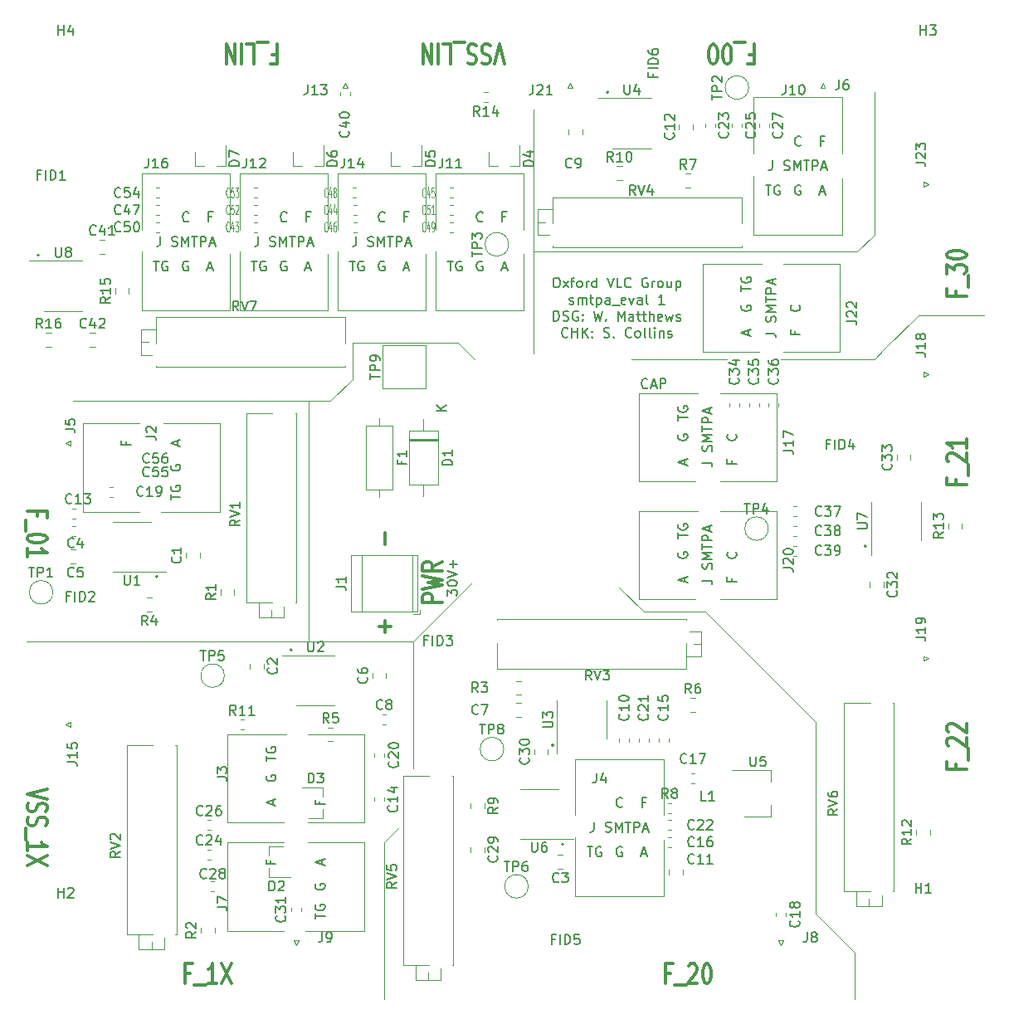
<source format=gbr>
G04 #@! TF.GenerationSoftware,KiCad,Pcbnew,5.1.6-c6e7f7d~86~ubuntu18.04.1*
G04 #@! TF.CreationDate,2020-05-28T18:44:08+01:00*
G04 #@! TF.ProjectId,multi-smtpa,6d756c74-692d-4736-9d74-70612e6b6963,rev?*
G04 #@! TF.SameCoordinates,Original*
G04 #@! TF.FileFunction,Legend,Top*
G04 #@! TF.FilePolarity,Positive*
%FSLAX46Y46*%
G04 Gerber Fmt 4.6, Leading zero omitted, Abs format (unit mm)*
G04 Created by KiCad (PCBNEW 5.1.6-c6e7f7d~86~ubuntu18.04.1) date 2020-05-28 18:44:08*
%MOMM*%
%LPD*%
G01*
G04 APERTURE LIST*
%ADD10C,0.200000*%
%ADD11C,0.300000*%
%ADD12C,0.375000*%
%ADD13C,0.120000*%
%ADD14C,0.150000*%
%ADD15C,0.125000*%
G04 APERTURE END LIST*
D10*
X161400000Y-57000000D02*
G75*
G03*
X161400000Y-57000000I-100000J0D01*
G01*
X187700000Y-103300000D02*
G75*
G03*
X187700000Y-103300000I-100000J0D01*
G01*
X156800000Y-133700000D02*
G75*
G03*
X156800000Y-133700000I-100000J0D01*
G01*
X155800000Y-123600000D02*
G75*
G03*
X155800000Y-123600000I-100000J0D01*
G01*
X129100000Y-113900000D02*
G75*
G03*
X129100000Y-113900000I-100000J0D01*
G01*
X115400000Y-106400000D02*
G75*
G03*
X115400000Y-106400000I-100000J0D01*
G01*
X103300000Y-73600000D02*
G75*
G03*
X103300000Y-73600000I-100000J0D01*
G01*
D11*
X196857142Y-77285714D02*
X196857142Y-77785714D01*
X197904761Y-77785714D02*
X195904761Y-77785714D01*
X195904761Y-77071428D01*
X198095238Y-76857142D02*
X198095238Y-75714285D01*
X195904761Y-75500000D02*
X195904761Y-74571428D01*
X196666666Y-75071428D01*
X196666666Y-74857142D01*
X196761904Y-74714285D01*
X196857142Y-74642857D01*
X197047619Y-74571428D01*
X197523809Y-74571428D01*
X197714285Y-74642857D01*
X197809523Y-74714285D01*
X197904761Y-74857142D01*
X197904761Y-75285714D01*
X197809523Y-75428571D01*
X197714285Y-75500000D01*
X195904761Y-73642857D02*
X195904761Y-73500000D01*
X196000000Y-73357142D01*
X196095238Y-73285714D01*
X196285714Y-73214285D01*
X196666666Y-73142857D01*
X197142857Y-73142857D01*
X197523809Y-73214285D01*
X197714285Y-73285714D01*
X197809523Y-73357142D01*
X197904761Y-73500000D01*
X197904761Y-73642857D01*
X197809523Y-73785714D01*
X197714285Y-73857142D01*
X197523809Y-73928571D01*
X197142857Y-74000000D01*
X196666666Y-74000000D01*
X196285714Y-73928571D01*
X196095238Y-73857142D01*
X196000000Y-73785714D01*
X195904761Y-73642857D01*
D10*
X144952380Y-108357142D02*
X144952380Y-107738095D01*
X145333333Y-108071428D01*
X145333333Y-107928571D01*
X145380952Y-107833333D01*
X145428571Y-107785714D01*
X145523809Y-107738095D01*
X145761904Y-107738095D01*
X145857142Y-107785714D01*
X145904761Y-107833333D01*
X145952380Y-107928571D01*
X145952380Y-108214285D01*
X145904761Y-108309523D01*
X145857142Y-108357142D01*
X144952380Y-107119047D02*
X144952380Y-107023809D01*
X145000000Y-106928571D01*
X145047619Y-106880952D01*
X145142857Y-106833333D01*
X145333333Y-106785714D01*
X145571428Y-106785714D01*
X145761904Y-106833333D01*
X145857142Y-106880952D01*
X145904761Y-106928571D01*
X145952380Y-107023809D01*
X145952380Y-107119047D01*
X145904761Y-107214285D01*
X145857142Y-107261904D01*
X145761904Y-107309523D01*
X145571428Y-107357142D01*
X145333333Y-107357142D01*
X145142857Y-107309523D01*
X145047619Y-107261904D01*
X145000000Y-107214285D01*
X144952380Y-107119047D01*
X144952380Y-106500000D02*
X145952380Y-106166666D01*
X144952380Y-105833333D01*
X145571428Y-105500000D02*
X145571428Y-104738095D01*
X145952380Y-105119047D02*
X145190476Y-105119047D01*
D12*
X138607142Y-103071428D02*
X138607142Y-101928571D01*
D13*
X188500000Y-84250000D02*
X179000000Y-84250000D01*
X189500000Y-83250000D02*
X188500000Y-84250000D01*
X186750000Y-73250000D02*
X153750000Y-73250000D01*
X188500000Y-71500000D02*
X186750000Y-73250000D01*
X188500000Y-57000000D02*
X188500000Y-71500000D01*
X147750000Y-84250000D02*
X146000000Y-82500000D01*
X182500000Y-140750000D02*
X186500000Y-144750000D01*
X182500000Y-121250000D02*
X182500000Y-140750000D01*
X135250000Y-82500000D02*
X146000000Y-82500000D01*
X135250000Y-86250000D02*
X135250000Y-82500000D01*
X133000000Y-88500000D02*
X135250000Y-86250000D01*
X165000000Y-110000000D02*
X162500000Y-107500000D01*
X171250000Y-110000000D02*
X165000000Y-110000000D01*
X147500000Y-107000000D02*
X141500000Y-113000000D01*
X130800000Y-88500000D02*
X130800000Y-113000000D01*
X193000000Y-79750000D02*
X199750000Y-79750000D01*
X189500000Y-83250000D02*
X193000000Y-79750000D01*
D14*
X165380952Y-87107142D02*
X165333333Y-87154761D01*
X165190476Y-87202380D01*
X165095238Y-87202380D01*
X164952380Y-87154761D01*
X164857142Y-87059523D01*
X164809523Y-86964285D01*
X164761904Y-86773809D01*
X164761904Y-86630952D01*
X164809523Y-86440476D01*
X164857142Y-86345238D01*
X164952380Y-86250000D01*
X165095238Y-86202380D01*
X165190476Y-86202380D01*
X165333333Y-86250000D01*
X165380952Y-86297619D01*
X165761904Y-86916666D02*
X166238095Y-86916666D01*
X165666666Y-87202380D02*
X166000000Y-86202380D01*
X166333333Y-87202380D01*
X166666666Y-87202380D02*
X166666666Y-86202380D01*
X167047619Y-86202380D01*
X167142857Y-86250000D01*
X167190476Y-86297619D01*
X167238095Y-86392857D01*
X167238095Y-86535714D01*
X167190476Y-86630952D01*
X167142857Y-86678571D01*
X167047619Y-86726190D01*
X166666666Y-86726190D01*
D11*
X150750000Y-54095238D02*
X150250000Y-52095238D01*
X149750000Y-54095238D01*
X149321428Y-52190476D02*
X149107142Y-52095238D01*
X148750000Y-52095238D01*
X148607142Y-52190476D01*
X148535714Y-52285714D01*
X148464285Y-52476190D01*
X148464285Y-52666666D01*
X148535714Y-52857142D01*
X148607142Y-52952380D01*
X148750000Y-53047619D01*
X149035714Y-53142857D01*
X149178571Y-53238095D01*
X149250000Y-53333333D01*
X149321428Y-53523809D01*
X149321428Y-53714285D01*
X149250000Y-53904761D01*
X149178571Y-54000000D01*
X149035714Y-54095238D01*
X148678571Y-54095238D01*
X148464285Y-54000000D01*
X147892857Y-52190476D02*
X147678571Y-52095238D01*
X147321428Y-52095238D01*
X147178571Y-52190476D01*
X147107142Y-52285714D01*
X147035714Y-52476190D01*
X147035714Y-52666666D01*
X147107142Y-52857142D01*
X147178571Y-52952380D01*
X147321428Y-53047619D01*
X147607142Y-53142857D01*
X147750000Y-53238095D01*
X147821428Y-53333333D01*
X147892857Y-53523809D01*
X147892857Y-53714285D01*
X147821428Y-53904761D01*
X147750000Y-54000000D01*
X147607142Y-54095238D01*
X147250000Y-54095238D01*
X147035714Y-54000000D01*
X146750000Y-51904761D02*
X145607142Y-51904761D01*
X144535714Y-52095238D02*
X145250000Y-52095238D01*
X145250000Y-54095238D01*
X144035714Y-52095238D02*
X144035714Y-54095238D01*
X143321428Y-52095238D02*
X143321428Y-54095238D01*
X142464285Y-52095238D01*
X142464285Y-54095238D01*
X127107142Y-53142857D02*
X127607142Y-53142857D01*
X127607142Y-52095238D02*
X127607142Y-54095238D01*
X126892857Y-54095238D01*
X126678571Y-51904761D02*
X125535714Y-51904761D01*
X124464285Y-52095238D02*
X125178571Y-52095238D01*
X125178571Y-54095238D01*
X123964285Y-52095238D02*
X123964285Y-54095238D01*
X123250000Y-52095238D02*
X123250000Y-54095238D01*
X122392857Y-52095238D01*
X122392857Y-54095238D01*
D12*
X138607142Y-112071428D02*
X138607142Y-110928571D01*
X139178571Y-111500000D02*
X138035714Y-111500000D01*
D13*
X106750000Y-88500000D02*
X133000000Y-88500000D01*
X163750000Y-84250000D02*
X173500000Y-84250000D01*
X141500000Y-113000000D02*
X102000000Y-113000000D01*
X186500000Y-144750000D02*
X186500000Y-149500000D01*
X171250000Y-110000000D02*
X182500000Y-121250000D01*
X141500000Y-126000000D02*
X141500000Y-113000000D01*
X138500000Y-133500000D02*
X140000000Y-132000000D01*
X138500000Y-149500000D02*
X138500000Y-133500000D01*
X153750000Y-83600000D02*
X153750000Y-58750000D01*
D11*
X196857142Y-125535714D02*
X196857142Y-126035714D01*
X197904761Y-126035714D02*
X195904761Y-126035714D01*
X195904761Y-125321428D01*
X198095238Y-125107142D02*
X198095238Y-123964285D01*
X196095238Y-123678571D02*
X196000000Y-123607142D01*
X195904761Y-123464285D01*
X195904761Y-123107142D01*
X196000000Y-122964285D01*
X196095238Y-122892857D01*
X196285714Y-122821428D01*
X196476190Y-122821428D01*
X196761904Y-122892857D01*
X197904761Y-123750000D01*
X197904761Y-122821428D01*
X196095238Y-122250000D02*
X196000000Y-122178571D01*
X195904761Y-122035714D01*
X195904761Y-121678571D01*
X196000000Y-121535714D01*
X196095238Y-121464285D01*
X196285714Y-121392857D01*
X196476190Y-121392857D01*
X196761904Y-121464285D01*
X197904761Y-122321428D01*
X197904761Y-121392857D01*
X196857142Y-96535714D02*
X196857142Y-97035714D01*
X197904761Y-97035714D02*
X195904761Y-97035714D01*
X195904761Y-96321428D01*
X198095238Y-96107142D02*
X198095238Y-94964285D01*
X196095238Y-94678571D02*
X196000000Y-94607142D01*
X195904761Y-94464285D01*
X195904761Y-94107142D01*
X196000000Y-93964285D01*
X196095238Y-93892857D01*
X196285714Y-93821428D01*
X196476190Y-93821428D01*
X196761904Y-93892857D01*
X197904761Y-94750000D01*
X197904761Y-93821428D01*
X197904761Y-92392857D02*
X197904761Y-93250000D01*
X197904761Y-92821428D02*
X195904761Y-92821428D01*
X196190476Y-92964285D01*
X196380952Y-93107142D01*
X196476190Y-93250000D01*
D10*
X155988095Y-75902380D02*
X156178571Y-75902380D01*
X156273809Y-75950000D01*
X156369047Y-76045238D01*
X156416666Y-76235714D01*
X156416666Y-76569047D01*
X156369047Y-76759523D01*
X156273809Y-76854761D01*
X156178571Y-76902380D01*
X155988095Y-76902380D01*
X155892857Y-76854761D01*
X155797619Y-76759523D01*
X155750000Y-76569047D01*
X155750000Y-76235714D01*
X155797619Y-76045238D01*
X155892857Y-75950000D01*
X155988095Y-75902380D01*
X156750000Y-76902380D02*
X157273809Y-76235714D01*
X156750000Y-76235714D02*
X157273809Y-76902380D01*
X157511904Y-76235714D02*
X157892857Y-76235714D01*
X157654761Y-76902380D02*
X157654761Y-76045238D01*
X157702380Y-75950000D01*
X157797619Y-75902380D01*
X157892857Y-75902380D01*
X158369047Y-76902380D02*
X158273809Y-76854761D01*
X158226190Y-76807142D01*
X158178571Y-76711904D01*
X158178571Y-76426190D01*
X158226190Y-76330952D01*
X158273809Y-76283333D01*
X158369047Y-76235714D01*
X158511904Y-76235714D01*
X158607142Y-76283333D01*
X158654761Y-76330952D01*
X158702380Y-76426190D01*
X158702380Y-76711904D01*
X158654761Y-76807142D01*
X158607142Y-76854761D01*
X158511904Y-76902380D01*
X158369047Y-76902380D01*
X159130952Y-76902380D02*
X159130952Y-76235714D01*
X159130952Y-76426190D02*
X159178571Y-76330952D01*
X159226190Y-76283333D01*
X159321428Y-76235714D01*
X159416666Y-76235714D01*
X160178571Y-76902380D02*
X160178571Y-75902380D01*
X160178571Y-76854761D02*
X160083333Y-76902380D01*
X159892857Y-76902380D01*
X159797619Y-76854761D01*
X159750000Y-76807142D01*
X159702380Y-76711904D01*
X159702380Y-76426190D01*
X159750000Y-76330952D01*
X159797619Y-76283333D01*
X159892857Y-76235714D01*
X160083333Y-76235714D01*
X160178571Y-76283333D01*
X161273809Y-75902380D02*
X161607142Y-76902380D01*
X161940476Y-75902380D01*
X162750000Y-76902380D02*
X162273809Y-76902380D01*
X162273809Y-75902380D01*
X163654761Y-76807142D02*
X163607142Y-76854761D01*
X163464285Y-76902380D01*
X163369047Y-76902380D01*
X163226190Y-76854761D01*
X163130952Y-76759523D01*
X163083333Y-76664285D01*
X163035714Y-76473809D01*
X163035714Y-76330952D01*
X163083333Y-76140476D01*
X163130952Y-76045238D01*
X163226190Y-75950000D01*
X163369047Y-75902380D01*
X163464285Y-75902380D01*
X163607142Y-75950000D01*
X163654761Y-75997619D01*
X165369047Y-75950000D02*
X165273809Y-75902380D01*
X165130952Y-75902380D01*
X164988095Y-75950000D01*
X164892857Y-76045238D01*
X164845238Y-76140476D01*
X164797619Y-76330952D01*
X164797619Y-76473809D01*
X164845238Y-76664285D01*
X164892857Y-76759523D01*
X164988095Y-76854761D01*
X165130952Y-76902380D01*
X165226190Y-76902380D01*
X165369047Y-76854761D01*
X165416666Y-76807142D01*
X165416666Y-76473809D01*
X165226190Y-76473809D01*
X165845238Y-76902380D02*
X165845238Y-76235714D01*
X165845238Y-76426190D02*
X165892857Y-76330952D01*
X165940476Y-76283333D01*
X166035714Y-76235714D01*
X166130952Y-76235714D01*
X166607142Y-76902380D02*
X166511904Y-76854761D01*
X166464285Y-76807142D01*
X166416666Y-76711904D01*
X166416666Y-76426190D01*
X166464285Y-76330952D01*
X166511904Y-76283333D01*
X166607142Y-76235714D01*
X166750000Y-76235714D01*
X166845238Y-76283333D01*
X166892857Y-76330952D01*
X166940476Y-76426190D01*
X166940476Y-76711904D01*
X166892857Y-76807142D01*
X166845238Y-76854761D01*
X166750000Y-76902380D01*
X166607142Y-76902380D01*
X167797619Y-76235714D02*
X167797619Y-76902380D01*
X167369047Y-76235714D02*
X167369047Y-76759523D01*
X167416666Y-76854761D01*
X167511904Y-76902380D01*
X167654761Y-76902380D01*
X167750000Y-76854761D01*
X167797619Y-76807142D01*
X168273809Y-76235714D02*
X168273809Y-77235714D01*
X168273809Y-76283333D02*
X168369047Y-76235714D01*
X168559523Y-76235714D01*
X168654761Y-76283333D01*
X168702380Y-76330952D01*
X168750000Y-76426190D01*
X168750000Y-76711904D01*
X168702380Y-76807142D01*
X168654761Y-76854761D01*
X168559523Y-76902380D01*
X168369047Y-76902380D01*
X168273809Y-76854761D01*
X157416666Y-78554761D02*
X157511904Y-78602380D01*
X157702380Y-78602380D01*
X157797619Y-78554761D01*
X157845238Y-78459523D01*
X157845238Y-78411904D01*
X157797619Y-78316666D01*
X157702380Y-78269047D01*
X157559523Y-78269047D01*
X157464285Y-78221428D01*
X157416666Y-78126190D01*
X157416666Y-78078571D01*
X157464285Y-77983333D01*
X157559523Y-77935714D01*
X157702380Y-77935714D01*
X157797619Y-77983333D01*
X158273809Y-78602380D02*
X158273809Y-77935714D01*
X158273809Y-78030952D02*
X158321428Y-77983333D01*
X158416666Y-77935714D01*
X158559523Y-77935714D01*
X158654761Y-77983333D01*
X158702380Y-78078571D01*
X158702380Y-78602380D01*
X158702380Y-78078571D02*
X158750000Y-77983333D01*
X158845238Y-77935714D01*
X158988095Y-77935714D01*
X159083333Y-77983333D01*
X159130952Y-78078571D01*
X159130952Y-78602380D01*
X159464285Y-77935714D02*
X159845238Y-77935714D01*
X159607142Y-77602380D02*
X159607142Y-78459523D01*
X159654761Y-78554761D01*
X159750000Y-78602380D01*
X159845238Y-78602380D01*
X160178571Y-77935714D02*
X160178571Y-78935714D01*
X160178571Y-77983333D02*
X160273809Y-77935714D01*
X160464285Y-77935714D01*
X160559523Y-77983333D01*
X160607142Y-78030952D01*
X160654761Y-78126190D01*
X160654761Y-78411904D01*
X160607142Y-78507142D01*
X160559523Y-78554761D01*
X160464285Y-78602380D01*
X160273809Y-78602380D01*
X160178571Y-78554761D01*
X161511904Y-78602380D02*
X161511904Y-78078571D01*
X161464285Y-77983333D01*
X161369047Y-77935714D01*
X161178571Y-77935714D01*
X161083333Y-77983333D01*
X161511904Y-78554761D02*
X161416666Y-78602380D01*
X161178571Y-78602380D01*
X161083333Y-78554761D01*
X161035714Y-78459523D01*
X161035714Y-78364285D01*
X161083333Y-78269047D01*
X161178571Y-78221428D01*
X161416666Y-78221428D01*
X161511904Y-78173809D01*
X161750000Y-78697619D02*
X162511904Y-78697619D01*
X163130952Y-78554761D02*
X163035714Y-78602380D01*
X162845238Y-78602380D01*
X162750000Y-78554761D01*
X162702380Y-78459523D01*
X162702380Y-78078571D01*
X162750000Y-77983333D01*
X162845238Y-77935714D01*
X163035714Y-77935714D01*
X163130952Y-77983333D01*
X163178571Y-78078571D01*
X163178571Y-78173809D01*
X162702380Y-78269047D01*
X163511904Y-77935714D02*
X163750000Y-78602380D01*
X163988095Y-77935714D01*
X164797619Y-78602380D02*
X164797619Y-78078571D01*
X164750000Y-77983333D01*
X164654761Y-77935714D01*
X164464285Y-77935714D01*
X164369047Y-77983333D01*
X164797619Y-78554761D02*
X164702380Y-78602380D01*
X164464285Y-78602380D01*
X164369047Y-78554761D01*
X164321428Y-78459523D01*
X164321428Y-78364285D01*
X164369047Y-78269047D01*
X164464285Y-78221428D01*
X164702380Y-78221428D01*
X164797619Y-78173809D01*
X165416666Y-78602380D02*
X165321428Y-78554761D01*
X165273809Y-78459523D01*
X165273809Y-77602380D01*
X167083333Y-78602380D02*
X166511904Y-78602380D01*
X166797619Y-78602380D02*
X166797619Y-77602380D01*
X166702380Y-77745238D01*
X166607142Y-77840476D01*
X166511904Y-77888095D01*
X155797619Y-80302380D02*
X155797619Y-79302380D01*
X156035714Y-79302380D01*
X156178571Y-79350000D01*
X156273809Y-79445238D01*
X156321428Y-79540476D01*
X156369047Y-79730952D01*
X156369047Y-79873809D01*
X156321428Y-80064285D01*
X156273809Y-80159523D01*
X156178571Y-80254761D01*
X156035714Y-80302380D01*
X155797619Y-80302380D01*
X156750000Y-80254761D02*
X156892857Y-80302380D01*
X157130952Y-80302380D01*
X157226190Y-80254761D01*
X157273809Y-80207142D01*
X157321428Y-80111904D01*
X157321428Y-80016666D01*
X157273809Y-79921428D01*
X157226190Y-79873809D01*
X157130952Y-79826190D01*
X156940476Y-79778571D01*
X156845238Y-79730952D01*
X156797619Y-79683333D01*
X156750000Y-79588095D01*
X156750000Y-79492857D01*
X156797619Y-79397619D01*
X156845238Y-79350000D01*
X156940476Y-79302380D01*
X157178571Y-79302380D01*
X157321428Y-79350000D01*
X158273809Y-79350000D02*
X158178571Y-79302380D01*
X158035714Y-79302380D01*
X157892857Y-79350000D01*
X157797619Y-79445238D01*
X157750000Y-79540476D01*
X157702380Y-79730952D01*
X157702380Y-79873809D01*
X157750000Y-80064285D01*
X157797619Y-80159523D01*
X157892857Y-80254761D01*
X158035714Y-80302380D01*
X158130952Y-80302380D01*
X158273809Y-80254761D01*
X158321428Y-80207142D01*
X158321428Y-79873809D01*
X158130952Y-79873809D01*
X158750000Y-80207142D02*
X158797619Y-80254761D01*
X158750000Y-80302380D01*
X158702380Y-80254761D01*
X158750000Y-80207142D01*
X158750000Y-80302380D01*
X158750000Y-79683333D02*
X158797619Y-79730952D01*
X158750000Y-79778571D01*
X158702380Y-79730952D01*
X158750000Y-79683333D01*
X158750000Y-79778571D01*
X159892857Y-79302380D02*
X160130952Y-80302380D01*
X160321428Y-79588095D01*
X160511904Y-80302380D01*
X160750000Y-79302380D01*
X161130952Y-80207142D02*
X161178571Y-80254761D01*
X161130952Y-80302380D01*
X161083333Y-80254761D01*
X161130952Y-80207142D01*
X161130952Y-80302380D01*
X162369047Y-80302380D02*
X162369047Y-79302380D01*
X162702380Y-80016666D01*
X163035714Y-79302380D01*
X163035714Y-80302380D01*
X163940476Y-80302380D02*
X163940476Y-79778571D01*
X163892857Y-79683333D01*
X163797619Y-79635714D01*
X163607142Y-79635714D01*
X163511904Y-79683333D01*
X163940476Y-80254761D02*
X163845238Y-80302380D01*
X163607142Y-80302380D01*
X163511904Y-80254761D01*
X163464285Y-80159523D01*
X163464285Y-80064285D01*
X163511904Y-79969047D01*
X163607142Y-79921428D01*
X163845238Y-79921428D01*
X163940476Y-79873809D01*
X164273809Y-79635714D02*
X164654761Y-79635714D01*
X164416666Y-79302380D02*
X164416666Y-80159523D01*
X164464285Y-80254761D01*
X164559523Y-80302380D01*
X164654761Y-80302380D01*
X164845238Y-79635714D02*
X165226190Y-79635714D01*
X164988095Y-79302380D02*
X164988095Y-80159523D01*
X165035714Y-80254761D01*
X165130952Y-80302380D01*
X165226190Y-80302380D01*
X165559523Y-80302380D02*
X165559523Y-79302380D01*
X165988095Y-80302380D02*
X165988095Y-79778571D01*
X165940476Y-79683333D01*
X165845238Y-79635714D01*
X165702380Y-79635714D01*
X165607142Y-79683333D01*
X165559523Y-79730952D01*
X166845238Y-80254761D02*
X166750000Y-80302380D01*
X166559523Y-80302380D01*
X166464285Y-80254761D01*
X166416666Y-80159523D01*
X166416666Y-79778571D01*
X166464285Y-79683333D01*
X166559523Y-79635714D01*
X166750000Y-79635714D01*
X166845238Y-79683333D01*
X166892857Y-79778571D01*
X166892857Y-79873809D01*
X166416666Y-79969047D01*
X167226190Y-79635714D02*
X167416666Y-80302380D01*
X167607142Y-79826190D01*
X167797619Y-80302380D01*
X167988095Y-79635714D01*
X168321428Y-80254761D02*
X168416666Y-80302380D01*
X168607142Y-80302380D01*
X168702380Y-80254761D01*
X168750000Y-80159523D01*
X168750000Y-80111904D01*
X168702380Y-80016666D01*
X168607142Y-79969047D01*
X168464285Y-79969047D01*
X168369047Y-79921428D01*
X168321428Y-79826190D01*
X168321428Y-79778571D01*
X168369047Y-79683333D01*
X168464285Y-79635714D01*
X168607142Y-79635714D01*
X168702380Y-79683333D01*
X157250000Y-81907142D02*
X157202380Y-81954761D01*
X157059523Y-82002380D01*
X156964285Y-82002380D01*
X156821428Y-81954761D01*
X156726190Y-81859523D01*
X156678571Y-81764285D01*
X156630952Y-81573809D01*
X156630952Y-81430952D01*
X156678571Y-81240476D01*
X156726190Y-81145238D01*
X156821428Y-81050000D01*
X156964285Y-81002380D01*
X157059523Y-81002380D01*
X157202380Y-81050000D01*
X157250000Y-81097619D01*
X157678571Y-82002380D02*
X157678571Y-81002380D01*
X157678571Y-81478571D02*
X158250000Y-81478571D01*
X158250000Y-82002380D02*
X158250000Y-81002380D01*
X158726190Y-82002380D02*
X158726190Y-81002380D01*
X159297619Y-82002380D02*
X158869047Y-81430952D01*
X159297619Y-81002380D02*
X158726190Y-81573809D01*
X159726190Y-81907142D02*
X159773809Y-81954761D01*
X159726190Y-82002380D01*
X159678571Y-81954761D01*
X159726190Y-81907142D01*
X159726190Y-82002380D01*
X159726190Y-81383333D02*
X159773809Y-81430952D01*
X159726190Y-81478571D01*
X159678571Y-81430952D01*
X159726190Y-81383333D01*
X159726190Y-81478571D01*
X160916666Y-81954761D02*
X161059523Y-82002380D01*
X161297619Y-82002380D01*
X161392857Y-81954761D01*
X161440476Y-81907142D01*
X161488095Y-81811904D01*
X161488095Y-81716666D01*
X161440476Y-81621428D01*
X161392857Y-81573809D01*
X161297619Y-81526190D01*
X161107142Y-81478571D01*
X161011904Y-81430952D01*
X160964285Y-81383333D01*
X160916666Y-81288095D01*
X160916666Y-81192857D01*
X160964285Y-81097619D01*
X161011904Y-81050000D01*
X161107142Y-81002380D01*
X161345238Y-81002380D01*
X161488095Y-81050000D01*
X161916666Y-81907142D02*
X161964285Y-81954761D01*
X161916666Y-82002380D01*
X161869047Y-81954761D01*
X161916666Y-81907142D01*
X161916666Y-82002380D01*
X163726190Y-81907142D02*
X163678571Y-81954761D01*
X163535714Y-82002380D01*
X163440476Y-82002380D01*
X163297619Y-81954761D01*
X163202380Y-81859523D01*
X163154761Y-81764285D01*
X163107142Y-81573809D01*
X163107142Y-81430952D01*
X163154761Y-81240476D01*
X163202380Y-81145238D01*
X163297619Y-81050000D01*
X163440476Y-81002380D01*
X163535714Y-81002380D01*
X163678571Y-81050000D01*
X163726190Y-81097619D01*
X164297619Y-82002380D02*
X164202380Y-81954761D01*
X164154761Y-81907142D01*
X164107142Y-81811904D01*
X164107142Y-81526190D01*
X164154761Y-81430952D01*
X164202380Y-81383333D01*
X164297619Y-81335714D01*
X164440476Y-81335714D01*
X164535714Y-81383333D01*
X164583333Y-81430952D01*
X164630952Y-81526190D01*
X164630952Y-81811904D01*
X164583333Y-81907142D01*
X164535714Y-81954761D01*
X164440476Y-82002380D01*
X164297619Y-82002380D01*
X165202380Y-82002380D02*
X165107142Y-81954761D01*
X165059523Y-81859523D01*
X165059523Y-81002380D01*
X165726190Y-82002380D02*
X165630952Y-81954761D01*
X165583333Y-81859523D01*
X165583333Y-81002380D01*
X166107142Y-82002380D02*
X166107142Y-81335714D01*
X166107142Y-81002380D02*
X166059523Y-81050000D01*
X166107142Y-81097619D01*
X166154761Y-81050000D01*
X166107142Y-81002380D01*
X166107142Y-81097619D01*
X166583333Y-81335714D02*
X166583333Y-82002380D01*
X166583333Y-81430952D02*
X166630952Y-81383333D01*
X166726190Y-81335714D01*
X166869047Y-81335714D01*
X166964285Y-81383333D01*
X167011904Y-81478571D01*
X167011904Y-82002380D01*
X167440476Y-81954761D02*
X167535714Y-82002380D01*
X167726190Y-82002380D01*
X167821428Y-81954761D01*
X167869047Y-81859523D01*
X167869047Y-81811904D01*
X167821428Y-81716666D01*
X167726190Y-81669047D01*
X167583333Y-81669047D01*
X167488095Y-81621428D01*
X167440476Y-81526190D01*
X167440476Y-81478571D01*
X167488095Y-81383333D01*
X167583333Y-81335714D01*
X167726190Y-81335714D01*
X167821428Y-81383333D01*
D11*
X144404761Y-109000000D02*
X142404761Y-109000000D01*
X142404761Y-108428571D01*
X142500000Y-108285714D01*
X142595238Y-108214285D01*
X142785714Y-108142857D01*
X143071428Y-108142857D01*
X143261904Y-108214285D01*
X143357142Y-108285714D01*
X143452380Y-108428571D01*
X143452380Y-109000000D01*
X142404761Y-107642857D02*
X144404761Y-107285714D01*
X142976190Y-107000000D01*
X144404761Y-106714285D01*
X142404761Y-106357142D01*
X144404761Y-104928571D02*
X143452380Y-105428571D01*
X144404761Y-105785714D02*
X142404761Y-105785714D01*
X142404761Y-105214285D01*
X142500000Y-105071428D01*
X142595238Y-105000000D01*
X142785714Y-104928571D01*
X143071428Y-104928571D01*
X143261904Y-105000000D01*
X143357142Y-105071428D01*
X143452380Y-105214285D01*
X143452380Y-105785714D01*
X103142857Y-100214285D02*
X103142857Y-99714285D01*
X102095238Y-99714285D02*
X104095238Y-99714285D01*
X104095238Y-100428571D01*
X101904761Y-100642857D02*
X101904761Y-101785714D01*
X104095238Y-102428571D02*
X104095238Y-102571428D01*
X104000000Y-102714285D01*
X103904761Y-102785714D01*
X103714285Y-102857142D01*
X103333333Y-102928571D01*
X102857142Y-102928571D01*
X102476190Y-102857142D01*
X102285714Y-102785714D01*
X102190476Y-102714285D01*
X102095238Y-102571428D01*
X102095238Y-102428571D01*
X102190476Y-102285714D01*
X102285714Y-102214285D01*
X102476190Y-102142857D01*
X102857142Y-102071428D01*
X103333333Y-102071428D01*
X103714285Y-102142857D01*
X103904761Y-102214285D01*
X104000000Y-102285714D01*
X104095238Y-102428571D01*
X102095238Y-104357142D02*
X102095238Y-103500000D01*
X102095238Y-103928571D02*
X104095238Y-103928571D01*
X103809523Y-103785714D01*
X103619047Y-103642857D01*
X103523809Y-103500000D01*
X175785714Y-53142857D02*
X176285714Y-53142857D01*
X176285714Y-52095238D02*
X176285714Y-54095238D01*
X175571428Y-54095238D01*
X175357142Y-51904761D02*
X174214285Y-51904761D01*
X173571428Y-54095238D02*
X173428571Y-54095238D01*
X173285714Y-54000000D01*
X173214285Y-53904761D01*
X173142857Y-53714285D01*
X173071428Y-53333333D01*
X173071428Y-52857142D01*
X173142857Y-52476190D01*
X173214285Y-52285714D01*
X173285714Y-52190476D01*
X173428571Y-52095238D01*
X173571428Y-52095238D01*
X173714285Y-52190476D01*
X173785714Y-52285714D01*
X173857142Y-52476190D01*
X173928571Y-52857142D01*
X173928571Y-53333333D01*
X173857142Y-53714285D01*
X173785714Y-53904761D01*
X173714285Y-54000000D01*
X173571428Y-54095238D01*
X172142857Y-54095238D02*
X172000000Y-54095238D01*
X171857142Y-54000000D01*
X171785714Y-53904761D01*
X171714285Y-53714285D01*
X171642857Y-53333333D01*
X171642857Y-52857142D01*
X171714285Y-52476190D01*
X171785714Y-52285714D01*
X171857142Y-52190476D01*
X172000000Y-52095238D01*
X172142857Y-52095238D01*
X172285714Y-52190476D01*
X172357142Y-52285714D01*
X172428571Y-52476190D01*
X172500000Y-52857142D01*
X172500000Y-53333333D01*
X172428571Y-53714285D01*
X172357142Y-53904761D01*
X172285714Y-54000000D01*
X172142857Y-54095238D01*
X118714285Y-146857142D02*
X118214285Y-146857142D01*
X118214285Y-147904761D02*
X118214285Y-145904761D01*
X118928571Y-145904761D01*
X119142857Y-148095238D02*
X120285714Y-148095238D01*
X121428571Y-147904761D02*
X120571428Y-147904761D01*
X121000000Y-147904761D02*
X121000000Y-145904761D01*
X120857142Y-146190476D01*
X120714285Y-146380952D01*
X120571428Y-146476190D01*
X121928571Y-145904761D02*
X122928571Y-147904761D01*
X122928571Y-145904761D02*
X121928571Y-147904761D01*
X167714285Y-146857142D02*
X167214285Y-146857142D01*
X167214285Y-147904761D02*
X167214285Y-145904761D01*
X167928571Y-145904761D01*
X168142857Y-148095238D02*
X169285714Y-148095238D01*
X169571428Y-146095238D02*
X169642857Y-146000000D01*
X169785714Y-145904761D01*
X170142857Y-145904761D01*
X170285714Y-146000000D01*
X170357142Y-146095238D01*
X170428571Y-146285714D01*
X170428571Y-146476190D01*
X170357142Y-146761904D01*
X169500000Y-147904761D01*
X170428571Y-147904761D01*
X171357142Y-145904761D02*
X171500000Y-145904761D01*
X171642857Y-146000000D01*
X171714285Y-146095238D01*
X171785714Y-146285714D01*
X171857142Y-146666666D01*
X171857142Y-147142857D01*
X171785714Y-147523809D01*
X171714285Y-147714285D01*
X171642857Y-147809523D01*
X171500000Y-147904761D01*
X171357142Y-147904761D01*
X171214285Y-147809523D01*
X171142857Y-147714285D01*
X171071428Y-147523809D01*
X171000000Y-147142857D01*
X171000000Y-146666666D01*
X171071428Y-146285714D01*
X171142857Y-146095238D01*
X171214285Y-146000000D01*
X171357142Y-145904761D01*
X104095238Y-128071428D02*
X102095238Y-128571428D01*
X104095238Y-129071428D01*
X102190476Y-129500000D02*
X102095238Y-129714285D01*
X102095238Y-130071428D01*
X102190476Y-130214285D01*
X102285714Y-130285714D01*
X102476190Y-130357142D01*
X102666666Y-130357142D01*
X102857142Y-130285714D01*
X102952380Y-130214285D01*
X103047619Y-130071428D01*
X103142857Y-129785714D01*
X103238095Y-129642857D01*
X103333333Y-129571428D01*
X103523809Y-129500000D01*
X103714285Y-129500000D01*
X103904761Y-129571428D01*
X104000000Y-129642857D01*
X104095238Y-129785714D01*
X104095238Y-130142857D01*
X104000000Y-130357142D01*
X102190476Y-130928571D02*
X102095238Y-131142857D01*
X102095238Y-131500000D01*
X102190476Y-131642857D01*
X102285714Y-131714285D01*
X102476190Y-131785714D01*
X102666666Y-131785714D01*
X102857142Y-131714285D01*
X102952380Y-131642857D01*
X103047619Y-131500000D01*
X103142857Y-131214285D01*
X103238095Y-131071428D01*
X103333333Y-131000000D01*
X103523809Y-130928571D01*
X103714285Y-130928571D01*
X103904761Y-131000000D01*
X104000000Y-131071428D01*
X104095238Y-131214285D01*
X104095238Y-131571428D01*
X104000000Y-131785714D01*
X101904761Y-132071428D02*
X101904761Y-133214285D01*
X102095238Y-134357142D02*
X102095238Y-133500000D01*
X102095238Y-133928571D02*
X104095238Y-133928571D01*
X103809523Y-133785714D01*
X103619047Y-133642857D01*
X103523809Y-133500000D01*
X104095238Y-134857142D02*
X102095238Y-135857142D01*
X104095238Y-135857142D02*
X102095238Y-134857142D01*
D13*
X138300000Y-87200000D02*
X138300000Y-82800000D01*
X138300000Y-82800000D02*
X142700000Y-82800000D01*
X142700000Y-82800000D02*
X142700000Y-87200000D01*
X142700000Y-87200000D02*
X138300000Y-87200000D01*
X150700000Y-124000000D02*
G75*
G03*
X150700000Y-124000000I-1200000J0D01*
G01*
X153200000Y-138000000D02*
G75*
G03*
X153200000Y-138000000I-1200000J0D01*
G01*
X122200000Y-116500000D02*
G75*
G03*
X122200000Y-116500000I-1200000J0D01*
G01*
X177700000Y-101500000D02*
G75*
G03*
X177700000Y-101500000I-1200000J0D01*
G01*
X151200000Y-72500000D02*
G75*
G03*
X151200000Y-72500000I-1200000J0D01*
G01*
X175700000Y-56500000D02*
G75*
G03*
X175700000Y-56500000I-1200000J0D01*
G01*
X104700000Y-108000000D02*
G75*
G03*
X104700000Y-108000000I-1200000J0D01*
G01*
X193540000Y-66600000D02*
X194040000Y-66350000D01*
X193540000Y-66100000D02*
X193540000Y-66600000D01*
X194040000Y-66350000D02*
X193540000Y-66100000D01*
X177000000Y-74500000D02*
X171000000Y-74500000D01*
X185000000Y-74500000D02*
X179250000Y-74500000D01*
X185000000Y-83500000D02*
X185000000Y-74500000D01*
X179250000Y-83500000D02*
X185000000Y-83500000D01*
X171000000Y-83500000D02*
X176750000Y-83500000D01*
X171000000Y-74500000D02*
X171000000Y-83500000D01*
X115546267Y-66740000D02*
X115203733Y-66740000D01*
X115546267Y-67760000D02*
X115203733Y-67760000D01*
X125546267Y-66740000D02*
X125203733Y-66740000D01*
X125546267Y-67760000D02*
X125203733Y-67760000D01*
X125546267Y-68490000D02*
X125203733Y-68490000D01*
X125546267Y-69510000D02*
X125203733Y-69510000D01*
X145546267Y-68490000D02*
X145203733Y-68490000D01*
X145546267Y-69510000D02*
X145203733Y-69510000D01*
X115546267Y-70240000D02*
X115203733Y-70240000D01*
X115546267Y-71260000D02*
X115203733Y-71260000D01*
X145546267Y-70240000D02*
X145203733Y-70240000D01*
X145546267Y-71260000D02*
X145203733Y-71260000D01*
X135621267Y-66740000D02*
X135278733Y-66740000D01*
X135621267Y-67760000D02*
X135278733Y-67760000D01*
X115546267Y-68490000D02*
X115203733Y-68490000D01*
X115546267Y-69510000D02*
X115203733Y-69510000D01*
X135671267Y-70240000D02*
X135328733Y-70240000D01*
X135671267Y-71260000D02*
X135328733Y-71260000D01*
X145546267Y-66740000D02*
X145203733Y-66740000D01*
X145546267Y-67760000D02*
X145203733Y-67760000D01*
X135671267Y-68490000D02*
X135328733Y-68490000D01*
X135671267Y-69510000D02*
X135328733Y-69510000D01*
X125546267Y-70240000D02*
X125203733Y-70240000D01*
X125546267Y-71260000D02*
X125203733Y-71260000D01*
X105750000Y-74190000D02*
X102300000Y-74190000D01*
X105750000Y-74190000D02*
X107700000Y-74190000D01*
X105750000Y-79310000D02*
X103800000Y-79310000D01*
X105750000Y-79310000D02*
X107700000Y-79310000D01*
X113690000Y-82480000D02*
X114449000Y-82480000D01*
X115209000Y-81181000D02*
X115209000Y-82595000D01*
X113690000Y-81181000D02*
X113690000Y-83780000D01*
X113690000Y-83780000D02*
X114815000Y-83780000D01*
X113690000Y-81181000D02*
X115209000Y-81181000D01*
X134500000Y-84905000D02*
X134500000Y-85015000D01*
X134500000Y-79945000D02*
X134500000Y-82595000D01*
X115210000Y-84905000D02*
X115210000Y-85015000D01*
X115210000Y-79945000D02*
X115210000Y-82595000D01*
X115210000Y-85015000D02*
X134500000Y-85015000D01*
X115210000Y-79945000D02*
X134500000Y-79945000D01*
X103988748Y-82960000D02*
X104511252Y-82960000D01*
X103988748Y-81540000D02*
X104511252Y-81540000D01*
X112460000Y-77511252D02*
X112460000Y-76988748D01*
X111040000Y-77511252D02*
X111040000Y-76988748D01*
X149046267Y-56990000D02*
X148703733Y-56990000D01*
X149046267Y-58010000D02*
X148703733Y-58010000D01*
X157500000Y-56010000D02*
X157250000Y-56510000D01*
X157250000Y-56510000D02*
X157750000Y-56510000D01*
X157750000Y-56510000D02*
X157500000Y-56010000D01*
X113750000Y-79250000D02*
X122750000Y-79250000D01*
X122750000Y-79250000D02*
X122750000Y-73500000D01*
X122750000Y-71000000D02*
X122750000Y-65250000D01*
X122750000Y-65250000D02*
X113750000Y-65250000D01*
X113750000Y-65250000D02*
X113750000Y-71000000D01*
X113750000Y-73250000D02*
X113750000Y-79250000D01*
X133750000Y-79250000D02*
X142750000Y-79250000D01*
X142750000Y-79250000D02*
X142750000Y-73500000D01*
X142750000Y-71000000D02*
X142750000Y-65250000D01*
X142750000Y-65250000D02*
X133750000Y-65250000D01*
X133750000Y-65250000D02*
X133750000Y-71000000D01*
X133750000Y-73250000D02*
X133750000Y-79250000D01*
X134500000Y-56010000D02*
X134250000Y-56510000D01*
X134250000Y-56510000D02*
X134750000Y-56510000D01*
X134750000Y-56510000D02*
X134500000Y-56010000D01*
X123750000Y-79250000D02*
X132750000Y-79250000D01*
X132750000Y-79250000D02*
X132750000Y-73500000D01*
X132750000Y-71000000D02*
X132750000Y-65250000D01*
X132750000Y-65250000D02*
X123750000Y-65250000D01*
X123750000Y-65250000D02*
X123750000Y-71000000D01*
X123750000Y-73250000D02*
X123750000Y-79250000D01*
X143750000Y-79250000D02*
X152750000Y-79250000D01*
X152750000Y-79250000D02*
X152750000Y-73500000D01*
X152750000Y-71000000D02*
X152750000Y-65250000D01*
X152750000Y-65250000D02*
X143750000Y-65250000D01*
X143750000Y-65250000D02*
X143750000Y-71000000D01*
X143750000Y-73250000D02*
X143750000Y-79250000D01*
X119170000Y-64510000D02*
X119170000Y-63050000D01*
X122330000Y-64510000D02*
X122330000Y-62350000D01*
X122330000Y-64510000D02*
X121400000Y-64510000D01*
X119170000Y-64510000D02*
X120100000Y-64510000D01*
X129170000Y-64510000D02*
X129170000Y-63050000D01*
X132330000Y-64510000D02*
X132330000Y-62350000D01*
X132330000Y-64510000D02*
X131400000Y-64510000D01*
X129170000Y-64510000D02*
X130100000Y-64510000D01*
X139170000Y-64510000D02*
X139170000Y-63050000D01*
X142330000Y-64510000D02*
X142330000Y-62350000D01*
X142330000Y-64510000D02*
X141400000Y-64510000D01*
X139170000Y-64510000D02*
X140100000Y-64510000D01*
X149170000Y-64510000D02*
X149170000Y-63050000D01*
X152330000Y-64510000D02*
X152330000Y-62350000D01*
X152330000Y-64510000D02*
X151400000Y-64510000D01*
X149170000Y-64510000D02*
X150100000Y-64510000D01*
X108488748Y-82960000D02*
X109011252Y-82960000D01*
X108488748Y-81540000D02*
X109011252Y-81540000D01*
X109463748Y-73460000D02*
X109986252Y-73460000D01*
X109463748Y-72040000D02*
X109986252Y-72040000D01*
X133990000Y-56953733D02*
X133990000Y-57296267D01*
X135010000Y-56953733D02*
X135010000Y-57296267D01*
X164515000Y-99710000D02*
X164515000Y-108710000D01*
X164515000Y-108710000D02*
X170265000Y-108710000D01*
X172765000Y-108710000D02*
X178515000Y-108710000D01*
X178515000Y-108710000D02*
X178515000Y-99710000D01*
X178515000Y-99710000D02*
X172765000Y-99710000D01*
X170515000Y-99710000D02*
X164515000Y-99710000D01*
X164515000Y-87695000D02*
X164515000Y-96695000D01*
X164515000Y-96695000D02*
X170265000Y-96695000D01*
X172765000Y-96695000D02*
X178515000Y-96695000D01*
X178515000Y-96695000D02*
X178515000Y-87695000D01*
X178515000Y-87695000D02*
X172765000Y-87695000D01*
X170515000Y-87695000D02*
X164515000Y-87695000D01*
X136500000Y-142540000D02*
X136500000Y-133540000D01*
X136500000Y-133540000D02*
X130750000Y-133540000D01*
X128250000Y-133540000D02*
X122500000Y-133540000D01*
X122500000Y-133540000D02*
X122500000Y-142540000D01*
X122500000Y-142540000D02*
X128250000Y-142540000D01*
X130500000Y-142540000D02*
X136500000Y-142540000D01*
X176210000Y-71500000D02*
X185210000Y-71500000D01*
X185210000Y-71500000D02*
X185210000Y-65750000D01*
X185210000Y-63250000D02*
X185210000Y-57500000D01*
X185210000Y-57500000D02*
X176210000Y-57500000D01*
X176210000Y-57500000D02*
X176210000Y-63250000D01*
X176210000Y-65500000D02*
X176210000Y-71500000D01*
X158000000Y-139000000D02*
X167000000Y-139000000D01*
X167000000Y-139000000D02*
X167000000Y-133250000D01*
X167000000Y-130750000D02*
X167000000Y-125000000D01*
X167000000Y-125000000D02*
X158000000Y-125000000D01*
X158000000Y-125000000D02*
X158000000Y-130750000D01*
X158000000Y-133000000D02*
X158000000Y-139000000D01*
X122500000Y-122460000D02*
X122500000Y-131460000D01*
X122500000Y-131460000D02*
X128250000Y-131460000D01*
X130750000Y-131460000D02*
X136500000Y-131460000D01*
X136500000Y-131460000D02*
X136500000Y-122460000D01*
X136500000Y-122460000D02*
X130750000Y-122460000D01*
X128500000Y-122460000D02*
X122500000Y-122460000D01*
X121750000Y-99790000D02*
X121750000Y-90790000D01*
X121750000Y-90790000D02*
X116000000Y-90790000D01*
X113500000Y-90790000D02*
X107750000Y-90790000D01*
X107750000Y-90790000D02*
X107750000Y-99790000D01*
X107750000Y-99790000D02*
X113500000Y-99790000D01*
X115750000Y-99790000D02*
X121750000Y-99790000D01*
X180203733Y-104260000D02*
X180546267Y-104260000D01*
X180203733Y-103240000D02*
X180546267Y-103240000D01*
X180203733Y-102260000D02*
X180546267Y-102260000D01*
X180203733Y-101240000D02*
X180546267Y-101240000D01*
X180203733Y-100260000D02*
X180546267Y-100260000D01*
X180203733Y-99240000D02*
X180546267Y-99240000D01*
X178760000Y-89046267D02*
X178760000Y-88703733D01*
X177740000Y-89046267D02*
X177740000Y-88703733D01*
X176760000Y-89046267D02*
X176760000Y-88703733D01*
X175740000Y-89046267D02*
X175740000Y-88703733D01*
X174760000Y-89046267D02*
X174760000Y-88703733D01*
X173740000Y-89046267D02*
X173740000Y-88703733D01*
X188190000Y-100750000D02*
X188190000Y-104200000D01*
X188190000Y-100750000D02*
X188190000Y-98800000D01*
X193310000Y-100750000D02*
X193310000Y-102700000D01*
X193310000Y-100750000D02*
X193310000Y-98800000D01*
X187980000Y-140060000D02*
X187980000Y-139301000D01*
X186681000Y-138541000D02*
X188095000Y-138541000D01*
X186681000Y-140060000D02*
X189280000Y-140060000D01*
X189280000Y-140060000D02*
X189280000Y-138935000D01*
X186681000Y-140060000D02*
X186681000Y-138541000D01*
X190405000Y-119250000D02*
X190515000Y-119250000D01*
X185445000Y-119250000D02*
X188095000Y-119250000D01*
X190405000Y-138540000D02*
X190515000Y-138540000D01*
X185445000Y-138540000D02*
X188095000Y-138540000D01*
X190515000Y-138540000D02*
X190515000Y-119250000D01*
X185445000Y-138540000D02*
X185445000Y-119250000D01*
X197460000Y-101486252D02*
X197460000Y-100963748D01*
X196040000Y-101486252D02*
X196040000Y-100963748D01*
X194210000Y-132761252D02*
X194210000Y-132238748D01*
X192790000Y-132761252D02*
X192790000Y-132238748D01*
X194040000Y-114750000D02*
X193540000Y-114500000D01*
X193540000Y-114500000D02*
X193540000Y-115000000D01*
X193540000Y-115000000D02*
X194040000Y-114750000D01*
X194040000Y-85750000D02*
X193540000Y-85500000D01*
X193540000Y-85500000D02*
X193540000Y-86000000D01*
X193540000Y-86000000D02*
X194040000Y-85750000D01*
X192210000Y-94511252D02*
X192210000Y-93988748D01*
X190790000Y-94511252D02*
X190790000Y-93988748D01*
X188040000Y-106963748D02*
X188040000Y-107486252D01*
X189460000Y-106963748D02*
X189460000Y-107486252D01*
X154325000Y-133195000D02*
X157775000Y-133195000D01*
X154325000Y-133195000D02*
X152375000Y-133195000D01*
X154325000Y-128075000D02*
X156275000Y-128075000D01*
X154325000Y-128075000D02*
X152375000Y-128075000D01*
X177946500Y-126100000D02*
X177946500Y-127300000D01*
X173946500Y-126100000D02*
X177946500Y-126100000D01*
X177946500Y-130900000D02*
X175246500Y-130900000D01*
X177946500Y-129700000D02*
X177946500Y-130900000D01*
X163775000Y-57575000D02*
X160325000Y-57575000D01*
X163775000Y-57575000D02*
X165725000Y-57575000D01*
X163775000Y-62695000D02*
X161825000Y-62695000D01*
X163775000Y-62695000D02*
X165725000Y-62695000D01*
X156095000Y-121000000D02*
X156095000Y-124450000D01*
X156095000Y-121000000D02*
X156095000Y-119050000D01*
X161215000Y-121000000D02*
X161215000Y-122950000D01*
X161215000Y-121000000D02*
X161215000Y-119050000D01*
X131500000Y-114440000D02*
X128050000Y-114440000D01*
X131500000Y-114440000D02*
X133450000Y-114440000D01*
X131500000Y-119560000D02*
X129550000Y-119560000D01*
X131500000Y-119560000D02*
X133450000Y-119560000D01*
X112750000Y-105945000D02*
X116200000Y-105945000D01*
X112750000Y-105945000D02*
X110800000Y-105945000D01*
X112750000Y-100825000D02*
X114700000Y-100825000D01*
X112750000Y-100825000D02*
X110800000Y-100825000D01*
X142980000Y-147530000D02*
X142980000Y-146771000D01*
X141681000Y-146011000D02*
X143095000Y-146011000D01*
X141681000Y-147530000D02*
X144280000Y-147530000D01*
X144280000Y-147530000D02*
X144280000Y-146405000D01*
X141681000Y-147530000D02*
X141681000Y-146011000D01*
X145405000Y-126720000D02*
X145515000Y-126720000D01*
X140445000Y-126720000D02*
X143095000Y-126720000D01*
X145405000Y-146010000D02*
X145515000Y-146010000D01*
X140445000Y-146010000D02*
X143095000Y-146010000D01*
X145515000Y-146010000D02*
X145515000Y-126720000D01*
X140445000Y-146010000D02*
X140445000Y-126720000D01*
X154190000Y-70230000D02*
X154949000Y-70230000D01*
X155709000Y-68931000D02*
X155709000Y-70345000D01*
X154190000Y-68931000D02*
X154190000Y-71530000D01*
X154190000Y-71530000D02*
X155315000Y-71530000D01*
X154190000Y-68931000D02*
X155709000Y-68931000D01*
X175000000Y-72655000D02*
X175000000Y-72765000D01*
X175000000Y-67695000D02*
X175000000Y-70345000D01*
X155710000Y-72655000D02*
X155710000Y-72765000D01*
X155710000Y-67695000D02*
X155710000Y-70345000D01*
X155710000Y-72765000D02*
X175000000Y-72765000D01*
X155710000Y-67695000D02*
X175000000Y-67695000D01*
X170810000Y-113270000D02*
X170051000Y-113270000D01*
X169291000Y-114569000D02*
X169291000Y-113155000D01*
X170810000Y-114569000D02*
X170810000Y-111970000D01*
X170810000Y-111970000D02*
X169685000Y-111970000D01*
X170810000Y-114569000D02*
X169291000Y-114569000D01*
X150000000Y-110845000D02*
X150000000Y-110735000D01*
X150000000Y-115805000D02*
X150000000Y-113155000D01*
X169290000Y-110845000D02*
X169290000Y-110735000D01*
X169290000Y-115805000D02*
X169290000Y-113155000D01*
X169290000Y-110735000D02*
X150000000Y-110735000D01*
X169290000Y-115805000D02*
X150000000Y-115805000D01*
X114770000Y-144400000D02*
X114770000Y-143641000D01*
X113471000Y-142881000D02*
X114885000Y-142881000D01*
X113471000Y-144400000D02*
X116070000Y-144400000D01*
X116070000Y-144400000D02*
X116070000Y-143275000D01*
X113471000Y-144400000D02*
X113471000Y-142881000D01*
X117195000Y-123590000D02*
X117305000Y-123590000D01*
X112235000Y-123590000D02*
X114885000Y-123590000D01*
X117195000Y-142880000D02*
X117305000Y-142880000D01*
X112235000Y-142880000D02*
X114885000Y-142880000D01*
X117305000Y-142880000D02*
X117305000Y-123590000D01*
X112235000Y-142880000D02*
X112235000Y-123590000D01*
X126980000Y-110560000D02*
X126980000Y-109801000D01*
X125681000Y-109041000D02*
X127095000Y-109041000D01*
X125681000Y-110560000D02*
X128280000Y-110560000D01*
X128280000Y-110560000D02*
X128280000Y-109435000D01*
X125681000Y-110560000D02*
X125681000Y-109041000D01*
X129405000Y-89750000D02*
X129515000Y-89750000D01*
X124445000Y-89750000D02*
X127095000Y-89750000D01*
X129405000Y-109040000D02*
X129515000Y-109040000D01*
X124445000Y-109040000D02*
X127095000Y-109040000D01*
X129515000Y-109040000D02*
X129515000Y-89750000D01*
X124445000Y-109040000D02*
X124445000Y-89750000D01*
X123828733Y-122010000D02*
X124171267Y-122010000D01*
X123828733Y-120990000D02*
X124171267Y-120990000D01*
X162238748Y-65960000D02*
X162761252Y-65960000D01*
X162238748Y-64540000D02*
X162761252Y-64540000D01*
X147290000Y-129513748D02*
X147290000Y-130036252D01*
X148710000Y-129513748D02*
X148710000Y-130036252D01*
X167453733Y-130510000D02*
X167796267Y-130510000D01*
X167453733Y-129490000D02*
X167796267Y-129490000D01*
X169238748Y-66710000D02*
X169761252Y-66710000D01*
X169238748Y-65290000D02*
X169761252Y-65290000D01*
X169738748Y-120210000D02*
X170261252Y-120210000D01*
X169738748Y-118790000D02*
X170261252Y-118790000D01*
X132763748Y-123210000D02*
X133286252Y-123210000D01*
X132763748Y-121790000D02*
X133286252Y-121790000D01*
X114786252Y-108540000D02*
X114263748Y-108540000D01*
X114786252Y-109960000D02*
X114263748Y-109960000D01*
X152486252Y-117040000D02*
X151963748Y-117040000D01*
X152486252Y-118460000D02*
X151963748Y-118460000D01*
X121210000Y-142736252D02*
X121210000Y-142213748D01*
X119790000Y-142736252D02*
X119790000Y-142213748D01*
X123210000Y-108236252D02*
X123210000Y-107713748D01*
X121790000Y-108236252D02*
X121790000Y-107713748D01*
X105960000Y-121500000D02*
X106460000Y-121750000D01*
X106460000Y-121750000D02*
X106460000Y-121250000D01*
X106460000Y-121250000D02*
X105960000Y-121500000D01*
X183250000Y-56010000D02*
X183000000Y-56510000D01*
X183000000Y-56510000D02*
X183500000Y-56510000D01*
X183500000Y-56510000D02*
X183250000Y-56010000D01*
X129500000Y-143990000D02*
X129750000Y-143490000D01*
X129750000Y-143490000D02*
X129250000Y-143490000D01*
X129250000Y-143490000D02*
X129500000Y-143990000D01*
X179000000Y-143990000D02*
X179250000Y-143490000D01*
X179250000Y-143490000D02*
X178750000Y-143490000D01*
X178750000Y-143490000D02*
X179000000Y-143990000D01*
X105960000Y-92750000D02*
X106460000Y-93000000D01*
X106460000Y-93000000D02*
X106460000Y-92500000D01*
X106460000Y-92500000D02*
X105960000Y-92750000D01*
X141350000Y-109970000D02*
X141350000Y-104190000D01*
X136250000Y-109970000D02*
X136250000Y-104190000D01*
X135130000Y-109970000D02*
X135130000Y-104190000D01*
X141870000Y-109970000D02*
X141870000Y-104190000D01*
X135130000Y-109970000D02*
X141870000Y-109970000D01*
X135130000Y-104190000D02*
X141870000Y-104190000D01*
X141470000Y-110210000D02*
X142110000Y-110210000D01*
X142110000Y-110210000D02*
X142110000Y-109810000D01*
X139370000Y-91000000D02*
X136630000Y-91000000D01*
X136630000Y-91000000D02*
X136630000Y-97540000D01*
X136630000Y-97540000D02*
X139370000Y-97540000D01*
X139370000Y-97540000D02*
X139370000Y-91000000D01*
X138000000Y-90230000D02*
X138000000Y-91000000D01*
X138000000Y-98310000D02*
X138000000Y-97540000D01*
X132260000Y-131080000D02*
X130800000Y-131080000D01*
X132260000Y-127920000D02*
X130100000Y-127920000D01*
X132260000Y-127920000D02*
X132260000Y-128850000D01*
X132260000Y-131080000D02*
X132260000Y-130150000D01*
X126740000Y-133920000D02*
X128200000Y-133920000D01*
X126740000Y-137080000D02*
X128900000Y-137080000D01*
X126740000Y-137080000D02*
X126740000Y-136150000D01*
X126740000Y-133920000D02*
X126740000Y-134850000D01*
X143970000Y-91550000D02*
X141030000Y-91550000D01*
X141030000Y-91550000D02*
X141030000Y-96990000D01*
X141030000Y-96990000D02*
X143970000Y-96990000D01*
X143970000Y-96990000D02*
X143970000Y-91550000D01*
X142500000Y-90330000D02*
X142500000Y-91550000D01*
X142500000Y-98210000D02*
X142500000Y-96990000D01*
X143970000Y-92450000D02*
X141030000Y-92450000D01*
X143970000Y-92570000D02*
X141030000Y-92570000D01*
X143970000Y-92330000D02*
X141030000Y-92330000D01*
X130010000Y-140546267D02*
X130010000Y-140203733D01*
X128990000Y-140546267D02*
X128990000Y-140203733D01*
X155210000Y-124511252D02*
X155210000Y-123988748D01*
X153790000Y-124511252D02*
X153790000Y-123988748D01*
X147290000Y-133988748D02*
X147290000Y-134511252D01*
X148710000Y-133988748D02*
X148710000Y-134511252D01*
X121171267Y-137490000D02*
X120828733Y-137490000D01*
X121171267Y-138510000D02*
X120828733Y-138510000D01*
X176740000Y-60203733D02*
X176740000Y-60546267D01*
X177760000Y-60203733D02*
X177760000Y-60546267D01*
X120453733Y-132260000D02*
X120796267Y-132260000D01*
X120453733Y-131240000D02*
X120796267Y-131240000D01*
X173990000Y-60203733D02*
X173990000Y-60546267D01*
X175010000Y-60203733D02*
X175010000Y-60546267D01*
X120453733Y-135260000D02*
X120796267Y-135260000D01*
X120453733Y-134240000D02*
X120796267Y-134240000D01*
X171240000Y-60203733D02*
X171240000Y-60546267D01*
X172260000Y-60203733D02*
X172260000Y-60546267D01*
X167453733Y-132260000D02*
X167796267Y-132260000D01*
X167453733Y-131240000D02*
X167796267Y-131240000D01*
X165510000Y-123296267D02*
X165510000Y-122953733D01*
X164490000Y-123296267D02*
X164490000Y-122953733D01*
X138510000Y-124796267D02*
X138510000Y-124453733D01*
X137490000Y-124796267D02*
X137490000Y-124453733D01*
X110453733Y-98260000D02*
X110796267Y-98260000D01*
X110453733Y-97240000D02*
X110796267Y-97240000D01*
X178490000Y-140703733D02*
X178490000Y-141046267D01*
X179510000Y-140703733D02*
X179510000Y-141046267D01*
X170171267Y-126490000D02*
X169828733Y-126490000D01*
X170171267Y-127510000D02*
X169828733Y-127510000D01*
X167453733Y-134010000D02*
X167796267Y-134010000D01*
X167453733Y-132990000D02*
X167796267Y-132990000D01*
X167510000Y-123296267D02*
X167510000Y-122953733D01*
X166490000Y-123296267D02*
X166490000Y-122953733D01*
X137490000Y-128953733D02*
X137490000Y-129296267D01*
X138510000Y-128953733D02*
X138510000Y-129296267D01*
X107046267Y-99490000D02*
X106703733Y-99490000D01*
X107046267Y-100510000D02*
X106703733Y-100510000D01*
X168540000Y-60238748D02*
X168540000Y-60761252D01*
X169960000Y-60238748D02*
X169960000Y-60761252D01*
X168960000Y-136786252D02*
X168960000Y-136263748D01*
X167540000Y-136786252D02*
X167540000Y-136263748D01*
X163510000Y-123296267D02*
X163510000Y-122953733D01*
X162490000Y-123296267D02*
X162490000Y-122953733D01*
X157340000Y-60763748D02*
X157340000Y-61286252D01*
X158760000Y-60763748D02*
X158760000Y-61286252D01*
X138328733Y-121510000D02*
X138671267Y-121510000D01*
X138328733Y-120490000D02*
X138671267Y-120490000D01*
X152486252Y-119290000D02*
X151963748Y-119290000D01*
X152486252Y-120710000D02*
X151963748Y-120710000D01*
X138710000Y-116736252D02*
X138710000Y-116213748D01*
X137290000Y-116736252D02*
X137290000Y-116213748D01*
X107011252Y-103640000D02*
X106488748Y-103640000D01*
X107011252Y-105060000D02*
X106488748Y-105060000D01*
X107046267Y-101240000D02*
X106703733Y-101240000D01*
X107046267Y-102260000D02*
X106703733Y-102260000D01*
X156736252Y-134790000D02*
X156213748Y-134790000D01*
X156736252Y-136210000D02*
X156213748Y-136210000D01*
X124790000Y-115263748D02*
X124790000Y-115786252D01*
X126210000Y-115263748D02*
X126210000Y-115786252D01*
X119710000Y-104486252D02*
X119710000Y-103963748D01*
X118290000Y-104486252D02*
X118290000Y-103963748D01*
D14*
X137054380Y-86261904D02*
X137054380Y-85690476D01*
X138054380Y-85976190D02*
X137054380Y-85976190D01*
X138054380Y-85357142D02*
X137054380Y-85357142D01*
X137054380Y-84976190D01*
X137102000Y-84880952D01*
X137149619Y-84833333D01*
X137244857Y-84785714D01*
X137387714Y-84785714D01*
X137482952Y-84833333D01*
X137530571Y-84880952D01*
X137578190Y-84976190D01*
X137578190Y-85357142D01*
X138054380Y-84309523D02*
X138054380Y-84119047D01*
X138006761Y-84023809D01*
X137959142Y-83976190D01*
X137816285Y-83880952D01*
X137625809Y-83833333D01*
X137244857Y-83833333D01*
X137149619Y-83880952D01*
X137102000Y-83928571D01*
X137054380Y-84023809D01*
X137054380Y-84214285D01*
X137102000Y-84309523D01*
X137149619Y-84357142D01*
X137244857Y-84404761D01*
X137482952Y-84404761D01*
X137578190Y-84357142D01*
X137625809Y-84309523D01*
X137673428Y-84214285D01*
X137673428Y-84023809D01*
X137625809Y-83928571D01*
X137578190Y-83880952D01*
X137482952Y-83833333D01*
X148238095Y-121454380D02*
X148809523Y-121454380D01*
X148523809Y-122454380D02*
X148523809Y-121454380D01*
X149142857Y-122454380D02*
X149142857Y-121454380D01*
X149523809Y-121454380D01*
X149619047Y-121502000D01*
X149666666Y-121549619D01*
X149714285Y-121644857D01*
X149714285Y-121787714D01*
X149666666Y-121882952D01*
X149619047Y-121930571D01*
X149523809Y-121978190D01*
X149142857Y-121978190D01*
X150285714Y-121882952D02*
X150190476Y-121835333D01*
X150142857Y-121787714D01*
X150095238Y-121692476D01*
X150095238Y-121644857D01*
X150142857Y-121549619D01*
X150190476Y-121502000D01*
X150285714Y-121454380D01*
X150476190Y-121454380D01*
X150571428Y-121502000D01*
X150619047Y-121549619D01*
X150666666Y-121644857D01*
X150666666Y-121692476D01*
X150619047Y-121787714D01*
X150571428Y-121835333D01*
X150476190Y-121882952D01*
X150285714Y-121882952D01*
X150190476Y-121930571D01*
X150142857Y-121978190D01*
X150095238Y-122073428D01*
X150095238Y-122263904D01*
X150142857Y-122359142D01*
X150190476Y-122406761D01*
X150285714Y-122454380D01*
X150476190Y-122454380D01*
X150571428Y-122406761D01*
X150619047Y-122359142D01*
X150666666Y-122263904D01*
X150666666Y-122073428D01*
X150619047Y-121978190D01*
X150571428Y-121930571D01*
X150476190Y-121882952D01*
X150738095Y-135454380D02*
X151309523Y-135454380D01*
X151023809Y-136454380D02*
X151023809Y-135454380D01*
X151642857Y-136454380D02*
X151642857Y-135454380D01*
X152023809Y-135454380D01*
X152119047Y-135502000D01*
X152166666Y-135549619D01*
X152214285Y-135644857D01*
X152214285Y-135787714D01*
X152166666Y-135882952D01*
X152119047Y-135930571D01*
X152023809Y-135978190D01*
X151642857Y-135978190D01*
X153071428Y-135454380D02*
X152880952Y-135454380D01*
X152785714Y-135502000D01*
X152738095Y-135549619D01*
X152642857Y-135692476D01*
X152595238Y-135882952D01*
X152595238Y-136263904D01*
X152642857Y-136359142D01*
X152690476Y-136406761D01*
X152785714Y-136454380D01*
X152976190Y-136454380D01*
X153071428Y-136406761D01*
X153119047Y-136359142D01*
X153166666Y-136263904D01*
X153166666Y-136025809D01*
X153119047Y-135930571D01*
X153071428Y-135882952D01*
X152976190Y-135835333D01*
X152785714Y-135835333D01*
X152690476Y-135882952D01*
X152642857Y-135930571D01*
X152595238Y-136025809D01*
X119738095Y-113954380D02*
X120309523Y-113954380D01*
X120023809Y-114954380D02*
X120023809Y-113954380D01*
X120642857Y-114954380D02*
X120642857Y-113954380D01*
X121023809Y-113954380D01*
X121119047Y-114002000D01*
X121166666Y-114049619D01*
X121214285Y-114144857D01*
X121214285Y-114287714D01*
X121166666Y-114382952D01*
X121119047Y-114430571D01*
X121023809Y-114478190D01*
X120642857Y-114478190D01*
X122119047Y-113954380D02*
X121642857Y-113954380D01*
X121595238Y-114430571D01*
X121642857Y-114382952D01*
X121738095Y-114335333D01*
X121976190Y-114335333D01*
X122071428Y-114382952D01*
X122119047Y-114430571D01*
X122166666Y-114525809D01*
X122166666Y-114763904D01*
X122119047Y-114859142D01*
X122071428Y-114906761D01*
X121976190Y-114954380D01*
X121738095Y-114954380D01*
X121642857Y-114906761D01*
X121595238Y-114859142D01*
X175238095Y-98954380D02*
X175809523Y-98954380D01*
X175523809Y-99954380D02*
X175523809Y-98954380D01*
X176142857Y-99954380D02*
X176142857Y-98954380D01*
X176523809Y-98954380D01*
X176619047Y-99002000D01*
X176666666Y-99049619D01*
X176714285Y-99144857D01*
X176714285Y-99287714D01*
X176666666Y-99382952D01*
X176619047Y-99430571D01*
X176523809Y-99478190D01*
X176142857Y-99478190D01*
X177571428Y-99287714D02*
X177571428Y-99954380D01*
X177333333Y-98906761D02*
X177095238Y-99621047D01*
X177714285Y-99621047D01*
X147454380Y-73761904D02*
X147454380Y-73190476D01*
X148454380Y-73476190D02*
X147454380Y-73476190D01*
X148454380Y-72857142D02*
X147454380Y-72857142D01*
X147454380Y-72476190D01*
X147502000Y-72380952D01*
X147549619Y-72333333D01*
X147644857Y-72285714D01*
X147787714Y-72285714D01*
X147882952Y-72333333D01*
X147930571Y-72380952D01*
X147978190Y-72476190D01*
X147978190Y-72857142D01*
X147454380Y-71952380D02*
X147454380Y-71333333D01*
X147835333Y-71666666D01*
X147835333Y-71523809D01*
X147882952Y-71428571D01*
X147930571Y-71380952D01*
X148025809Y-71333333D01*
X148263904Y-71333333D01*
X148359142Y-71380952D01*
X148406761Y-71428571D01*
X148454380Y-71523809D01*
X148454380Y-71809523D01*
X148406761Y-71904761D01*
X148359142Y-71952380D01*
X171952380Y-57761904D02*
X171952380Y-57190476D01*
X172952380Y-57476190D02*
X171952380Y-57476190D01*
X172952380Y-56857142D02*
X171952380Y-56857142D01*
X171952380Y-56476190D01*
X172000000Y-56380952D01*
X172047619Y-56333333D01*
X172142857Y-56285714D01*
X172285714Y-56285714D01*
X172380952Y-56333333D01*
X172428571Y-56380952D01*
X172476190Y-56476190D01*
X172476190Y-56857142D01*
X172047619Y-55904761D02*
X172000000Y-55857142D01*
X171952380Y-55761904D01*
X171952380Y-55523809D01*
X172000000Y-55428571D01*
X172047619Y-55380952D01*
X172142857Y-55333333D01*
X172238095Y-55333333D01*
X172380952Y-55380952D01*
X172952380Y-55952380D01*
X172952380Y-55333333D01*
X102238095Y-105454380D02*
X102809523Y-105454380D01*
X102523809Y-106454380D02*
X102523809Y-105454380D01*
X103142857Y-106454380D02*
X103142857Y-105454380D01*
X103523809Y-105454380D01*
X103619047Y-105502000D01*
X103666666Y-105549619D01*
X103714285Y-105644857D01*
X103714285Y-105787714D01*
X103666666Y-105882952D01*
X103619047Y-105930571D01*
X103523809Y-105978190D01*
X103142857Y-105978190D01*
X104666666Y-106454380D02*
X104095238Y-106454380D01*
X104380952Y-106454380D02*
X104380952Y-105454380D01*
X104285714Y-105597238D01*
X104190476Y-105692476D01*
X104095238Y-105740095D01*
X165928571Y-55071428D02*
X165928571Y-55404761D01*
X166452380Y-55404761D02*
X165452380Y-55404761D01*
X165452380Y-54928571D01*
X166452380Y-54547619D02*
X165452380Y-54547619D01*
X166452380Y-54071428D02*
X165452380Y-54071428D01*
X165452380Y-53833333D01*
X165500000Y-53690476D01*
X165595238Y-53595238D01*
X165690476Y-53547619D01*
X165880952Y-53500000D01*
X166023809Y-53500000D01*
X166214285Y-53547619D01*
X166309523Y-53595238D01*
X166404761Y-53690476D01*
X166452380Y-53833333D01*
X166452380Y-54071428D01*
X165452380Y-52642857D02*
X165452380Y-52833333D01*
X165500000Y-52928571D01*
X165547619Y-52976190D01*
X165690476Y-53071428D01*
X165880952Y-53119047D01*
X166261904Y-53119047D01*
X166357142Y-53071428D01*
X166404761Y-53023809D01*
X166452380Y-52928571D01*
X166452380Y-52738095D01*
X166404761Y-52642857D01*
X166357142Y-52595238D01*
X166261904Y-52547619D01*
X166023809Y-52547619D01*
X165928571Y-52595238D01*
X165880952Y-52642857D01*
X165833333Y-52738095D01*
X165833333Y-52928571D01*
X165880952Y-53023809D01*
X165928571Y-53071428D01*
X166023809Y-53119047D01*
X155928571Y-143388571D02*
X155595238Y-143388571D01*
X155595238Y-143912380D02*
X155595238Y-142912380D01*
X156071428Y-142912380D01*
X156452380Y-143912380D02*
X156452380Y-142912380D01*
X156928571Y-143912380D02*
X156928571Y-142912380D01*
X157166666Y-142912380D01*
X157309523Y-142960000D01*
X157404761Y-143055238D01*
X157452380Y-143150476D01*
X157500000Y-143340952D01*
X157500000Y-143483809D01*
X157452380Y-143674285D01*
X157404761Y-143769523D01*
X157309523Y-143864761D01*
X157166666Y-143912380D01*
X156928571Y-143912380D01*
X158404761Y-142912380D02*
X157928571Y-142912380D01*
X157880952Y-143388571D01*
X157928571Y-143340952D01*
X158023809Y-143293333D01*
X158261904Y-143293333D01*
X158357142Y-143340952D01*
X158404761Y-143388571D01*
X158452380Y-143483809D01*
X158452380Y-143721904D01*
X158404761Y-143817142D01*
X158357142Y-143864761D01*
X158261904Y-143912380D01*
X158023809Y-143912380D01*
X157928571Y-143864761D01*
X157880952Y-143817142D01*
X183928571Y-92888571D02*
X183595238Y-92888571D01*
X183595238Y-93412380D02*
X183595238Y-92412380D01*
X184071428Y-92412380D01*
X184452380Y-93412380D02*
X184452380Y-92412380D01*
X184928571Y-93412380D02*
X184928571Y-92412380D01*
X185166666Y-92412380D01*
X185309523Y-92460000D01*
X185404761Y-92555238D01*
X185452380Y-92650476D01*
X185500000Y-92840952D01*
X185500000Y-92983809D01*
X185452380Y-93174285D01*
X185404761Y-93269523D01*
X185309523Y-93364761D01*
X185166666Y-93412380D01*
X184928571Y-93412380D01*
X186357142Y-92745714D02*
X186357142Y-93412380D01*
X186119047Y-92364761D02*
X185880952Y-93079047D01*
X186500000Y-93079047D01*
X142928571Y-112888571D02*
X142595238Y-112888571D01*
X142595238Y-113412380D02*
X142595238Y-112412380D01*
X143071428Y-112412380D01*
X143452380Y-113412380D02*
X143452380Y-112412380D01*
X143928571Y-113412380D02*
X143928571Y-112412380D01*
X144166666Y-112412380D01*
X144309523Y-112460000D01*
X144404761Y-112555238D01*
X144452380Y-112650476D01*
X144500000Y-112840952D01*
X144500000Y-112983809D01*
X144452380Y-113174285D01*
X144404761Y-113269523D01*
X144309523Y-113364761D01*
X144166666Y-113412380D01*
X143928571Y-113412380D01*
X144833333Y-112412380D02*
X145452380Y-112412380D01*
X145119047Y-112793333D01*
X145261904Y-112793333D01*
X145357142Y-112840952D01*
X145404761Y-112888571D01*
X145452380Y-112983809D01*
X145452380Y-113221904D01*
X145404761Y-113317142D01*
X145357142Y-113364761D01*
X145261904Y-113412380D01*
X144976190Y-113412380D01*
X144880952Y-113364761D01*
X144833333Y-113317142D01*
X106428571Y-108388571D02*
X106095238Y-108388571D01*
X106095238Y-108912380D02*
X106095238Y-107912380D01*
X106571428Y-107912380D01*
X106952380Y-108912380D02*
X106952380Y-107912380D01*
X107428571Y-108912380D02*
X107428571Y-107912380D01*
X107666666Y-107912380D01*
X107809523Y-107960000D01*
X107904761Y-108055238D01*
X107952380Y-108150476D01*
X108000000Y-108340952D01*
X108000000Y-108483809D01*
X107952380Y-108674285D01*
X107904761Y-108769523D01*
X107809523Y-108864761D01*
X107666666Y-108912380D01*
X107428571Y-108912380D01*
X108380952Y-108007619D02*
X108428571Y-107960000D01*
X108523809Y-107912380D01*
X108761904Y-107912380D01*
X108857142Y-107960000D01*
X108904761Y-108007619D01*
X108952380Y-108102857D01*
X108952380Y-108198095D01*
X108904761Y-108340952D01*
X108333333Y-108912380D01*
X108952380Y-108912380D01*
X103428571Y-65388571D02*
X103095238Y-65388571D01*
X103095238Y-65912380D02*
X103095238Y-64912380D01*
X103571428Y-64912380D01*
X103952380Y-65912380D02*
X103952380Y-64912380D01*
X104428571Y-65912380D02*
X104428571Y-64912380D01*
X104666666Y-64912380D01*
X104809523Y-64960000D01*
X104904761Y-65055238D01*
X104952380Y-65150476D01*
X105000000Y-65340952D01*
X105000000Y-65483809D01*
X104952380Y-65674285D01*
X104904761Y-65769523D01*
X104809523Y-65864761D01*
X104666666Y-65912380D01*
X104428571Y-65912380D01*
X105952380Y-65912380D02*
X105380952Y-65912380D01*
X105666666Y-65912380D02*
X105666666Y-64912380D01*
X105571428Y-65055238D01*
X105476190Y-65150476D01*
X105380952Y-65198095D01*
X192742380Y-64159523D02*
X193456666Y-64159523D01*
X193599523Y-64207142D01*
X193694761Y-64302380D01*
X193742380Y-64445238D01*
X193742380Y-64540476D01*
X192837619Y-63730952D02*
X192790000Y-63683333D01*
X192742380Y-63588095D01*
X192742380Y-63350000D01*
X192790000Y-63254761D01*
X192837619Y-63207142D01*
X192932857Y-63159523D01*
X193028095Y-63159523D01*
X193170952Y-63207142D01*
X193742380Y-63778571D01*
X193742380Y-63159523D01*
X192742380Y-62826190D02*
X192742380Y-62207142D01*
X193123333Y-62540476D01*
X193123333Y-62397619D01*
X193170952Y-62302380D01*
X193218571Y-62254761D01*
X193313809Y-62207142D01*
X193551904Y-62207142D01*
X193647142Y-62254761D01*
X193694761Y-62302380D01*
X193742380Y-62397619D01*
X193742380Y-62683333D01*
X193694761Y-62778571D01*
X193647142Y-62826190D01*
X185702380Y-80309523D02*
X186416666Y-80309523D01*
X186559523Y-80357142D01*
X186654761Y-80452380D01*
X186702380Y-80595238D01*
X186702380Y-80690476D01*
X185797619Y-79880952D02*
X185750000Y-79833333D01*
X185702380Y-79738095D01*
X185702380Y-79500000D01*
X185750000Y-79404761D01*
X185797619Y-79357142D01*
X185892857Y-79309523D01*
X185988095Y-79309523D01*
X186130952Y-79357142D01*
X186702380Y-79928571D01*
X186702380Y-79309523D01*
X185797619Y-78928571D02*
X185750000Y-78880952D01*
X185702380Y-78785714D01*
X185702380Y-78547619D01*
X185750000Y-78452380D01*
X185797619Y-78404761D01*
X185892857Y-78357142D01*
X185988095Y-78357142D01*
X186130952Y-78404761D01*
X186702380Y-78976190D01*
X186702380Y-78357142D01*
X177452380Y-81595238D02*
X178166666Y-81595238D01*
X178309523Y-81642857D01*
X178404761Y-81738095D01*
X178452380Y-81880952D01*
X178452380Y-81976190D01*
X178404761Y-80404761D02*
X178452380Y-80261904D01*
X178452380Y-80023809D01*
X178404761Y-79928571D01*
X178357142Y-79880952D01*
X178261904Y-79833333D01*
X178166666Y-79833333D01*
X178071428Y-79880952D01*
X178023809Y-79928571D01*
X177976190Y-80023809D01*
X177928571Y-80214285D01*
X177880952Y-80309523D01*
X177833333Y-80357142D01*
X177738095Y-80404761D01*
X177642857Y-80404761D01*
X177547619Y-80357142D01*
X177500000Y-80309523D01*
X177452380Y-80214285D01*
X177452380Y-79976190D01*
X177500000Y-79833333D01*
X178452380Y-79404761D02*
X177452380Y-79404761D01*
X178166666Y-79071428D01*
X177452380Y-78738095D01*
X178452380Y-78738095D01*
X177452380Y-78404761D02*
X177452380Y-77833333D01*
X178452380Y-78119047D02*
X177452380Y-78119047D01*
X178452380Y-77500000D02*
X177452380Y-77500000D01*
X177452380Y-77119047D01*
X177500000Y-77023809D01*
X177547619Y-76976190D01*
X177642857Y-76928571D01*
X177785714Y-76928571D01*
X177880952Y-76976190D01*
X177928571Y-77023809D01*
X177976190Y-77119047D01*
X177976190Y-77500000D01*
X178166666Y-76547619D02*
X178166666Y-76071428D01*
X178452380Y-76642857D02*
X177452380Y-76309523D01*
X178452380Y-75976190D01*
X174952380Y-77285714D02*
X174952380Y-76714285D01*
X175952380Y-77000000D02*
X174952380Y-77000000D01*
X175000000Y-75857142D02*
X174952380Y-75952380D01*
X174952380Y-76095238D01*
X175000000Y-76238095D01*
X175095238Y-76333333D01*
X175190476Y-76380952D01*
X175380952Y-76428571D01*
X175523809Y-76428571D01*
X175714285Y-76380952D01*
X175809523Y-76333333D01*
X175904761Y-76238095D01*
X175952380Y-76095238D01*
X175952380Y-76000000D01*
X175904761Y-75857142D01*
X175857142Y-75809523D01*
X175523809Y-75809523D01*
X175523809Y-76000000D01*
X175000000Y-78738095D02*
X174952380Y-78833333D01*
X174952380Y-78976190D01*
X175000000Y-79119047D01*
X175095238Y-79214285D01*
X175190476Y-79261904D01*
X175380952Y-79309523D01*
X175523809Y-79309523D01*
X175714285Y-79261904D01*
X175809523Y-79214285D01*
X175904761Y-79119047D01*
X175952380Y-78976190D01*
X175952380Y-78880952D01*
X175904761Y-78738095D01*
X175857142Y-78690476D01*
X175523809Y-78690476D01*
X175523809Y-78880952D01*
X175666666Y-81738095D02*
X175666666Y-81261904D01*
X175952380Y-81833333D02*
X174952380Y-81500000D01*
X175952380Y-81166666D01*
X180857142Y-78690476D02*
X180904761Y-78738095D01*
X180952380Y-78880952D01*
X180952380Y-78976190D01*
X180904761Y-79119047D01*
X180809523Y-79214285D01*
X180714285Y-79261904D01*
X180523809Y-79309523D01*
X180380952Y-79309523D01*
X180190476Y-79261904D01*
X180095238Y-79214285D01*
X180000000Y-79119047D01*
X179952380Y-78976190D01*
X179952380Y-78880952D01*
X180000000Y-78738095D01*
X180047619Y-78690476D01*
X180428571Y-81357142D02*
X180428571Y-81690476D01*
X180952380Y-81690476D02*
X179952380Y-81690476D01*
X179952380Y-81214285D01*
X105238095Y-51152380D02*
X105238095Y-50152380D01*
X105238095Y-50628571D02*
X105809523Y-50628571D01*
X105809523Y-51152380D02*
X105809523Y-50152380D01*
X106714285Y-50485714D02*
X106714285Y-51152380D01*
X106476190Y-50104761D02*
X106238095Y-50819047D01*
X106857142Y-50819047D01*
X193238095Y-51152380D02*
X193238095Y-50152380D01*
X193238095Y-50628571D02*
X193809523Y-50628571D01*
X193809523Y-51152380D02*
X193809523Y-50152380D01*
X194190476Y-50152380D02*
X194809523Y-50152380D01*
X194476190Y-50533333D01*
X194619047Y-50533333D01*
X194714285Y-50580952D01*
X194761904Y-50628571D01*
X194809523Y-50723809D01*
X194809523Y-50961904D01*
X194761904Y-51057142D01*
X194714285Y-51104761D01*
X194619047Y-51152380D01*
X194333333Y-51152380D01*
X194238095Y-51104761D01*
X194190476Y-51057142D01*
X105238095Y-139152380D02*
X105238095Y-138152380D01*
X105238095Y-138628571D02*
X105809523Y-138628571D01*
X105809523Y-139152380D02*
X105809523Y-138152380D01*
X106238095Y-138247619D02*
X106285714Y-138200000D01*
X106380952Y-138152380D01*
X106619047Y-138152380D01*
X106714285Y-138200000D01*
X106761904Y-138247619D01*
X106809523Y-138342857D01*
X106809523Y-138438095D01*
X106761904Y-138580952D01*
X106190476Y-139152380D01*
X106809523Y-139152380D01*
X192738095Y-138652380D02*
X192738095Y-137652380D01*
X192738095Y-138128571D02*
X193309523Y-138128571D01*
X193309523Y-138652380D02*
X193309523Y-137652380D01*
X194309523Y-138652380D02*
X193738095Y-138652380D01*
X194023809Y-138652380D02*
X194023809Y-137652380D01*
X193928571Y-137795238D01*
X193833333Y-137890476D01*
X193738095Y-137938095D01*
X114507142Y-94707142D02*
X114459523Y-94754761D01*
X114316666Y-94802380D01*
X114221428Y-94802380D01*
X114078571Y-94754761D01*
X113983333Y-94659523D01*
X113935714Y-94564285D01*
X113888095Y-94373809D01*
X113888095Y-94230952D01*
X113935714Y-94040476D01*
X113983333Y-93945238D01*
X114078571Y-93850000D01*
X114221428Y-93802380D01*
X114316666Y-93802380D01*
X114459523Y-93850000D01*
X114507142Y-93897619D01*
X115411904Y-93802380D02*
X114935714Y-93802380D01*
X114888095Y-94278571D01*
X114935714Y-94230952D01*
X115030952Y-94183333D01*
X115269047Y-94183333D01*
X115364285Y-94230952D01*
X115411904Y-94278571D01*
X115459523Y-94373809D01*
X115459523Y-94611904D01*
X115411904Y-94707142D01*
X115364285Y-94754761D01*
X115269047Y-94802380D01*
X115030952Y-94802380D01*
X114935714Y-94754761D01*
X114888095Y-94707142D01*
X116316666Y-93802380D02*
X116126190Y-93802380D01*
X116030952Y-93850000D01*
X115983333Y-93897619D01*
X115888095Y-94040476D01*
X115840476Y-94230952D01*
X115840476Y-94611904D01*
X115888095Y-94707142D01*
X115935714Y-94754761D01*
X116030952Y-94802380D01*
X116221428Y-94802380D01*
X116316666Y-94754761D01*
X116364285Y-94707142D01*
X116411904Y-94611904D01*
X116411904Y-94373809D01*
X116364285Y-94278571D01*
X116316666Y-94230952D01*
X116221428Y-94183333D01*
X116030952Y-94183333D01*
X115935714Y-94230952D01*
X115888095Y-94278571D01*
X115840476Y-94373809D01*
X114507142Y-96107142D02*
X114459523Y-96154761D01*
X114316666Y-96202380D01*
X114221428Y-96202380D01*
X114078571Y-96154761D01*
X113983333Y-96059523D01*
X113935714Y-95964285D01*
X113888095Y-95773809D01*
X113888095Y-95630952D01*
X113935714Y-95440476D01*
X113983333Y-95345238D01*
X114078571Y-95250000D01*
X114221428Y-95202380D01*
X114316666Y-95202380D01*
X114459523Y-95250000D01*
X114507142Y-95297619D01*
X115411904Y-95202380D02*
X114935714Y-95202380D01*
X114888095Y-95678571D01*
X114935714Y-95630952D01*
X115030952Y-95583333D01*
X115269047Y-95583333D01*
X115364285Y-95630952D01*
X115411904Y-95678571D01*
X115459523Y-95773809D01*
X115459523Y-96011904D01*
X115411904Y-96107142D01*
X115364285Y-96154761D01*
X115269047Y-96202380D01*
X115030952Y-96202380D01*
X114935714Y-96154761D01*
X114888095Y-96107142D01*
X116364285Y-95202380D02*
X115888095Y-95202380D01*
X115840476Y-95678571D01*
X115888095Y-95630952D01*
X115983333Y-95583333D01*
X116221428Y-95583333D01*
X116316666Y-95630952D01*
X116364285Y-95678571D01*
X116411904Y-95773809D01*
X116411904Y-96011904D01*
X116364285Y-96107142D01*
X116316666Y-96154761D01*
X116221428Y-96202380D01*
X115983333Y-96202380D01*
X115888095Y-96154761D01*
X115840476Y-96107142D01*
X111607142Y-67607142D02*
X111559523Y-67654761D01*
X111416666Y-67702380D01*
X111321428Y-67702380D01*
X111178571Y-67654761D01*
X111083333Y-67559523D01*
X111035714Y-67464285D01*
X110988095Y-67273809D01*
X110988095Y-67130952D01*
X111035714Y-66940476D01*
X111083333Y-66845238D01*
X111178571Y-66750000D01*
X111321428Y-66702380D01*
X111416666Y-66702380D01*
X111559523Y-66750000D01*
X111607142Y-66797619D01*
X112511904Y-66702380D02*
X112035714Y-66702380D01*
X111988095Y-67178571D01*
X112035714Y-67130952D01*
X112130952Y-67083333D01*
X112369047Y-67083333D01*
X112464285Y-67130952D01*
X112511904Y-67178571D01*
X112559523Y-67273809D01*
X112559523Y-67511904D01*
X112511904Y-67607142D01*
X112464285Y-67654761D01*
X112369047Y-67702380D01*
X112130952Y-67702380D01*
X112035714Y-67654761D01*
X111988095Y-67607142D01*
X113416666Y-67035714D02*
X113416666Y-67702380D01*
X113178571Y-66654761D02*
X112940476Y-67369047D01*
X113559523Y-67369047D01*
D15*
X122678571Y-67607142D02*
X122654761Y-67654761D01*
X122583333Y-67702380D01*
X122535714Y-67702380D01*
X122464285Y-67654761D01*
X122416666Y-67559523D01*
X122392857Y-67464285D01*
X122369047Y-67273809D01*
X122369047Y-67130952D01*
X122392857Y-66940476D01*
X122416666Y-66845238D01*
X122464285Y-66750000D01*
X122535714Y-66702380D01*
X122583333Y-66702380D01*
X122654761Y-66750000D01*
X122678571Y-66797619D01*
X123130952Y-66702380D02*
X122892857Y-66702380D01*
X122869047Y-67178571D01*
X122892857Y-67130952D01*
X122940476Y-67083333D01*
X123059523Y-67083333D01*
X123107142Y-67130952D01*
X123130952Y-67178571D01*
X123154761Y-67273809D01*
X123154761Y-67511904D01*
X123130952Y-67607142D01*
X123107142Y-67654761D01*
X123059523Y-67702380D01*
X122940476Y-67702380D01*
X122892857Y-67654761D01*
X122869047Y-67607142D01*
X123321428Y-66702380D02*
X123630952Y-66702380D01*
X123464285Y-67083333D01*
X123535714Y-67083333D01*
X123583333Y-67130952D01*
X123607142Y-67178571D01*
X123630952Y-67273809D01*
X123630952Y-67511904D01*
X123607142Y-67607142D01*
X123583333Y-67654761D01*
X123535714Y-67702380D01*
X123392857Y-67702380D01*
X123345238Y-67654761D01*
X123321428Y-67607142D01*
X122678571Y-69357142D02*
X122654761Y-69404761D01*
X122583333Y-69452380D01*
X122535714Y-69452380D01*
X122464285Y-69404761D01*
X122416666Y-69309523D01*
X122392857Y-69214285D01*
X122369047Y-69023809D01*
X122369047Y-68880952D01*
X122392857Y-68690476D01*
X122416666Y-68595238D01*
X122464285Y-68500000D01*
X122535714Y-68452380D01*
X122583333Y-68452380D01*
X122654761Y-68500000D01*
X122678571Y-68547619D01*
X123130952Y-68452380D02*
X122892857Y-68452380D01*
X122869047Y-68928571D01*
X122892857Y-68880952D01*
X122940476Y-68833333D01*
X123059523Y-68833333D01*
X123107142Y-68880952D01*
X123130952Y-68928571D01*
X123154761Y-69023809D01*
X123154761Y-69261904D01*
X123130952Y-69357142D01*
X123107142Y-69404761D01*
X123059523Y-69452380D01*
X122940476Y-69452380D01*
X122892857Y-69404761D01*
X122869047Y-69357142D01*
X123345238Y-68547619D02*
X123369047Y-68500000D01*
X123416666Y-68452380D01*
X123535714Y-68452380D01*
X123583333Y-68500000D01*
X123607142Y-68547619D01*
X123630952Y-68642857D01*
X123630952Y-68738095D01*
X123607142Y-68880952D01*
X123321428Y-69452380D01*
X123630952Y-69452380D01*
X142678571Y-69357142D02*
X142654761Y-69404761D01*
X142583333Y-69452380D01*
X142535714Y-69452380D01*
X142464285Y-69404761D01*
X142416666Y-69309523D01*
X142392857Y-69214285D01*
X142369047Y-69023809D01*
X142369047Y-68880952D01*
X142392857Y-68690476D01*
X142416666Y-68595238D01*
X142464285Y-68500000D01*
X142535714Y-68452380D01*
X142583333Y-68452380D01*
X142654761Y-68500000D01*
X142678571Y-68547619D01*
X143130952Y-68452380D02*
X142892857Y-68452380D01*
X142869047Y-68928571D01*
X142892857Y-68880952D01*
X142940476Y-68833333D01*
X143059523Y-68833333D01*
X143107142Y-68880952D01*
X143130952Y-68928571D01*
X143154761Y-69023809D01*
X143154761Y-69261904D01*
X143130952Y-69357142D01*
X143107142Y-69404761D01*
X143059523Y-69452380D01*
X142940476Y-69452380D01*
X142892857Y-69404761D01*
X142869047Y-69357142D01*
X143630952Y-69452380D02*
X143345238Y-69452380D01*
X143488095Y-69452380D02*
X143488095Y-68452380D01*
X143440476Y-68595238D01*
X143392857Y-68690476D01*
X143345238Y-68738095D01*
D14*
X111607142Y-71107142D02*
X111559523Y-71154761D01*
X111416666Y-71202380D01*
X111321428Y-71202380D01*
X111178571Y-71154761D01*
X111083333Y-71059523D01*
X111035714Y-70964285D01*
X110988095Y-70773809D01*
X110988095Y-70630952D01*
X111035714Y-70440476D01*
X111083333Y-70345238D01*
X111178571Y-70250000D01*
X111321428Y-70202380D01*
X111416666Y-70202380D01*
X111559523Y-70250000D01*
X111607142Y-70297619D01*
X112511904Y-70202380D02*
X112035714Y-70202380D01*
X111988095Y-70678571D01*
X112035714Y-70630952D01*
X112130952Y-70583333D01*
X112369047Y-70583333D01*
X112464285Y-70630952D01*
X112511904Y-70678571D01*
X112559523Y-70773809D01*
X112559523Y-71011904D01*
X112511904Y-71107142D01*
X112464285Y-71154761D01*
X112369047Y-71202380D01*
X112130952Y-71202380D01*
X112035714Y-71154761D01*
X111988095Y-71107142D01*
X113178571Y-70202380D02*
X113273809Y-70202380D01*
X113369047Y-70250000D01*
X113416666Y-70297619D01*
X113464285Y-70392857D01*
X113511904Y-70583333D01*
X113511904Y-70821428D01*
X113464285Y-71011904D01*
X113416666Y-71107142D01*
X113369047Y-71154761D01*
X113273809Y-71202380D01*
X113178571Y-71202380D01*
X113083333Y-71154761D01*
X113035714Y-71107142D01*
X112988095Y-71011904D01*
X112940476Y-70821428D01*
X112940476Y-70583333D01*
X112988095Y-70392857D01*
X113035714Y-70297619D01*
X113083333Y-70250000D01*
X113178571Y-70202380D01*
D15*
X142678571Y-71107142D02*
X142654761Y-71154761D01*
X142583333Y-71202380D01*
X142535714Y-71202380D01*
X142464285Y-71154761D01*
X142416666Y-71059523D01*
X142392857Y-70964285D01*
X142369047Y-70773809D01*
X142369047Y-70630952D01*
X142392857Y-70440476D01*
X142416666Y-70345238D01*
X142464285Y-70250000D01*
X142535714Y-70202380D01*
X142583333Y-70202380D01*
X142654761Y-70250000D01*
X142678571Y-70297619D01*
X143107142Y-70535714D02*
X143107142Y-71202380D01*
X142988095Y-70154761D02*
X142869047Y-70869047D01*
X143178571Y-70869047D01*
X143392857Y-71202380D02*
X143488095Y-71202380D01*
X143535714Y-71154761D01*
X143559523Y-71107142D01*
X143607142Y-70964285D01*
X143630952Y-70773809D01*
X143630952Y-70392857D01*
X143607142Y-70297619D01*
X143583333Y-70250000D01*
X143535714Y-70202380D01*
X143440476Y-70202380D01*
X143392857Y-70250000D01*
X143369047Y-70297619D01*
X143345238Y-70392857D01*
X143345238Y-70630952D01*
X143369047Y-70726190D01*
X143392857Y-70773809D01*
X143440476Y-70821428D01*
X143535714Y-70821428D01*
X143583333Y-70773809D01*
X143607142Y-70726190D01*
X143630952Y-70630952D01*
X132678571Y-67607142D02*
X132654761Y-67654761D01*
X132583333Y-67702380D01*
X132535714Y-67702380D01*
X132464285Y-67654761D01*
X132416666Y-67559523D01*
X132392857Y-67464285D01*
X132369047Y-67273809D01*
X132369047Y-67130952D01*
X132392857Y-66940476D01*
X132416666Y-66845238D01*
X132464285Y-66750000D01*
X132535714Y-66702380D01*
X132583333Y-66702380D01*
X132654761Y-66750000D01*
X132678571Y-66797619D01*
X133107142Y-67035714D02*
X133107142Y-67702380D01*
X132988095Y-66654761D02*
X132869047Y-67369047D01*
X133178571Y-67369047D01*
X133440476Y-67130952D02*
X133392857Y-67083333D01*
X133369047Y-67035714D01*
X133345238Y-66940476D01*
X133345238Y-66892857D01*
X133369047Y-66797619D01*
X133392857Y-66750000D01*
X133440476Y-66702380D01*
X133535714Y-66702380D01*
X133583333Y-66750000D01*
X133607142Y-66797619D01*
X133630952Y-66892857D01*
X133630952Y-66940476D01*
X133607142Y-67035714D01*
X133583333Y-67083333D01*
X133535714Y-67130952D01*
X133440476Y-67130952D01*
X133392857Y-67178571D01*
X133369047Y-67226190D01*
X133345238Y-67321428D01*
X133345238Y-67511904D01*
X133369047Y-67607142D01*
X133392857Y-67654761D01*
X133440476Y-67702380D01*
X133535714Y-67702380D01*
X133583333Y-67654761D01*
X133607142Y-67607142D01*
X133630952Y-67511904D01*
X133630952Y-67321428D01*
X133607142Y-67226190D01*
X133583333Y-67178571D01*
X133535714Y-67130952D01*
D14*
X111607142Y-69357142D02*
X111559523Y-69404761D01*
X111416666Y-69452380D01*
X111321428Y-69452380D01*
X111178571Y-69404761D01*
X111083333Y-69309523D01*
X111035714Y-69214285D01*
X110988095Y-69023809D01*
X110988095Y-68880952D01*
X111035714Y-68690476D01*
X111083333Y-68595238D01*
X111178571Y-68500000D01*
X111321428Y-68452380D01*
X111416666Y-68452380D01*
X111559523Y-68500000D01*
X111607142Y-68547619D01*
X112464285Y-68785714D02*
X112464285Y-69452380D01*
X112226190Y-68404761D02*
X111988095Y-69119047D01*
X112607142Y-69119047D01*
X112892857Y-68452380D02*
X113559523Y-68452380D01*
X113130952Y-69452380D01*
D15*
X132678571Y-71107142D02*
X132654761Y-71154761D01*
X132583333Y-71202380D01*
X132535714Y-71202380D01*
X132464285Y-71154761D01*
X132416666Y-71059523D01*
X132392857Y-70964285D01*
X132369047Y-70773809D01*
X132369047Y-70630952D01*
X132392857Y-70440476D01*
X132416666Y-70345238D01*
X132464285Y-70250000D01*
X132535714Y-70202380D01*
X132583333Y-70202380D01*
X132654761Y-70250000D01*
X132678571Y-70297619D01*
X133107142Y-70535714D02*
X133107142Y-71202380D01*
X132988095Y-70154761D02*
X132869047Y-70869047D01*
X133178571Y-70869047D01*
X133583333Y-70202380D02*
X133488095Y-70202380D01*
X133440476Y-70250000D01*
X133416666Y-70297619D01*
X133369047Y-70440476D01*
X133345238Y-70630952D01*
X133345238Y-71011904D01*
X133369047Y-71107142D01*
X133392857Y-71154761D01*
X133440476Y-71202380D01*
X133535714Y-71202380D01*
X133583333Y-71154761D01*
X133607142Y-71107142D01*
X133630952Y-71011904D01*
X133630952Y-70773809D01*
X133607142Y-70678571D01*
X133583333Y-70630952D01*
X133535714Y-70583333D01*
X133440476Y-70583333D01*
X133392857Y-70630952D01*
X133369047Y-70678571D01*
X133345238Y-70773809D01*
X142678571Y-67607142D02*
X142654761Y-67654761D01*
X142583333Y-67702380D01*
X142535714Y-67702380D01*
X142464285Y-67654761D01*
X142416666Y-67559523D01*
X142392857Y-67464285D01*
X142369047Y-67273809D01*
X142369047Y-67130952D01*
X142392857Y-66940476D01*
X142416666Y-66845238D01*
X142464285Y-66750000D01*
X142535714Y-66702380D01*
X142583333Y-66702380D01*
X142654761Y-66750000D01*
X142678571Y-66797619D01*
X143107142Y-67035714D02*
X143107142Y-67702380D01*
X142988095Y-66654761D02*
X142869047Y-67369047D01*
X143178571Y-67369047D01*
X143607142Y-66702380D02*
X143369047Y-66702380D01*
X143345238Y-67178571D01*
X143369047Y-67130952D01*
X143416666Y-67083333D01*
X143535714Y-67083333D01*
X143583333Y-67130952D01*
X143607142Y-67178571D01*
X143630952Y-67273809D01*
X143630952Y-67511904D01*
X143607142Y-67607142D01*
X143583333Y-67654761D01*
X143535714Y-67702380D01*
X143416666Y-67702380D01*
X143369047Y-67654761D01*
X143345238Y-67607142D01*
X132678571Y-69357142D02*
X132654761Y-69404761D01*
X132583333Y-69452380D01*
X132535714Y-69452380D01*
X132464285Y-69404761D01*
X132416666Y-69309523D01*
X132392857Y-69214285D01*
X132369047Y-69023809D01*
X132369047Y-68880952D01*
X132392857Y-68690476D01*
X132416666Y-68595238D01*
X132464285Y-68500000D01*
X132535714Y-68452380D01*
X132583333Y-68452380D01*
X132654761Y-68500000D01*
X132678571Y-68547619D01*
X133107142Y-68785714D02*
X133107142Y-69452380D01*
X132988095Y-68404761D02*
X132869047Y-69119047D01*
X133178571Y-69119047D01*
X133583333Y-68785714D02*
X133583333Y-69452380D01*
X133464285Y-68404761D02*
X133345238Y-69119047D01*
X133654761Y-69119047D01*
X122678571Y-71107142D02*
X122654761Y-71154761D01*
X122583333Y-71202380D01*
X122535714Y-71202380D01*
X122464285Y-71154761D01*
X122416666Y-71059523D01*
X122392857Y-70964285D01*
X122369047Y-70773809D01*
X122369047Y-70630952D01*
X122392857Y-70440476D01*
X122416666Y-70345238D01*
X122464285Y-70250000D01*
X122535714Y-70202380D01*
X122583333Y-70202380D01*
X122654761Y-70250000D01*
X122678571Y-70297619D01*
X123107142Y-70535714D02*
X123107142Y-71202380D01*
X122988095Y-70154761D02*
X122869047Y-70869047D01*
X123178571Y-70869047D01*
X123321428Y-70202380D02*
X123630952Y-70202380D01*
X123464285Y-70583333D01*
X123535714Y-70583333D01*
X123583333Y-70630952D01*
X123607142Y-70678571D01*
X123630952Y-70773809D01*
X123630952Y-71011904D01*
X123607142Y-71107142D01*
X123583333Y-71154761D01*
X123535714Y-71202380D01*
X123392857Y-71202380D01*
X123345238Y-71154761D01*
X123321428Y-71107142D01*
D14*
X104988095Y-72802380D02*
X104988095Y-73611904D01*
X105035714Y-73707142D01*
X105083333Y-73754761D01*
X105178571Y-73802380D01*
X105369047Y-73802380D01*
X105464285Y-73754761D01*
X105511904Y-73707142D01*
X105559523Y-73611904D01*
X105559523Y-72802380D01*
X106178571Y-73230952D02*
X106083333Y-73183333D01*
X106035714Y-73135714D01*
X105988095Y-73040476D01*
X105988095Y-72992857D01*
X106035714Y-72897619D01*
X106083333Y-72850000D01*
X106178571Y-72802380D01*
X106369047Y-72802380D01*
X106464285Y-72850000D01*
X106511904Y-72897619D01*
X106559523Y-72992857D01*
X106559523Y-73040476D01*
X106511904Y-73135714D01*
X106464285Y-73183333D01*
X106369047Y-73230952D01*
X106178571Y-73230952D01*
X106083333Y-73278571D01*
X106035714Y-73326190D01*
X105988095Y-73421428D01*
X105988095Y-73611904D01*
X106035714Y-73707142D01*
X106083333Y-73754761D01*
X106178571Y-73802380D01*
X106369047Y-73802380D01*
X106464285Y-73754761D01*
X106511904Y-73707142D01*
X106559523Y-73611904D01*
X106559523Y-73421428D01*
X106511904Y-73326190D01*
X106464285Y-73278571D01*
X106369047Y-73230952D01*
X123634761Y-79267380D02*
X123301428Y-78791190D01*
X123063333Y-79267380D02*
X123063333Y-78267380D01*
X123444285Y-78267380D01*
X123539523Y-78315000D01*
X123587142Y-78362619D01*
X123634761Y-78457857D01*
X123634761Y-78600714D01*
X123587142Y-78695952D01*
X123539523Y-78743571D01*
X123444285Y-78791190D01*
X123063333Y-78791190D01*
X123920476Y-78267380D02*
X124253809Y-79267380D01*
X124587142Y-78267380D01*
X124825238Y-78267380D02*
X125491904Y-78267380D01*
X125063333Y-79267380D01*
X103607142Y-81052380D02*
X103273809Y-80576190D01*
X103035714Y-81052380D02*
X103035714Y-80052380D01*
X103416666Y-80052380D01*
X103511904Y-80100000D01*
X103559523Y-80147619D01*
X103607142Y-80242857D01*
X103607142Y-80385714D01*
X103559523Y-80480952D01*
X103511904Y-80528571D01*
X103416666Y-80576190D01*
X103035714Y-80576190D01*
X104559523Y-81052380D02*
X103988095Y-81052380D01*
X104273809Y-81052380D02*
X104273809Y-80052380D01*
X104178571Y-80195238D01*
X104083333Y-80290476D01*
X103988095Y-80338095D01*
X105416666Y-80052380D02*
X105226190Y-80052380D01*
X105130952Y-80100000D01*
X105083333Y-80147619D01*
X104988095Y-80290476D01*
X104940476Y-80480952D01*
X104940476Y-80861904D01*
X104988095Y-80957142D01*
X105035714Y-81004761D01*
X105130952Y-81052380D01*
X105321428Y-81052380D01*
X105416666Y-81004761D01*
X105464285Y-80957142D01*
X105511904Y-80861904D01*
X105511904Y-80623809D01*
X105464285Y-80528571D01*
X105416666Y-80480952D01*
X105321428Y-80433333D01*
X105130952Y-80433333D01*
X105035714Y-80480952D01*
X104988095Y-80528571D01*
X104940476Y-80623809D01*
X110552380Y-77892857D02*
X110076190Y-78226190D01*
X110552380Y-78464285D02*
X109552380Y-78464285D01*
X109552380Y-78083333D01*
X109600000Y-77988095D01*
X109647619Y-77940476D01*
X109742857Y-77892857D01*
X109885714Y-77892857D01*
X109980952Y-77940476D01*
X110028571Y-77988095D01*
X110076190Y-78083333D01*
X110076190Y-78464285D01*
X110552380Y-76940476D02*
X110552380Y-77511904D01*
X110552380Y-77226190D02*
X109552380Y-77226190D01*
X109695238Y-77321428D01*
X109790476Y-77416666D01*
X109838095Y-77511904D01*
X109552380Y-76035714D02*
X109552380Y-76511904D01*
X110028571Y-76559523D01*
X109980952Y-76511904D01*
X109933333Y-76416666D01*
X109933333Y-76178571D01*
X109980952Y-76083333D01*
X110028571Y-76035714D01*
X110123809Y-75988095D01*
X110361904Y-75988095D01*
X110457142Y-76035714D01*
X110504761Y-76083333D01*
X110552380Y-76178571D01*
X110552380Y-76416666D01*
X110504761Y-76511904D01*
X110457142Y-76559523D01*
X148232142Y-59382380D02*
X147898809Y-58906190D01*
X147660714Y-59382380D02*
X147660714Y-58382380D01*
X148041666Y-58382380D01*
X148136904Y-58430000D01*
X148184523Y-58477619D01*
X148232142Y-58572857D01*
X148232142Y-58715714D01*
X148184523Y-58810952D01*
X148136904Y-58858571D01*
X148041666Y-58906190D01*
X147660714Y-58906190D01*
X149184523Y-59382380D02*
X148613095Y-59382380D01*
X148898809Y-59382380D02*
X148898809Y-58382380D01*
X148803571Y-58525238D01*
X148708333Y-58620476D01*
X148613095Y-58668095D01*
X150041666Y-58715714D02*
X150041666Y-59382380D01*
X149803571Y-58334761D02*
X149565476Y-59049047D01*
X150184523Y-59049047D01*
X153690476Y-56212380D02*
X153690476Y-56926666D01*
X153642857Y-57069523D01*
X153547619Y-57164761D01*
X153404761Y-57212380D01*
X153309523Y-57212380D01*
X154119047Y-56307619D02*
X154166666Y-56260000D01*
X154261904Y-56212380D01*
X154500000Y-56212380D01*
X154595238Y-56260000D01*
X154642857Y-56307619D01*
X154690476Y-56402857D01*
X154690476Y-56498095D01*
X154642857Y-56640952D01*
X154071428Y-57212380D01*
X154690476Y-57212380D01*
X155642857Y-57212380D02*
X155071428Y-57212380D01*
X155357142Y-57212380D02*
X155357142Y-56212380D01*
X155261904Y-56355238D01*
X155166666Y-56450476D01*
X155071428Y-56498095D01*
X114440476Y-63702380D02*
X114440476Y-64416666D01*
X114392857Y-64559523D01*
X114297619Y-64654761D01*
X114154761Y-64702380D01*
X114059523Y-64702380D01*
X115440476Y-64702380D02*
X114869047Y-64702380D01*
X115154761Y-64702380D02*
X115154761Y-63702380D01*
X115059523Y-63845238D01*
X114964285Y-63940476D01*
X114869047Y-63988095D01*
X116297619Y-63702380D02*
X116107142Y-63702380D01*
X116011904Y-63750000D01*
X115964285Y-63797619D01*
X115869047Y-63940476D01*
X115821428Y-64130952D01*
X115821428Y-64511904D01*
X115869047Y-64607142D01*
X115916666Y-64654761D01*
X116011904Y-64702380D01*
X116202380Y-64702380D01*
X116297619Y-64654761D01*
X116345238Y-64607142D01*
X116392857Y-64511904D01*
X116392857Y-64273809D01*
X116345238Y-64178571D01*
X116297619Y-64130952D01*
X116202380Y-64083333D01*
X116011904Y-64083333D01*
X115916666Y-64130952D01*
X115869047Y-64178571D01*
X115821428Y-64273809D01*
X115654761Y-71702380D02*
X115654761Y-72416666D01*
X115607142Y-72559523D01*
X115511904Y-72654761D01*
X115369047Y-72702380D01*
X115273809Y-72702380D01*
X116845238Y-72654761D02*
X116988095Y-72702380D01*
X117226190Y-72702380D01*
X117321428Y-72654761D01*
X117369047Y-72607142D01*
X117416666Y-72511904D01*
X117416666Y-72416666D01*
X117369047Y-72321428D01*
X117321428Y-72273809D01*
X117226190Y-72226190D01*
X117035714Y-72178571D01*
X116940476Y-72130952D01*
X116892857Y-72083333D01*
X116845238Y-71988095D01*
X116845238Y-71892857D01*
X116892857Y-71797619D01*
X116940476Y-71750000D01*
X117035714Y-71702380D01*
X117273809Y-71702380D01*
X117416666Y-71750000D01*
X117845238Y-72702380D02*
X117845238Y-71702380D01*
X118178571Y-72416666D01*
X118511904Y-71702380D01*
X118511904Y-72702380D01*
X118845238Y-71702380D02*
X119416666Y-71702380D01*
X119130952Y-72702380D02*
X119130952Y-71702380D01*
X119750000Y-72702380D02*
X119750000Y-71702380D01*
X120130952Y-71702380D01*
X120226190Y-71750000D01*
X120273809Y-71797619D01*
X120321428Y-71892857D01*
X120321428Y-72035714D01*
X120273809Y-72130952D01*
X120226190Y-72178571D01*
X120130952Y-72226190D01*
X119750000Y-72226190D01*
X120702380Y-72416666D02*
X121178571Y-72416666D01*
X120607142Y-72702380D02*
X120940476Y-71702380D01*
X121273809Y-72702380D01*
X120892857Y-69678571D02*
X120559523Y-69678571D01*
X120559523Y-70202380D02*
X120559523Y-69202380D01*
X121035714Y-69202380D01*
X118559523Y-70107142D02*
X118511904Y-70154761D01*
X118369047Y-70202380D01*
X118273809Y-70202380D01*
X118130952Y-70154761D01*
X118035714Y-70059523D01*
X117988095Y-69964285D01*
X117940476Y-69773809D01*
X117940476Y-69630952D01*
X117988095Y-69440476D01*
X118035714Y-69345238D01*
X118130952Y-69250000D01*
X118273809Y-69202380D01*
X118369047Y-69202380D01*
X118511904Y-69250000D01*
X118559523Y-69297619D01*
X120511904Y-74916666D02*
X120988095Y-74916666D01*
X120416666Y-75202380D02*
X120750000Y-74202380D01*
X121083333Y-75202380D01*
X118511904Y-74250000D02*
X118416666Y-74202380D01*
X118273809Y-74202380D01*
X118130952Y-74250000D01*
X118035714Y-74345238D01*
X117988095Y-74440476D01*
X117940476Y-74630952D01*
X117940476Y-74773809D01*
X117988095Y-74964285D01*
X118035714Y-75059523D01*
X118130952Y-75154761D01*
X118273809Y-75202380D01*
X118369047Y-75202380D01*
X118511904Y-75154761D01*
X118559523Y-75107142D01*
X118559523Y-74773809D01*
X118369047Y-74773809D01*
X114964285Y-74202380D02*
X115535714Y-74202380D01*
X115250000Y-75202380D02*
X115250000Y-74202380D01*
X116392857Y-74250000D02*
X116297619Y-74202380D01*
X116154761Y-74202380D01*
X116011904Y-74250000D01*
X115916666Y-74345238D01*
X115869047Y-74440476D01*
X115821428Y-74630952D01*
X115821428Y-74773809D01*
X115869047Y-74964285D01*
X115916666Y-75059523D01*
X116011904Y-75154761D01*
X116154761Y-75202380D01*
X116250000Y-75202380D01*
X116392857Y-75154761D01*
X116440476Y-75107142D01*
X116440476Y-74773809D01*
X116250000Y-74773809D01*
X134440476Y-63702380D02*
X134440476Y-64416666D01*
X134392857Y-64559523D01*
X134297619Y-64654761D01*
X134154761Y-64702380D01*
X134059523Y-64702380D01*
X135440476Y-64702380D02*
X134869047Y-64702380D01*
X135154761Y-64702380D02*
X135154761Y-63702380D01*
X135059523Y-63845238D01*
X134964285Y-63940476D01*
X134869047Y-63988095D01*
X136297619Y-64035714D02*
X136297619Y-64702380D01*
X136059523Y-63654761D02*
X135821428Y-64369047D01*
X136440476Y-64369047D01*
X135654761Y-71702380D02*
X135654761Y-72416666D01*
X135607142Y-72559523D01*
X135511904Y-72654761D01*
X135369047Y-72702380D01*
X135273809Y-72702380D01*
X136845238Y-72654761D02*
X136988095Y-72702380D01*
X137226190Y-72702380D01*
X137321428Y-72654761D01*
X137369047Y-72607142D01*
X137416666Y-72511904D01*
X137416666Y-72416666D01*
X137369047Y-72321428D01*
X137321428Y-72273809D01*
X137226190Y-72226190D01*
X137035714Y-72178571D01*
X136940476Y-72130952D01*
X136892857Y-72083333D01*
X136845238Y-71988095D01*
X136845238Y-71892857D01*
X136892857Y-71797619D01*
X136940476Y-71750000D01*
X137035714Y-71702380D01*
X137273809Y-71702380D01*
X137416666Y-71750000D01*
X137845238Y-72702380D02*
X137845238Y-71702380D01*
X138178571Y-72416666D01*
X138511904Y-71702380D01*
X138511904Y-72702380D01*
X138845238Y-71702380D02*
X139416666Y-71702380D01*
X139130952Y-72702380D02*
X139130952Y-71702380D01*
X139750000Y-72702380D02*
X139750000Y-71702380D01*
X140130952Y-71702380D01*
X140226190Y-71750000D01*
X140273809Y-71797619D01*
X140321428Y-71892857D01*
X140321428Y-72035714D01*
X140273809Y-72130952D01*
X140226190Y-72178571D01*
X140130952Y-72226190D01*
X139750000Y-72226190D01*
X140702380Y-72416666D02*
X141178571Y-72416666D01*
X140607142Y-72702380D02*
X140940476Y-71702380D01*
X141273809Y-72702380D01*
X140892857Y-69678571D02*
X140559523Y-69678571D01*
X140559523Y-70202380D02*
X140559523Y-69202380D01*
X141035714Y-69202380D01*
X138559523Y-70107142D02*
X138511904Y-70154761D01*
X138369047Y-70202380D01*
X138273809Y-70202380D01*
X138130952Y-70154761D01*
X138035714Y-70059523D01*
X137988095Y-69964285D01*
X137940476Y-69773809D01*
X137940476Y-69630952D01*
X137988095Y-69440476D01*
X138035714Y-69345238D01*
X138130952Y-69250000D01*
X138273809Y-69202380D01*
X138369047Y-69202380D01*
X138511904Y-69250000D01*
X138559523Y-69297619D01*
X140511904Y-74916666D02*
X140988095Y-74916666D01*
X140416666Y-75202380D02*
X140750000Y-74202380D01*
X141083333Y-75202380D01*
X138511904Y-74250000D02*
X138416666Y-74202380D01*
X138273809Y-74202380D01*
X138130952Y-74250000D01*
X138035714Y-74345238D01*
X137988095Y-74440476D01*
X137940476Y-74630952D01*
X137940476Y-74773809D01*
X137988095Y-74964285D01*
X138035714Y-75059523D01*
X138130952Y-75154761D01*
X138273809Y-75202380D01*
X138369047Y-75202380D01*
X138511904Y-75154761D01*
X138559523Y-75107142D01*
X138559523Y-74773809D01*
X138369047Y-74773809D01*
X134964285Y-74202380D02*
X135535714Y-74202380D01*
X135250000Y-75202380D02*
X135250000Y-74202380D01*
X136392857Y-74250000D02*
X136297619Y-74202380D01*
X136154761Y-74202380D01*
X136011904Y-74250000D01*
X135916666Y-74345238D01*
X135869047Y-74440476D01*
X135821428Y-74630952D01*
X135821428Y-74773809D01*
X135869047Y-74964285D01*
X135916666Y-75059523D01*
X136011904Y-75154761D01*
X136154761Y-75202380D01*
X136250000Y-75202380D01*
X136392857Y-75154761D01*
X136440476Y-75107142D01*
X136440476Y-74773809D01*
X136250000Y-74773809D01*
X130690476Y-56212380D02*
X130690476Y-56926666D01*
X130642857Y-57069523D01*
X130547619Y-57164761D01*
X130404761Y-57212380D01*
X130309523Y-57212380D01*
X131690476Y-57212380D02*
X131119047Y-57212380D01*
X131404761Y-57212380D02*
X131404761Y-56212380D01*
X131309523Y-56355238D01*
X131214285Y-56450476D01*
X131119047Y-56498095D01*
X132023809Y-56212380D02*
X132642857Y-56212380D01*
X132309523Y-56593333D01*
X132452380Y-56593333D01*
X132547619Y-56640952D01*
X132595238Y-56688571D01*
X132642857Y-56783809D01*
X132642857Y-57021904D01*
X132595238Y-57117142D01*
X132547619Y-57164761D01*
X132452380Y-57212380D01*
X132166666Y-57212380D01*
X132071428Y-57164761D01*
X132023809Y-57117142D01*
X124440476Y-63702380D02*
X124440476Y-64416666D01*
X124392857Y-64559523D01*
X124297619Y-64654761D01*
X124154761Y-64702380D01*
X124059523Y-64702380D01*
X125440476Y-64702380D02*
X124869047Y-64702380D01*
X125154761Y-64702380D02*
X125154761Y-63702380D01*
X125059523Y-63845238D01*
X124964285Y-63940476D01*
X124869047Y-63988095D01*
X125821428Y-63797619D02*
X125869047Y-63750000D01*
X125964285Y-63702380D01*
X126202380Y-63702380D01*
X126297619Y-63750000D01*
X126345238Y-63797619D01*
X126392857Y-63892857D01*
X126392857Y-63988095D01*
X126345238Y-64130952D01*
X125773809Y-64702380D01*
X126392857Y-64702380D01*
X125654761Y-71702380D02*
X125654761Y-72416666D01*
X125607142Y-72559523D01*
X125511904Y-72654761D01*
X125369047Y-72702380D01*
X125273809Y-72702380D01*
X126845238Y-72654761D02*
X126988095Y-72702380D01*
X127226190Y-72702380D01*
X127321428Y-72654761D01*
X127369047Y-72607142D01*
X127416666Y-72511904D01*
X127416666Y-72416666D01*
X127369047Y-72321428D01*
X127321428Y-72273809D01*
X127226190Y-72226190D01*
X127035714Y-72178571D01*
X126940476Y-72130952D01*
X126892857Y-72083333D01*
X126845238Y-71988095D01*
X126845238Y-71892857D01*
X126892857Y-71797619D01*
X126940476Y-71750000D01*
X127035714Y-71702380D01*
X127273809Y-71702380D01*
X127416666Y-71750000D01*
X127845238Y-72702380D02*
X127845238Y-71702380D01*
X128178571Y-72416666D01*
X128511904Y-71702380D01*
X128511904Y-72702380D01*
X128845238Y-71702380D02*
X129416666Y-71702380D01*
X129130952Y-72702380D02*
X129130952Y-71702380D01*
X129750000Y-72702380D02*
X129750000Y-71702380D01*
X130130952Y-71702380D01*
X130226190Y-71750000D01*
X130273809Y-71797619D01*
X130321428Y-71892857D01*
X130321428Y-72035714D01*
X130273809Y-72130952D01*
X130226190Y-72178571D01*
X130130952Y-72226190D01*
X129750000Y-72226190D01*
X130702380Y-72416666D02*
X131178571Y-72416666D01*
X130607142Y-72702380D02*
X130940476Y-71702380D01*
X131273809Y-72702380D01*
X130892857Y-69678571D02*
X130559523Y-69678571D01*
X130559523Y-70202380D02*
X130559523Y-69202380D01*
X131035714Y-69202380D01*
X128559523Y-70107142D02*
X128511904Y-70154761D01*
X128369047Y-70202380D01*
X128273809Y-70202380D01*
X128130952Y-70154761D01*
X128035714Y-70059523D01*
X127988095Y-69964285D01*
X127940476Y-69773809D01*
X127940476Y-69630952D01*
X127988095Y-69440476D01*
X128035714Y-69345238D01*
X128130952Y-69250000D01*
X128273809Y-69202380D01*
X128369047Y-69202380D01*
X128511904Y-69250000D01*
X128559523Y-69297619D01*
X130511904Y-74916666D02*
X130988095Y-74916666D01*
X130416666Y-75202380D02*
X130750000Y-74202380D01*
X131083333Y-75202380D01*
X128511904Y-74250000D02*
X128416666Y-74202380D01*
X128273809Y-74202380D01*
X128130952Y-74250000D01*
X128035714Y-74345238D01*
X127988095Y-74440476D01*
X127940476Y-74630952D01*
X127940476Y-74773809D01*
X127988095Y-74964285D01*
X128035714Y-75059523D01*
X128130952Y-75154761D01*
X128273809Y-75202380D01*
X128369047Y-75202380D01*
X128511904Y-75154761D01*
X128559523Y-75107142D01*
X128559523Y-74773809D01*
X128369047Y-74773809D01*
X124964285Y-74202380D02*
X125535714Y-74202380D01*
X125250000Y-75202380D02*
X125250000Y-74202380D01*
X126392857Y-74250000D02*
X126297619Y-74202380D01*
X126154761Y-74202380D01*
X126011904Y-74250000D01*
X125916666Y-74345238D01*
X125869047Y-74440476D01*
X125821428Y-74630952D01*
X125821428Y-74773809D01*
X125869047Y-74964285D01*
X125916666Y-75059523D01*
X126011904Y-75154761D01*
X126154761Y-75202380D01*
X126250000Y-75202380D01*
X126392857Y-75154761D01*
X126440476Y-75107142D01*
X126440476Y-74773809D01*
X126250000Y-74773809D01*
X144440476Y-63702380D02*
X144440476Y-64416666D01*
X144392857Y-64559523D01*
X144297619Y-64654761D01*
X144154761Y-64702380D01*
X144059523Y-64702380D01*
X145440476Y-64702380D02*
X144869047Y-64702380D01*
X145154761Y-64702380D02*
X145154761Y-63702380D01*
X145059523Y-63845238D01*
X144964285Y-63940476D01*
X144869047Y-63988095D01*
X146392857Y-64702380D02*
X145821428Y-64702380D01*
X146107142Y-64702380D02*
X146107142Y-63702380D01*
X146011904Y-63845238D01*
X145916666Y-63940476D01*
X145821428Y-63988095D01*
X150892857Y-69678571D02*
X150559523Y-69678571D01*
X150559523Y-70202380D02*
X150559523Y-69202380D01*
X151035714Y-69202380D01*
X148559523Y-70107142D02*
X148511904Y-70154761D01*
X148369047Y-70202380D01*
X148273809Y-70202380D01*
X148130952Y-70154761D01*
X148035714Y-70059523D01*
X147988095Y-69964285D01*
X147940476Y-69773809D01*
X147940476Y-69630952D01*
X147988095Y-69440476D01*
X148035714Y-69345238D01*
X148130952Y-69250000D01*
X148273809Y-69202380D01*
X148369047Y-69202380D01*
X148511904Y-69250000D01*
X148559523Y-69297619D01*
X150511904Y-74916666D02*
X150988095Y-74916666D01*
X150416666Y-75202380D02*
X150750000Y-74202380D01*
X151083333Y-75202380D01*
X148511904Y-74250000D02*
X148416666Y-74202380D01*
X148273809Y-74202380D01*
X148130952Y-74250000D01*
X148035714Y-74345238D01*
X147988095Y-74440476D01*
X147940476Y-74630952D01*
X147940476Y-74773809D01*
X147988095Y-74964285D01*
X148035714Y-75059523D01*
X148130952Y-75154761D01*
X148273809Y-75202380D01*
X148369047Y-75202380D01*
X148511904Y-75154761D01*
X148559523Y-75107142D01*
X148559523Y-74773809D01*
X148369047Y-74773809D01*
X144964285Y-74202380D02*
X145535714Y-74202380D01*
X145250000Y-75202380D02*
X145250000Y-74202380D01*
X146392857Y-74250000D02*
X146297619Y-74202380D01*
X146154761Y-74202380D01*
X146011904Y-74250000D01*
X145916666Y-74345238D01*
X145869047Y-74440476D01*
X145821428Y-74630952D01*
X145821428Y-74773809D01*
X145869047Y-74964285D01*
X145916666Y-75059523D01*
X146011904Y-75154761D01*
X146154761Y-75202380D01*
X146250000Y-75202380D01*
X146392857Y-75154761D01*
X146440476Y-75107142D01*
X146440476Y-74773809D01*
X146250000Y-74773809D01*
X123702380Y-64488095D02*
X122702380Y-64488095D01*
X122702380Y-64250000D01*
X122750000Y-64107142D01*
X122845238Y-64011904D01*
X122940476Y-63964285D01*
X123130952Y-63916666D01*
X123273809Y-63916666D01*
X123464285Y-63964285D01*
X123559523Y-64011904D01*
X123654761Y-64107142D01*
X123702380Y-64250000D01*
X123702380Y-64488095D01*
X122702380Y-63583333D02*
X122702380Y-62916666D01*
X123702380Y-63345238D01*
X133702380Y-64488095D02*
X132702380Y-64488095D01*
X132702380Y-64250000D01*
X132750000Y-64107142D01*
X132845238Y-64011904D01*
X132940476Y-63964285D01*
X133130952Y-63916666D01*
X133273809Y-63916666D01*
X133464285Y-63964285D01*
X133559523Y-64011904D01*
X133654761Y-64107142D01*
X133702380Y-64250000D01*
X133702380Y-64488095D01*
X132702380Y-63059523D02*
X132702380Y-63250000D01*
X132750000Y-63345238D01*
X132797619Y-63392857D01*
X132940476Y-63488095D01*
X133130952Y-63535714D01*
X133511904Y-63535714D01*
X133607142Y-63488095D01*
X133654761Y-63440476D01*
X133702380Y-63345238D01*
X133702380Y-63154761D01*
X133654761Y-63059523D01*
X133607142Y-63011904D01*
X133511904Y-62964285D01*
X133273809Y-62964285D01*
X133178571Y-63011904D01*
X133130952Y-63059523D01*
X133083333Y-63154761D01*
X133083333Y-63345238D01*
X133130952Y-63440476D01*
X133178571Y-63488095D01*
X133273809Y-63535714D01*
X143702380Y-64488095D02*
X142702380Y-64488095D01*
X142702380Y-64250000D01*
X142750000Y-64107142D01*
X142845238Y-64011904D01*
X142940476Y-63964285D01*
X143130952Y-63916666D01*
X143273809Y-63916666D01*
X143464285Y-63964285D01*
X143559523Y-64011904D01*
X143654761Y-64107142D01*
X143702380Y-64250000D01*
X143702380Y-64488095D01*
X142702380Y-63011904D02*
X142702380Y-63488095D01*
X143178571Y-63535714D01*
X143130952Y-63488095D01*
X143083333Y-63392857D01*
X143083333Y-63154761D01*
X143130952Y-63059523D01*
X143178571Y-63011904D01*
X143273809Y-62964285D01*
X143511904Y-62964285D01*
X143607142Y-63011904D01*
X143654761Y-63059523D01*
X143702380Y-63154761D01*
X143702380Y-63392857D01*
X143654761Y-63488095D01*
X143607142Y-63535714D01*
X153702380Y-64488095D02*
X152702380Y-64488095D01*
X152702380Y-64250000D01*
X152750000Y-64107142D01*
X152845238Y-64011904D01*
X152940476Y-63964285D01*
X153130952Y-63916666D01*
X153273809Y-63916666D01*
X153464285Y-63964285D01*
X153559523Y-64011904D01*
X153654761Y-64107142D01*
X153702380Y-64250000D01*
X153702380Y-64488095D01*
X153035714Y-63059523D02*
X153702380Y-63059523D01*
X152654761Y-63297619D02*
X153369047Y-63535714D01*
X153369047Y-62916666D01*
X108107142Y-80957142D02*
X108059523Y-81004761D01*
X107916666Y-81052380D01*
X107821428Y-81052380D01*
X107678571Y-81004761D01*
X107583333Y-80909523D01*
X107535714Y-80814285D01*
X107488095Y-80623809D01*
X107488095Y-80480952D01*
X107535714Y-80290476D01*
X107583333Y-80195238D01*
X107678571Y-80100000D01*
X107821428Y-80052380D01*
X107916666Y-80052380D01*
X108059523Y-80100000D01*
X108107142Y-80147619D01*
X108964285Y-80385714D02*
X108964285Y-81052380D01*
X108726190Y-80004761D02*
X108488095Y-80719047D01*
X109107142Y-80719047D01*
X109440476Y-80147619D02*
X109488095Y-80100000D01*
X109583333Y-80052380D01*
X109821428Y-80052380D01*
X109916666Y-80100000D01*
X109964285Y-80147619D01*
X110011904Y-80242857D01*
X110011904Y-80338095D01*
X109964285Y-80480952D01*
X109392857Y-81052380D01*
X110011904Y-81052380D01*
X109082142Y-71457142D02*
X109034523Y-71504761D01*
X108891666Y-71552380D01*
X108796428Y-71552380D01*
X108653571Y-71504761D01*
X108558333Y-71409523D01*
X108510714Y-71314285D01*
X108463095Y-71123809D01*
X108463095Y-70980952D01*
X108510714Y-70790476D01*
X108558333Y-70695238D01*
X108653571Y-70600000D01*
X108796428Y-70552380D01*
X108891666Y-70552380D01*
X109034523Y-70600000D01*
X109082142Y-70647619D01*
X109939285Y-70885714D02*
X109939285Y-71552380D01*
X109701190Y-70504761D02*
X109463095Y-71219047D01*
X110082142Y-71219047D01*
X110986904Y-71552380D02*
X110415476Y-71552380D01*
X110701190Y-71552380D02*
X110701190Y-70552380D01*
X110605952Y-70695238D01*
X110510714Y-70790476D01*
X110415476Y-70838095D01*
X134857142Y-60942857D02*
X134904761Y-60990476D01*
X134952380Y-61133333D01*
X134952380Y-61228571D01*
X134904761Y-61371428D01*
X134809523Y-61466666D01*
X134714285Y-61514285D01*
X134523809Y-61561904D01*
X134380952Y-61561904D01*
X134190476Y-61514285D01*
X134095238Y-61466666D01*
X134000000Y-61371428D01*
X133952380Y-61228571D01*
X133952380Y-61133333D01*
X134000000Y-60990476D01*
X134047619Y-60942857D01*
X134285714Y-60085714D02*
X134952380Y-60085714D01*
X133904761Y-60323809D02*
X134619047Y-60561904D01*
X134619047Y-59942857D01*
X133952380Y-59371428D02*
X133952380Y-59276190D01*
X134000000Y-59180952D01*
X134047619Y-59133333D01*
X134142857Y-59085714D01*
X134333333Y-59038095D01*
X134571428Y-59038095D01*
X134761904Y-59085714D01*
X134857142Y-59133333D01*
X134904761Y-59180952D01*
X134952380Y-59276190D01*
X134952380Y-59371428D01*
X134904761Y-59466666D01*
X134857142Y-59514285D01*
X134761904Y-59561904D01*
X134571428Y-59609523D01*
X134333333Y-59609523D01*
X134142857Y-59561904D01*
X134047619Y-59514285D01*
X134000000Y-59466666D01*
X133952380Y-59371428D01*
X179217380Y-105519523D02*
X179931666Y-105519523D01*
X180074523Y-105567142D01*
X180169761Y-105662380D01*
X180217380Y-105805238D01*
X180217380Y-105900476D01*
X179312619Y-105090952D02*
X179265000Y-105043333D01*
X179217380Y-104948095D01*
X179217380Y-104710000D01*
X179265000Y-104614761D01*
X179312619Y-104567142D01*
X179407857Y-104519523D01*
X179503095Y-104519523D01*
X179645952Y-104567142D01*
X180217380Y-105138571D01*
X180217380Y-104519523D01*
X179217380Y-103900476D02*
X179217380Y-103805238D01*
X179265000Y-103710000D01*
X179312619Y-103662380D01*
X179407857Y-103614761D01*
X179598333Y-103567142D01*
X179836428Y-103567142D01*
X180026904Y-103614761D01*
X180122142Y-103662380D01*
X180169761Y-103710000D01*
X180217380Y-103805238D01*
X180217380Y-103900476D01*
X180169761Y-103995714D01*
X180122142Y-104043333D01*
X180026904Y-104090952D01*
X179836428Y-104138571D01*
X179598333Y-104138571D01*
X179407857Y-104090952D01*
X179312619Y-104043333D01*
X179265000Y-103995714D01*
X179217380Y-103900476D01*
X170967380Y-106805238D02*
X171681666Y-106805238D01*
X171824523Y-106852857D01*
X171919761Y-106948095D01*
X171967380Y-107090952D01*
X171967380Y-107186190D01*
X171919761Y-105614761D02*
X171967380Y-105471904D01*
X171967380Y-105233809D01*
X171919761Y-105138571D01*
X171872142Y-105090952D01*
X171776904Y-105043333D01*
X171681666Y-105043333D01*
X171586428Y-105090952D01*
X171538809Y-105138571D01*
X171491190Y-105233809D01*
X171443571Y-105424285D01*
X171395952Y-105519523D01*
X171348333Y-105567142D01*
X171253095Y-105614761D01*
X171157857Y-105614761D01*
X171062619Y-105567142D01*
X171015000Y-105519523D01*
X170967380Y-105424285D01*
X170967380Y-105186190D01*
X171015000Y-105043333D01*
X171967380Y-104614761D02*
X170967380Y-104614761D01*
X171681666Y-104281428D01*
X170967380Y-103948095D01*
X171967380Y-103948095D01*
X170967380Y-103614761D02*
X170967380Y-103043333D01*
X171967380Y-103329047D02*
X170967380Y-103329047D01*
X171967380Y-102710000D02*
X170967380Y-102710000D01*
X170967380Y-102329047D01*
X171015000Y-102233809D01*
X171062619Y-102186190D01*
X171157857Y-102138571D01*
X171300714Y-102138571D01*
X171395952Y-102186190D01*
X171443571Y-102233809D01*
X171491190Y-102329047D01*
X171491190Y-102710000D01*
X171681666Y-101757619D02*
X171681666Y-101281428D01*
X171967380Y-101852857D02*
X170967380Y-101519523D01*
X171967380Y-101186190D01*
X173943571Y-106567142D02*
X173943571Y-106900476D01*
X174467380Y-106900476D02*
X173467380Y-106900476D01*
X173467380Y-106424285D01*
X174372142Y-103900476D02*
X174419761Y-103948095D01*
X174467380Y-104090952D01*
X174467380Y-104186190D01*
X174419761Y-104329047D01*
X174324523Y-104424285D01*
X174229285Y-104471904D01*
X174038809Y-104519523D01*
X173895952Y-104519523D01*
X173705476Y-104471904D01*
X173610238Y-104424285D01*
X173515000Y-104329047D01*
X173467380Y-104186190D01*
X173467380Y-104090952D01*
X173515000Y-103948095D01*
X173562619Y-103900476D01*
X169181666Y-106948095D02*
X169181666Y-106471904D01*
X169467380Y-107043333D02*
X168467380Y-106710000D01*
X169467380Y-106376666D01*
X168515000Y-103948095D02*
X168467380Y-104043333D01*
X168467380Y-104186190D01*
X168515000Y-104329047D01*
X168610238Y-104424285D01*
X168705476Y-104471904D01*
X168895952Y-104519523D01*
X169038809Y-104519523D01*
X169229285Y-104471904D01*
X169324523Y-104424285D01*
X169419761Y-104329047D01*
X169467380Y-104186190D01*
X169467380Y-104090952D01*
X169419761Y-103948095D01*
X169372142Y-103900476D01*
X169038809Y-103900476D01*
X169038809Y-104090952D01*
X168467380Y-102495714D02*
X168467380Y-101924285D01*
X169467380Y-102210000D02*
X168467380Y-102210000D01*
X168515000Y-101067142D02*
X168467380Y-101162380D01*
X168467380Y-101305238D01*
X168515000Y-101448095D01*
X168610238Y-101543333D01*
X168705476Y-101590952D01*
X168895952Y-101638571D01*
X169038809Y-101638571D01*
X169229285Y-101590952D01*
X169324523Y-101543333D01*
X169419761Y-101448095D01*
X169467380Y-101305238D01*
X169467380Y-101210000D01*
X169419761Y-101067142D01*
X169372142Y-101019523D01*
X169038809Y-101019523D01*
X169038809Y-101210000D01*
X179217380Y-93504523D02*
X179931666Y-93504523D01*
X180074523Y-93552142D01*
X180169761Y-93647380D01*
X180217380Y-93790238D01*
X180217380Y-93885476D01*
X180217380Y-92504523D02*
X180217380Y-93075952D01*
X180217380Y-92790238D02*
X179217380Y-92790238D01*
X179360238Y-92885476D01*
X179455476Y-92980714D01*
X179503095Y-93075952D01*
X179217380Y-92171190D02*
X179217380Y-91504523D01*
X180217380Y-91933095D01*
X170967380Y-94790238D02*
X171681666Y-94790238D01*
X171824523Y-94837857D01*
X171919761Y-94933095D01*
X171967380Y-95075952D01*
X171967380Y-95171190D01*
X171919761Y-93599761D02*
X171967380Y-93456904D01*
X171967380Y-93218809D01*
X171919761Y-93123571D01*
X171872142Y-93075952D01*
X171776904Y-93028333D01*
X171681666Y-93028333D01*
X171586428Y-93075952D01*
X171538809Y-93123571D01*
X171491190Y-93218809D01*
X171443571Y-93409285D01*
X171395952Y-93504523D01*
X171348333Y-93552142D01*
X171253095Y-93599761D01*
X171157857Y-93599761D01*
X171062619Y-93552142D01*
X171015000Y-93504523D01*
X170967380Y-93409285D01*
X170967380Y-93171190D01*
X171015000Y-93028333D01*
X171967380Y-92599761D02*
X170967380Y-92599761D01*
X171681666Y-92266428D01*
X170967380Y-91933095D01*
X171967380Y-91933095D01*
X170967380Y-91599761D02*
X170967380Y-91028333D01*
X171967380Y-91314047D02*
X170967380Y-91314047D01*
X171967380Y-90695000D02*
X170967380Y-90695000D01*
X170967380Y-90314047D01*
X171015000Y-90218809D01*
X171062619Y-90171190D01*
X171157857Y-90123571D01*
X171300714Y-90123571D01*
X171395952Y-90171190D01*
X171443571Y-90218809D01*
X171491190Y-90314047D01*
X171491190Y-90695000D01*
X171681666Y-89742619D02*
X171681666Y-89266428D01*
X171967380Y-89837857D02*
X170967380Y-89504523D01*
X171967380Y-89171190D01*
X173943571Y-94552142D02*
X173943571Y-94885476D01*
X174467380Y-94885476D02*
X173467380Y-94885476D01*
X173467380Y-94409285D01*
X174372142Y-91885476D02*
X174419761Y-91933095D01*
X174467380Y-92075952D01*
X174467380Y-92171190D01*
X174419761Y-92314047D01*
X174324523Y-92409285D01*
X174229285Y-92456904D01*
X174038809Y-92504523D01*
X173895952Y-92504523D01*
X173705476Y-92456904D01*
X173610238Y-92409285D01*
X173515000Y-92314047D01*
X173467380Y-92171190D01*
X173467380Y-92075952D01*
X173515000Y-91933095D01*
X173562619Y-91885476D01*
X169181666Y-94933095D02*
X169181666Y-94456904D01*
X169467380Y-95028333D02*
X168467380Y-94695000D01*
X169467380Y-94361666D01*
X168515000Y-91933095D02*
X168467380Y-92028333D01*
X168467380Y-92171190D01*
X168515000Y-92314047D01*
X168610238Y-92409285D01*
X168705476Y-92456904D01*
X168895952Y-92504523D01*
X169038809Y-92504523D01*
X169229285Y-92456904D01*
X169324523Y-92409285D01*
X169419761Y-92314047D01*
X169467380Y-92171190D01*
X169467380Y-92075952D01*
X169419761Y-91933095D01*
X169372142Y-91885476D01*
X169038809Y-91885476D01*
X169038809Y-92075952D01*
X168467380Y-90480714D02*
X168467380Y-89909285D01*
X169467380Y-90195000D02*
X168467380Y-90195000D01*
X168515000Y-89052142D02*
X168467380Y-89147380D01*
X168467380Y-89290238D01*
X168515000Y-89433095D01*
X168610238Y-89528333D01*
X168705476Y-89575952D01*
X168895952Y-89623571D01*
X169038809Y-89623571D01*
X169229285Y-89575952D01*
X169324523Y-89528333D01*
X169419761Y-89433095D01*
X169467380Y-89290238D01*
X169467380Y-89195000D01*
X169419761Y-89052142D01*
X169372142Y-89004523D01*
X169038809Y-89004523D01*
X169038809Y-89195000D01*
X121452380Y-140083333D02*
X122166666Y-140083333D01*
X122309523Y-140130952D01*
X122404761Y-140226190D01*
X122452380Y-140369047D01*
X122452380Y-140464285D01*
X121452380Y-139702380D02*
X121452380Y-139035714D01*
X122452380Y-139464285D01*
X126928571Y-135397142D02*
X126928571Y-135730476D01*
X127452380Y-135730476D02*
X126452380Y-135730476D01*
X126452380Y-135254285D01*
X132166666Y-135778095D02*
X132166666Y-135301904D01*
X132452380Y-135873333D02*
X131452380Y-135540000D01*
X132452380Y-135206666D01*
X131500000Y-137778095D02*
X131452380Y-137873333D01*
X131452380Y-138016190D01*
X131500000Y-138159047D01*
X131595238Y-138254285D01*
X131690476Y-138301904D01*
X131880952Y-138349523D01*
X132023809Y-138349523D01*
X132214285Y-138301904D01*
X132309523Y-138254285D01*
X132404761Y-138159047D01*
X132452380Y-138016190D01*
X132452380Y-137920952D01*
X132404761Y-137778095D01*
X132357142Y-137730476D01*
X132023809Y-137730476D01*
X132023809Y-137920952D01*
X131452380Y-141325714D02*
X131452380Y-140754285D01*
X132452380Y-141040000D02*
X131452380Y-141040000D01*
X131500000Y-139897142D02*
X131452380Y-139992380D01*
X131452380Y-140135238D01*
X131500000Y-140278095D01*
X131595238Y-140373333D01*
X131690476Y-140420952D01*
X131880952Y-140468571D01*
X132023809Y-140468571D01*
X132214285Y-140420952D01*
X132309523Y-140373333D01*
X132404761Y-140278095D01*
X132452380Y-140135238D01*
X132452380Y-140040000D01*
X132404761Y-139897142D01*
X132357142Y-139849523D01*
X132023809Y-139849523D01*
X132023809Y-140040000D01*
X184916666Y-55702380D02*
X184916666Y-56416666D01*
X184869047Y-56559523D01*
X184773809Y-56654761D01*
X184630952Y-56702380D01*
X184535714Y-56702380D01*
X185821428Y-55702380D02*
X185630952Y-55702380D01*
X185535714Y-55750000D01*
X185488095Y-55797619D01*
X185392857Y-55940476D01*
X185345238Y-56130952D01*
X185345238Y-56511904D01*
X185392857Y-56607142D01*
X185440476Y-56654761D01*
X185535714Y-56702380D01*
X185726190Y-56702380D01*
X185821428Y-56654761D01*
X185869047Y-56607142D01*
X185916666Y-56511904D01*
X185916666Y-56273809D01*
X185869047Y-56178571D01*
X185821428Y-56130952D01*
X185726190Y-56083333D01*
X185535714Y-56083333D01*
X185440476Y-56130952D01*
X185392857Y-56178571D01*
X185345238Y-56273809D01*
X178114761Y-63952380D02*
X178114761Y-64666666D01*
X178067142Y-64809523D01*
X177971904Y-64904761D01*
X177829047Y-64952380D01*
X177733809Y-64952380D01*
X179305238Y-64904761D02*
X179448095Y-64952380D01*
X179686190Y-64952380D01*
X179781428Y-64904761D01*
X179829047Y-64857142D01*
X179876666Y-64761904D01*
X179876666Y-64666666D01*
X179829047Y-64571428D01*
X179781428Y-64523809D01*
X179686190Y-64476190D01*
X179495714Y-64428571D01*
X179400476Y-64380952D01*
X179352857Y-64333333D01*
X179305238Y-64238095D01*
X179305238Y-64142857D01*
X179352857Y-64047619D01*
X179400476Y-64000000D01*
X179495714Y-63952380D01*
X179733809Y-63952380D01*
X179876666Y-64000000D01*
X180305238Y-64952380D02*
X180305238Y-63952380D01*
X180638571Y-64666666D01*
X180971904Y-63952380D01*
X180971904Y-64952380D01*
X181305238Y-63952380D02*
X181876666Y-63952380D01*
X181590952Y-64952380D02*
X181590952Y-63952380D01*
X182210000Y-64952380D02*
X182210000Y-63952380D01*
X182590952Y-63952380D01*
X182686190Y-64000000D01*
X182733809Y-64047619D01*
X182781428Y-64142857D01*
X182781428Y-64285714D01*
X182733809Y-64380952D01*
X182686190Y-64428571D01*
X182590952Y-64476190D01*
X182210000Y-64476190D01*
X183162380Y-64666666D02*
X183638571Y-64666666D01*
X183067142Y-64952380D02*
X183400476Y-63952380D01*
X183733809Y-64952380D01*
X183352857Y-61928571D02*
X183019523Y-61928571D01*
X183019523Y-62452380D02*
X183019523Y-61452380D01*
X183495714Y-61452380D01*
X181019523Y-62357142D02*
X180971904Y-62404761D01*
X180829047Y-62452380D01*
X180733809Y-62452380D01*
X180590952Y-62404761D01*
X180495714Y-62309523D01*
X180448095Y-62214285D01*
X180400476Y-62023809D01*
X180400476Y-61880952D01*
X180448095Y-61690476D01*
X180495714Y-61595238D01*
X180590952Y-61500000D01*
X180733809Y-61452380D01*
X180829047Y-61452380D01*
X180971904Y-61500000D01*
X181019523Y-61547619D01*
X182971904Y-67166666D02*
X183448095Y-67166666D01*
X182876666Y-67452380D02*
X183210000Y-66452380D01*
X183543333Y-67452380D01*
X180971904Y-66500000D02*
X180876666Y-66452380D01*
X180733809Y-66452380D01*
X180590952Y-66500000D01*
X180495714Y-66595238D01*
X180448095Y-66690476D01*
X180400476Y-66880952D01*
X180400476Y-67023809D01*
X180448095Y-67214285D01*
X180495714Y-67309523D01*
X180590952Y-67404761D01*
X180733809Y-67452380D01*
X180829047Y-67452380D01*
X180971904Y-67404761D01*
X181019523Y-67357142D01*
X181019523Y-67023809D01*
X180829047Y-67023809D01*
X177424285Y-66452380D02*
X177995714Y-66452380D01*
X177710000Y-67452380D02*
X177710000Y-66452380D01*
X178852857Y-66500000D02*
X178757619Y-66452380D01*
X178614761Y-66452380D01*
X178471904Y-66500000D01*
X178376666Y-66595238D01*
X178329047Y-66690476D01*
X178281428Y-66880952D01*
X178281428Y-67023809D01*
X178329047Y-67214285D01*
X178376666Y-67309523D01*
X178471904Y-67404761D01*
X178614761Y-67452380D01*
X178710000Y-67452380D01*
X178852857Y-67404761D01*
X178900476Y-67357142D01*
X178900476Y-67023809D01*
X178710000Y-67023809D01*
X160166666Y-126452380D02*
X160166666Y-127166666D01*
X160119047Y-127309523D01*
X160023809Y-127404761D01*
X159880952Y-127452380D01*
X159785714Y-127452380D01*
X161071428Y-126785714D02*
X161071428Y-127452380D01*
X160833333Y-126404761D02*
X160595238Y-127119047D01*
X161214285Y-127119047D01*
X159904761Y-131452380D02*
X159904761Y-132166666D01*
X159857142Y-132309523D01*
X159761904Y-132404761D01*
X159619047Y-132452380D01*
X159523809Y-132452380D01*
X161095238Y-132404761D02*
X161238095Y-132452380D01*
X161476190Y-132452380D01*
X161571428Y-132404761D01*
X161619047Y-132357142D01*
X161666666Y-132261904D01*
X161666666Y-132166666D01*
X161619047Y-132071428D01*
X161571428Y-132023809D01*
X161476190Y-131976190D01*
X161285714Y-131928571D01*
X161190476Y-131880952D01*
X161142857Y-131833333D01*
X161095238Y-131738095D01*
X161095238Y-131642857D01*
X161142857Y-131547619D01*
X161190476Y-131500000D01*
X161285714Y-131452380D01*
X161523809Y-131452380D01*
X161666666Y-131500000D01*
X162095238Y-132452380D02*
X162095238Y-131452380D01*
X162428571Y-132166666D01*
X162761904Y-131452380D01*
X162761904Y-132452380D01*
X163095238Y-131452380D02*
X163666666Y-131452380D01*
X163380952Y-132452380D02*
X163380952Y-131452380D01*
X164000000Y-132452380D02*
X164000000Y-131452380D01*
X164380952Y-131452380D01*
X164476190Y-131500000D01*
X164523809Y-131547619D01*
X164571428Y-131642857D01*
X164571428Y-131785714D01*
X164523809Y-131880952D01*
X164476190Y-131928571D01*
X164380952Y-131976190D01*
X164000000Y-131976190D01*
X164952380Y-132166666D02*
X165428571Y-132166666D01*
X164857142Y-132452380D02*
X165190476Y-131452380D01*
X165523809Y-132452380D01*
X165142857Y-129428571D02*
X164809523Y-129428571D01*
X164809523Y-129952380D02*
X164809523Y-128952380D01*
X165285714Y-128952380D01*
X162809523Y-129857142D02*
X162761904Y-129904761D01*
X162619047Y-129952380D01*
X162523809Y-129952380D01*
X162380952Y-129904761D01*
X162285714Y-129809523D01*
X162238095Y-129714285D01*
X162190476Y-129523809D01*
X162190476Y-129380952D01*
X162238095Y-129190476D01*
X162285714Y-129095238D01*
X162380952Y-129000000D01*
X162523809Y-128952380D01*
X162619047Y-128952380D01*
X162761904Y-129000000D01*
X162809523Y-129047619D01*
X164761904Y-134666666D02*
X165238095Y-134666666D01*
X164666666Y-134952380D02*
X165000000Y-133952380D01*
X165333333Y-134952380D01*
X162761904Y-134000000D02*
X162666666Y-133952380D01*
X162523809Y-133952380D01*
X162380952Y-134000000D01*
X162285714Y-134095238D01*
X162238095Y-134190476D01*
X162190476Y-134380952D01*
X162190476Y-134523809D01*
X162238095Y-134714285D01*
X162285714Y-134809523D01*
X162380952Y-134904761D01*
X162523809Y-134952380D01*
X162619047Y-134952380D01*
X162761904Y-134904761D01*
X162809523Y-134857142D01*
X162809523Y-134523809D01*
X162619047Y-134523809D01*
X159214285Y-133952380D02*
X159785714Y-133952380D01*
X159500000Y-134952380D02*
X159500000Y-133952380D01*
X160642857Y-134000000D02*
X160547619Y-133952380D01*
X160404761Y-133952380D01*
X160261904Y-134000000D01*
X160166666Y-134095238D01*
X160119047Y-134190476D01*
X160071428Y-134380952D01*
X160071428Y-134523809D01*
X160119047Y-134714285D01*
X160166666Y-134809523D01*
X160261904Y-134904761D01*
X160404761Y-134952380D01*
X160500000Y-134952380D01*
X160642857Y-134904761D01*
X160690476Y-134857142D01*
X160690476Y-134523809D01*
X160500000Y-134523809D01*
X121452380Y-126833333D02*
X122166666Y-126833333D01*
X122309523Y-126880952D01*
X122404761Y-126976190D01*
X122452380Y-127119047D01*
X122452380Y-127214285D01*
X121452380Y-126452380D02*
X121452380Y-125833333D01*
X121833333Y-126166666D01*
X121833333Y-126023809D01*
X121880952Y-125928571D01*
X121928571Y-125880952D01*
X122023809Y-125833333D01*
X122261904Y-125833333D01*
X122357142Y-125880952D01*
X122404761Y-125928571D01*
X122452380Y-126023809D01*
X122452380Y-126309523D01*
X122404761Y-126404761D01*
X122357142Y-126452380D01*
X131928571Y-129317142D02*
X131928571Y-129650476D01*
X132452380Y-129650476D02*
X131452380Y-129650476D01*
X131452380Y-129174285D01*
X127166666Y-129698095D02*
X127166666Y-129221904D01*
X127452380Y-129793333D02*
X126452380Y-129460000D01*
X127452380Y-129126666D01*
X126500000Y-126698095D02*
X126452380Y-126793333D01*
X126452380Y-126936190D01*
X126500000Y-127079047D01*
X126595238Y-127174285D01*
X126690476Y-127221904D01*
X126880952Y-127269523D01*
X127023809Y-127269523D01*
X127214285Y-127221904D01*
X127309523Y-127174285D01*
X127404761Y-127079047D01*
X127452380Y-126936190D01*
X127452380Y-126840952D01*
X127404761Y-126698095D01*
X127357142Y-126650476D01*
X127023809Y-126650476D01*
X127023809Y-126840952D01*
X126452380Y-125245714D02*
X126452380Y-124674285D01*
X127452380Y-124960000D02*
X126452380Y-124960000D01*
X126500000Y-123817142D02*
X126452380Y-123912380D01*
X126452380Y-124055238D01*
X126500000Y-124198095D01*
X126595238Y-124293333D01*
X126690476Y-124340952D01*
X126880952Y-124388571D01*
X127023809Y-124388571D01*
X127214285Y-124340952D01*
X127309523Y-124293333D01*
X127404761Y-124198095D01*
X127452380Y-124055238D01*
X127452380Y-123960000D01*
X127404761Y-123817142D01*
X127357142Y-123769523D01*
X127023809Y-123769523D01*
X127023809Y-123960000D01*
X114202380Y-92083333D02*
X114916666Y-92083333D01*
X115059523Y-92130952D01*
X115154761Y-92226190D01*
X115202380Y-92369047D01*
X115202380Y-92464285D01*
X114297619Y-91654761D02*
X114250000Y-91607142D01*
X114202380Y-91511904D01*
X114202380Y-91273809D01*
X114250000Y-91178571D01*
X114297619Y-91130952D01*
X114392857Y-91083333D01*
X114488095Y-91083333D01*
X114630952Y-91130952D01*
X115202380Y-91702380D01*
X115202380Y-91083333D01*
X112178571Y-92647142D02*
X112178571Y-92980476D01*
X112702380Y-92980476D02*
X111702380Y-92980476D01*
X111702380Y-92504285D01*
X117416666Y-93028095D02*
X117416666Y-92551904D01*
X117702380Y-93123333D02*
X116702380Y-92790000D01*
X117702380Y-92456666D01*
X116750000Y-95028095D02*
X116702380Y-95123333D01*
X116702380Y-95266190D01*
X116750000Y-95409047D01*
X116845238Y-95504285D01*
X116940476Y-95551904D01*
X117130952Y-95599523D01*
X117273809Y-95599523D01*
X117464285Y-95551904D01*
X117559523Y-95504285D01*
X117654761Y-95409047D01*
X117702380Y-95266190D01*
X117702380Y-95170952D01*
X117654761Y-95028095D01*
X117607142Y-94980476D01*
X117273809Y-94980476D01*
X117273809Y-95170952D01*
X116702380Y-98575714D02*
X116702380Y-98004285D01*
X117702380Y-98290000D02*
X116702380Y-98290000D01*
X116750000Y-97147142D02*
X116702380Y-97242380D01*
X116702380Y-97385238D01*
X116750000Y-97528095D01*
X116845238Y-97623333D01*
X116940476Y-97670952D01*
X117130952Y-97718571D01*
X117273809Y-97718571D01*
X117464285Y-97670952D01*
X117559523Y-97623333D01*
X117654761Y-97528095D01*
X117702380Y-97385238D01*
X117702380Y-97290000D01*
X117654761Y-97147142D01*
X117607142Y-97099523D01*
X117273809Y-97099523D01*
X117273809Y-97290000D01*
X183107142Y-104107142D02*
X183059523Y-104154761D01*
X182916666Y-104202380D01*
X182821428Y-104202380D01*
X182678571Y-104154761D01*
X182583333Y-104059523D01*
X182535714Y-103964285D01*
X182488095Y-103773809D01*
X182488095Y-103630952D01*
X182535714Y-103440476D01*
X182583333Y-103345238D01*
X182678571Y-103250000D01*
X182821428Y-103202380D01*
X182916666Y-103202380D01*
X183059523Y-103250000D01*
X183107142Y-103297619D01*
X183440476Y-103202380D02*
X184059523Y-103202380D01*
X183726190Y-103583333D01*
X183869047Y-103583333D01*
X183964285Y-103630952D01*
X184011904Y-103678571D01*
X184059523Y-103773809D01*
X184059523Y-104011904D01*
X184011904Y-104107142D01*
X183964285Y-104154761D01*
X183869047Y-104202380D01*
X183583333Y-104202380D01*
X183488095Y-104154761D01*
X183440476Y-104107142D01*
X184535714Y-104202380D02*
X184726190Y-104202380D01*
X184821428Y-104154761D01*
X184869047Y-104107142D01*
X184964285Y-103964285D01*
X185011904Y-103773809D01*
X185011904Y-103392857D01*
X184964285Y-103297619D01*
X184916666Y-103250000D01*
X184821428Y-103202380D01*
X184630952Y-103202380D01*
X184535714Y-103250000D01*
X184488095Y-103297619D01*
X184440476Y-103392857D01*
X184440476Y-103630952D01*
X184488095Y-103726190D01*
X184535714Y-103773809D01*
X184630952Y-103821428D01*
X184821428Y-103821428D01*
X184916666Y-103773809D01*
X184964285Y-103726190D01*
X185011904Y-103630952D01*
X183107142Y-102107142D02*
X183059523Y-102154761D01*
X182916666Y-102202380D01*
X182821428Y-102202380D01*
X182678571Y-102154761D01*
X182583333Y-102059523D01*
X182535714Y-101964285D01*
X182488095Y-101773809D01*
X182488095Y-101630952D01*
X182535714Y-101440476D01*
X182583333Y-101345238D01*
X182678571Y-101250000D01*
X182821428Y-101202380D01*
X182916666Y-101202380D01*
X183059523Y-101250000D01*
X183107142Y-101297619D01*
X183440476Y-101202380D02*
X184059523Y-101202380D01*
X183726190Y-101583333D01*
X183869047Y-101583333D01*
X183964285Y-101630952D01*
X184011904Y-101678571D01*
X184059523Y-101773809D01*
X184059523Y-102011904D01*
X184011904Y-102107142D01*
X183964285Y-102154761D01*
X183869047Y-102202380D01*
X183583333Y-102202380D01*
X183488095Y-102154761D01*
X183440476Y-102107142D01*
X184630952Y-101630952D02*
X184535714Y-101583333D01*
X184488095Y-101535714D01*
X184440476Y-101440476D01*
X184440476Y-101392857D01*
X184488095Y-101297619D01*
X184535714Y-101250000D01*
X184630952Y-101202380D01*
X184821428Y-101202380D01*
X184916666Y-101250000D01*
X184964285Y-101297619D01*
X185011904Y-101392857D01*
X185011904Y-101440476D01*
X184964285Y-101535714D01*
X184916666Y-101583333D01*
X184821428Y-101630952D01*
X184630952Y-101630952D01*
X184535714Y-101678571D01*
X184488095Y-101726190D01*
X184440476Y-101821428D01*
X184440476Y-102011904D01*
X184488095Y-102107142D01*
X184535714Y-102154761D01*
X184630952Y-102202380D01*
X184821428Y-102202380D01*
X184916666Y-102154761D01*
X184964285Y-102107142D01*
X185011904Y-102011904D01*
X185011904Y-101821428D01*
X184964285Y-101726190D01*
X184916666Y-101678571D01*
X184821428Y-101630952D01*
X183107142Y-100107142D02*
X183059523Y-100154761D01*
X182916666Y-100202380D01*
X182821428Y-100202380D01*
X182678571Y-100154761D01*
X182583333Y-100059523D01*
X182535714Y-99964285D01*
X182488095Y-99773809D01*
X182488095Y-99630952D01*
X182535714Y-99440476D01*
X182583333Y-99345238D01*
X182678571Y-99250000D01*
X182821428Y-99202380D01*
X182916666Y-99202380D01*
X183059523Y-99250000D01*
X183107142Y-99297619D01*
X183440476Y-99202380D02*
X184059523Y-99202380D01*
X183726190Y-99583333D01*
X183869047Y-99583333D01*
X183964285Y-99630952D01*
X184011904Y-99678571D01*
X184059523Y-99773809D01*
X184059523Y-100011904D01*
X184011904Y-100107142D01*
X183964285Y-100154761D01*
X183869047Y-100202380D01*
X183583333Y-100202380D01*
X183488095Y-100154761D01*
X183440476Y-100107142D01*
X184392857Y-99202380D02*
X185059523Y-99202380D01*
X184630952Y-100202380D01*
X178607142Y-86142857D02*
X178654761Y-86190476D01*
X178702380Y-86333333D01*
X178702380Y-86428571D01*
X178654761Y-86571428D01*
X178559523Y-86666666D01*
X178464285Y-86714285D01*
X178273809Y-86761904D01*
X178130952Y-86761904D01*
X177940476Y-86714285D01*
X177845238Y-86666666D01*
X177750000Y-86571428D01*
X177702380Y-86428571D01*
X177702380Y-86333333D01*
X177750000Y-86190476D01*
X177797619Y-86142857D01*
X177702380Y-85809523D02*
X177702380Y-85190476D01*
X178083333Y-85523809D01*
X178083333Y-85380952D01*
X178130952Y-85285714D01*
X178178571Y-85238095D01*
X178273809Y-85190476D01*
X178511904Y-85190476D01*
X178607142Y-85238095D01*
X178654761Y-85285714D01*
X178702380Y-85380952D01*
X178702380Y-85666666D01*
X178654761Y-85761904D01*
X178607142Y-85809523D01*
X177702380Y-84333333D02*
X177702380Y-84523809D01*
X177750000Y-84619047D01*
X177797619Y-84666666D01*
X177940476Y-84761904D01*
X178130952Y-84809523D01*
X178511904Y-84809523D01*
X178607142Y-84761904D01*
X178654761Y-84714285D01*
X178702380Y-84619047D01*
X178702380Y-84428571D01*
X178654761Y-84333333D01*
X178607142Y-84285714D01*
X178511904Y-84238095D01*
X178273809Y-84238095D01*
X178178571Y-84285714D01*
X178130952Y-84333333D01*
X178083333Y-84428571D01*
X178083333Y-84619047D01*
X178130952Y-84714285D01*
X178178571Y-84761904D01*
X178273809Y-84809523D01*
X176607142Y-86142857D02*
X176654761Y-86190476D01*
X176702380Y-86333333D01*
X176702380Y-86428571D01*
X176654761Y-86571428D01*
X176559523Y-86666666D01*
X176464285Y-86714285D01*
X176273809Y-86761904D01*
X176130952Y-86761904D01*
X175940476Y-86714285D01*
X175845238Y-86666666D01*
X175750000Y-86571428D01*
X175702380Y-86428571D01*
X175702380Y-86333333D01*
X175750000Y-86190476D01*
X175797619Y-86142857D01*
X175702380Y-85809523D02*
X175702380Y-85190476D01*
X176083333Y-85523809D01*
X176083333Y-85380952D01*
X176130952Y-85285714D01*
X176178571Y-85238095D01*
X176273809Y-85190476D01*
X176511904Y-85190476D01*
X176607142Y-85238095D01*
X176654761Y-85285714D01*
X176702380Y-85380952D01*
X176702380Y-85666666D01*
X176654761Y-85761904D01*
X176607142Y-85809523D01*
X175702380Y-84285714D02*
X175702380Y-84761904D01*
X176178571Y-84809523D01*
X176130952Y-84761904D01*
X176083333Y-84666666D01*
X176083333Y-84428571D01*
X176130952Y-84333333D01*
X176178571Y-84285714D01*
X176273809Y-84238095D01*
X176511904Y-84238095D01*
X176607142Y-84285714D01*
X176654761Y-84333333D01*
X176702380Y-84428571D01*
X176702380Y-84666666D01*
X176654761Y-84761904D01*
X176607142Y-84809523D01*
X174607142Y-86142857D02*
X174654761Y-86190476D01*
X174702380Y-86333333D01*
X174702380Y-86428571D01*
X174654761Y-86571428D01*
X174559523Y-86666666D01*
X174464285Y-86714285D01*
X174273809Y-86761904D01*
X174130952Y-86761904D01*
X173940476Y-86714285D01*
X173845238Y-86666666D01*
X173750000Y-86571428D01*
X173702380Y-86428571D01*
X173702380Y-86333333D01*
X173750000Y-86190476D01*
X173797619Y-86142857D01*
X173702380Y-85809523D02*
X173702380Y-85190476D01*
X174083333Y-85523809D01*
X174083333Y-85380952D01*
X174130952Y-85285714D01*
X174178571Y-85238095D01*
X174273809Y-85190476D01*
X174511904Y-85190476D01*
X174607142Y-85238095D01*
X174654761Y-85285714D01*
X174702380Y-85380952D01*
X174702380Y-85666666D01*
X174654761Y-85761904D01*
X174607142Y-85809523D01*
X174035714Y-84333333D02*
X174702380Y-84333333D01*
X173654761Y-84571428D02*
X174369047Y-84809523D01*
X174369047Y-84190476D01*
X186802380Y-101511904D02*
X187611904Y-101511904D01*
X187707142Y-101464285D01*
X187754761Y-101416666D01*
X187802380Y-101321428D01*
X187802380Y-101130952D01*
X187754761Y-101035714D01*
X187707142Y-100988095D01*
X187611904Y-100940476D01*
X186802380Y-100940476D01*
X186802380Y-100559523D02*
X186802380Y-99892857D01*
X187802380Y-100321428D01*
X184767380Y-130115238D02*
X184291190Y-130448571D01*
X184767380Y-130686666D02*
X183767380Y-130686666D01*
X183767380Y-130305714D01*
X183815000Y-130210476D01*
X183862619Y-130162857D01*
X183957857Y-130115238D01*
X184100714Y-130115238D01*
X184195952Y-130162857D01*
X184243571Y-130210476D01*
X184291190Y-130305714D01*
X184291190Y-130686666D01*
X183767380Y-129829523D02*
X184767380Y-129496190D01*
X183767380Y-129162857D01*
X183767380Y-128400952D02*
X183767380Y-128591428D01*
X183815000Y-128686666D01*
X183862619Y-128734285D01*
X184005476Y-128829523D01*
X184195952Y-128877142D01*
X184576904Y-128877142D01*
X184672142Y-128829523D01*
X184719761Y-128781904D01*
X184767380Y-128686666D01*
X184767380Y-128496190D01*
X184719761Y-128400952D01*
X184672142Y-128353333D01*
X184576904Y-128305714D01*
X184338809Y-128305714D01*
X184243571Y-128353333D01*
X184195952Y-128400952D01*
X184148333Y-128496190D01*
X184148333Y-128686666D01*
X184195952Y-128781904D01*
X184243571Y-128829523D01*
X184338809Y-128877142D01*
X195552380Y-101867857D02*
X195076190Y-102201190D01*
X195552380Y-102439285D02*
X194552380Y-102439285D01*
X194552380Y-102058333D01*
X194600000Y-101963095D01*
X194647619Y-101915476D01*
X194742857Y-101867857D01*
X194885714Y-101867857D01*
X194980952Y-101915476D01*
X195028571Y-101963095D01*
X195076190Y-102058333D01*
X195076190Y-102439285D01*
X195552380Y-100915476D02*
X195552380Y-101486904D01*
X195552380Y-101201190D02*
X194552380Y-101201190D01*
X194695238Y-101296428D01*
X194790476Y-101391666D01*
X194838095Y-101486904D01*
X194552380Y-100582142D02*
X194552380Y-99963095D01*
X194933333Y-100296428D01*
X194933333Y-100153571D01*
X194980952Y-100058333D01*
X195028571Y-100010714D01*
X195123809Y-99963095D01*
X195361904Y-99963095D01*
X195457142Y-100010714D01*
X195504761Y-100058333D01*
X195552380Y-100153571D01*
X195552380Y-100439285D01*
X195504761Y-100534523D01*
X195457142Y-100582142D01*
X192302380Y-133142857D02*
X191826190Y-133476190D01*
X192302380Y-133714285D02*
X191302380Y-133714285D01*
X191302380Y-133333333D01*
X191350000Y-133238095D01*
X191397619Y-133190476D01*
X191492857Y-133142857D01*
X191635714Y-133142857D01*
X191730952Y-133190476D01*
X191778571Y-133238095D01*
X191826190Y-133333333D01*
X191826190Y-133714285D01*
X192302380Y-132190476D02*
X192302380Y-132761904D01*
X192302380Y-132476190D02*
X191302380Y-132476190D01*
X191445238Y-132571428D01*
X191540476Y-132666666D01*
X191588095Y-132761904D01*
X191397619Y-131809523D02*
X191350000Y-131761904D01*
X191302380Y-131666666D01*
X191302380Y-131428571D01*
X191350000Y-131333333D01*
X191397619Y-131285714D01*
X191492857Y-131238095D01*
X191588095Y-131238095D01*
X191730952Y-131285714D01*
X192302380Y-131857142D01*
X192302380Y-131238095D01*
X192742380Y-112559523D02*
X193456666Y-112559523D01*
X193599523Y-112607142D01*
X193694761Y-112702380D01*
X193742380Y-112845238D01*
X193742380Y-112940476D01*
X193742380Y-111559523D02*
X193742380Y-112130952D01*
X193742380Y-111845238D02*
X192742380Y-111845238D01*
X192885238Y-111940476D01*
X192980476Y-112035714D01*
X193028095Y-112130952D01*
X193742380Y-111083333D02*
X193742380Y-110892857D01*
X193694761Y-110797619D01*
X193647142Y-110750000D01*
X193504285Y-110654761D01*
X193313809Y-110607142D01*
X192932857Y-110607142D01*
X192837619Y-110654761D01*
X192790000Y-110702380D01*
X192742380Y-110797619D01*
X192742380Y-110988095D01*
X192790000Y-111083333D01*
X192837619Y-111130952D01*
X192932857Y-111178571D01*
X193170952Y-111178571D01*
X193266190Y-111130952D01*
X193313809Y-111083333D01*
X193361428Y-110988095D01*
X193361428Y-110797619D01*
X193313809Y-110702380D01*
X193266190Y-110654761D01*
X193170952Y-110607142D01*
X192742380Y-83559523D02*
X193456666Y-83559523D01*
X193599523Y-83607142D01*
X193694761Y-83702380D01*
X193742380Y-83845238D01*
X193742380Y-83940476D01*
X193742380Y-82559523D02*
X193742380Y-83130952D01*
X193742380Y-82845238D02*
X192742380Y-82845238D01*
X192885238Y-82940476D01*
X192980476Y-83035714D01*
X193028095Y-83130952D01*
X193170952Y-81988095D02*
X193123333Y-82083333D01*
X193075714Y-82130952D01*
X192980476Y-82178571D01*
X192932857Y-82178571D01*
X192837619Y-82130952D01*
X192790000Y-82083333D01*
X192742380Y-81988095D01*
X192742380Y-81797619D01*
X192790000Y-81702380D01*
X192837619Y-81654761D01*
X192932857Y-81607142D01*
X192980476Y-81607142D01*
X193075714Y-81654761D01*
X193123333Y-81702380D01*
X193170952Y-81797619D01*
X193170952Y-81988095D01*
X193218571Y-82083333D01*
X193266190Y-82130952D01*
X193361428Y-82178571D01*
X193551904Y-82178571D01*
X193647142Y-82130952D01*
X193694761Y-82083333D01*
X193742380Y-81988095D01*
X193742380Y-81797619D01*
X193694761Y-81702380D01*
X193647142Y-81654761D01*
X193551904Y-81607142D01*
X193361428Y-81607142D01*
X193266190Y-81654761D01*
X193218571Y-81702380D01*
X193170952Y-81797619D01*
X190207142Y-94892857D02*
X190254761Y-94940476D01*
X190302380Y-95083333D01*
X190302380Y-95178571D01*
X190254761Y-95321428D01*
X190159523Y-95416666D01*
X190064285Y-95464285D01*
X189873809Y-95511904D01*
X189730952Y-95511904D01*
X189540476Y-95464285D01*
X189445238Y-95416666D01*
X189350000Y-95321428D01*
X189302380Y-95178571D01*
X189302380Y-95083333D01*
X189350000Y-94940476D01*
X189397619Y-94892857D01*
X189302380Y-94559523D02*
X189302380Y-93940476D01*
X189683333Y-94273809D01*
X189683333Y-94130952D01*
X189730952Y-94035714D01*
X189778571Y-93988095D01*
X189873809Y-93940476D01*
X190111904Y-93940476D01*
X190207142Y-93988095D01*
X190254761Y-94035714D01*
X190302380Y-94130952D01*
X190302380Y-94416666D01*
X190254761Y-94511904D01*
X190207142Y-94559523D01*
X189302380Y-93607142D02*
X189302380Y-92988095D01*
X189683333Y-93321428D01*
X189683333Y-93178571D01*
X189730952Y-93083333D01*
X189778571Y-93035714D01*
X189873809Y-92988095D01*
X190111904Y-92988095D01*
X190207142Y-93035714D01*
X190254761Y-93083333D01*
X190302380Y-93178571D01*
X190302380Y-93464285D01*
X190254761Y-93559523D01*
X190207142Y-93607142D01*
X190757142Y-107867857D02*
X190804761Y-107915476D01*
X190852380Y-108058333D01*
X190852380Y-108153571D01*
X190804761Y-108296428D01*
X190709523Y-108391666D01*
X190614285Y-108439285D01*
X190423809Y-108486904D01*
X190280952Y-108486904D01*
X190090476Y-108439285D01*
X189995238Y-108391666D01*
X189900000Y-108296428D01*
X189852380Y-108153571D01*
X189852380Y-108058333D01*
X189900000Y-107915476D01*
X189947619Y-107867857D01*
X189852380Y-107534523D02*
X189852380Y-106915476D01*
X190233333Y-107248809D01*
X190233333Y-107105952D01*
X190280952Y-107010714D01*
X190328571Y-106963095D01*
X190423809Y-106915476D01*
X190661904Y-106915476D01*
X190757142Y-106963095D01*
X190804761Y-107010714D01*
X190852380Y-107105952D01*
X190852380Y-107391666D01*
X190804761Y-107486904D01*
X190757142Y-107534523D01*
X189947619Y-106534523D02*
X189900000Y-106486904D01*
X189852380Y-106391666D01*
X189852380Y-106153571D01*
X189900000Y-106058333D01*
X189947619Y-106010714D01*
X190042857Y-105963095D01*
X190138095Y-105963095D01*
X190280952Y-106010714D01*
X190852380Y-106582142D01*
X190852380Y-105963095D01*
X153563095Y-133487380D02*
X153563095Y-134296904D01*
X153610714Y-134392142D01*
X153658333Y-134439761D01*
X153753571Y-134487380D01*
X153944047Y-134487380D01*
X154039285Y-134439761D01*
X154086904Y-134392142D01*
X154134523Y-134296904D01*
X154134523Y-133487380D01*
X155039285Y-133487380D02*
X154848809Y-133487380D01*
X154753571Y-133535000D01*
X154705952Y-133582619D01*
X154610714Y-133725476D01*
X154563095Y-133915952D01*
X154563095Y-134296904D01*
X154610714Y-134392142D01*
X154658333Y-134439761D01*
X154753571Y-134487380D01*
X154944047Y-134487380D01*
X155039285Y-134439761D01*
X155086904Y-134392142D01*
X155134523Y-134296904D01*
X155134523Y-134058809D01*
X155086904Y-133963571D01*
X155039285Y-133915952D01*
X154944047Y-133868333D01*
X154753571Y-133868333D01*
X154658333Y-133915952D01*
X154610714Y-133963571D01*
X154563095Y-134058809D01*
X175854595Y-124752380D02*
X175854595Y-125561904D01*
X175902214Y-125657142D01*
X175949833Y-125704761D01*
X176045071Y-125752380D01*
X176235547Y-125752380D01*
X176330785Y-125704761D01*
X176378404Y-125657142D01*
X176426023Y-125561904D01*
X176426023Y-124752380D01*
X177378404Y-124752380D02*
X176902214Y-124752380D01*
X176854595Y-125228571D01*
X176902214Y-125180952D01*
X176997452Y-125133333D01*
X177235547Y-125133333D01*
X177330785Y-125180952D01*
X177378404Y-125228571D01*
X177426023Y-125323809D01*
X177426023Y-125561904D01*
X177378404Y-125657142D01*
X177330785Y-125704761D01*
X177235547Y-125752380D01*
X176997452Y-125752380D01*
X176902214Y-125704761D01*
X176854595Y-125657142D01*
X163013095Y-56187380D02*
X163013095Y-56996904D01*
X163060714Y-57092142D01*
X163108333Y-57139761D01*
X163203571Y-57187380D01*
X163394047Y-57187380D01*
X163489285Y-57139761D01*
X163536904Y-57092142D01*
X163584523Y-56996904D01*
X163584523Y-56187380D01*
X164489285Y-56520714D02*
X164489285Y-57187380D01*
X164251190Y-56139761D02*
X164013095Y-56854047D01*
X164632142Y-56854047D01*
X154707380Y-121761904D02*
X155516904Y-121761904D01*
X155612142Y-121714285D01*
X155659761Y-121666666D01*
X155707380Y-121571428D01*
X155707380Y-121380952D01*
X155659761Y-121285714D01*
X155612142Y-121238095D01*
X155516904Y-121190476D01*
X154707380Y-121190476D01*
X154707380Y-120809523D02*
X154707380Y-120190476D01*
X155088333Y-120523809D01*
X155088333Y-120380952D01*
X155135952Y-120285714D01*
X155183571Y-120238095D01*
X155278809Y-120190476D01*
X155516904Y-120190476D01*
X155612142Y-120238095D01*
X155659761Y-120285714D01*
X155707380Y-120380952D01*
X155707380Y-120666666D01*
X155659761Y-120761904D01*
X155612142Y-120809523D01*
X130738095Y-113052380D02*
X130738095Y-113861904D01*
X130785714Y-113957142D01*
X130833333Y-114004761D01*
X130928571Y-114052380D01*
X131119047Y-114052380D01*
X131214285Y-114004761D01*
X131261904Y-113957142D01*
X131309523Y-113861904D01*
X131309523Y-113052380D01*
X131738095Y-113147619D02*
X131785714Y-113100000D01*
X131880952Y-113052380D01*
X132119047Y-113052380D01*
X132214285Y-113100000D01*
X132261904Y-113147619D01*
X132309523Y-113242857D01*
X132309523Y-113338095D01*
X132261904Y-113480952D01*
X131690476Y-114052380D01*
X132309523Y-114052380D01*
X111988095Y-106237380D02*
X111988095Y-107046904D01*
X112035714Y-107142142D01*
X112083333Y-107189761D01*
X112178571Y-107237380D01*
X112369047Y-107237380D01*
X112464285Y-107189761D01*
X112511904Y-107142142D01*
X112559523Y-107046904D01*
X112559523Y-106237380D01*
X113559523Y-107237380D02*
X112988095Y-107237380D01*
X113273809Y-107237380D02*
X113273809Y-106237380D01*
X113178571Y-106380238D01*
X113083333Y-106475476D01*
X112988095Y-106523095D01*
X139767380Y-137585238D02*
X139291190Y-137918571D01*
X139767380Y-138156666D02*
X138767380Y-138156666D01*
X138767380Y-137775714D01*
X138815000Y-137680476D01*
X138862619Y-137632857D01*
X138957857Y-137585238D01*
X139100714Y-137585238D01*
X139195952Y-137632857D01*
X139243571Y-137680476D01*
X139291190Y-137775714D01*
X139291190Y-138156666D01*
X138767380Y-137299523D02*
X139767380Y-136966190D01*
X138767380Y-136632857D01*
X138767380Y-135823333D02*
X138767380Y-136299523D01*
X139243571Y-136347142D01*
X139195952Y-136299523D01*
X139148333Y-136204285D01*
X139148333Y-135966190D01*
X139195952Y-135870952D01*
X139243571Y-135823333D01*
X139338809Y-135775714D01*
X139576904Y-135775714D01*
X139672142Y-135823333D01*
X139719761Y-135870952D01*
X139767380Y-135966190D01*
X139767380Y-136204285D01*
X139719761Y-136299523D01*
X139672142Y-136347142D01*
X164134761Y-67452380D02*
X163801428Y-66976190D01*
X163563333Y-67452380D02*
X163563333Y-66452380D01*
X163944285Y-66452380D01*
X164039523Y-66500000D01*
X164087142Y-66547619D01*
X164134761Y-66642857D01*
X164134761Y-66785714D01*
X164087142Y-66880952D01*
X164039523Y-66928571D01*
X163944285Y-66976190D01*
X163563333Y-66976190D01*
X164420476Y-66452380D02*
X164753809Y-67452380D01*
X165087142Y-66452380D01*
X165849047Y-66785714D02*
X165849047Y-67452380D01*
X165610952Y-66404761D02*
X165372857Y-67119047D01*
X165991904Y-67119047D01*
X159674761Y-116952380D02*
X159341428Y-116476190D01*
X159103333Y-116952380D02*
X159103333Y-115952380D01*
X159484285Y-115952380D01*
X159579523Y-116000000D01*
X159627142Y-116047619D01*
X159674761Y-116142857D01*
X159674761Y-116285714D01*
X159627142Y-116380952D01*
X159579523Y-116428571D01*
X159484285Y-116476190D01*
X159103333Y-116476190D01*
X159960476Y-115952380D02*
X160293809Y-116952380D01*
X160627142Y-115952380D01*
X160865238Y-115952380D02*
X161484285Y-115952380D01*
X161150952Y-116333333D01*
X161293809Y-116333333D01*
X161389047Y-116380952D01*
X161436666Y-116428571D01*
X161484285Y-116523809D01*
X161484285Y-116761904D01*
X161436666Y-116857142D01*
X161389047Y-116904761D01*
X161293809Y-116952380D01*
X161008095Y-116952380D01*
X160912857Y-116904761D01*
X160865238Y-116857142D01*
X111557380Y-134455238D02*
X111081190Y-134788571D01*
X111557380Y-135026666D02*
X110557380Y-135026666D01*
X110557380Y-134645714D01*
X110605000Y-134550476D01*
X110652619Y-134502857D01*
X110747857Y-134455238D01*
X110890714Y-134455238D01*
X110985952Y-134502857D01*
X111033571Y-134550476D01*
X111081190Y-134645714D01*
X111081190Y-135026666D01*
X110557380Y-134169523D02*
X111557380Y-133836190D01*
X110557380Y-133502857D01*
X110652619Y-133217142D02*
X110605000Y-133169523D01*
X110557380Y-133074285D01*
X110557380Y-132836190D01*
X110605000Y-132740952D01*
X110652619Y-132693333D01*
X110747857Y-132645714D01*
X110843095Y-132645714D01*
X110985952Y-132693333D01*
X111557380Y-133264761D01*
X111557380Y-132645714D01*
X123767380Y-100615238D02*
X123291190Y-100948571D01*
X123767380Y-101186666D02*
X122767380Y-101186666D01*
X122767380Y-100805714D01*
X122815000Y-100710476D01*
X122862619Y-100662857D01*
X122957857Y-100615238D01*
X123100714Y-100615238D01*
X123195952Y-100662857D01*
X123243571Y-100710476D01*
X123291190Y-100805714D01*
X123291190Y-101186666D01*
X122767380Y-100329523D02*
X123767380Y-99996190D01*
X122767380Y-99662857D01*
X123767380Y-98805714D02*
X123767380Y-99377142D01*
X123767380Y-99091428D02*
X122767380Y-99091428D01*
X122910238Y-99186666D01*
X123005476Y-99281904D01*
X123053095Y-99377142D01*
X123357142Y-120522380D02*
X123023809Y-120046190D01*
X122785714Y-120522380D02*
X122785714Y-119522380D01*
X123166666Y-119522380D01*
X123261904Y-119570000D01*
X123309523Y-119617619D01*
X123357142Y-119712857D01*
X123357142Y-119855714D01*
X123309523Y-119950952D01*
X123261904Y-119998571D01*
X123166666Y-120046190D01*
X122785714Y-120046190D01*
X124309523Y-120522380D02*
X123738095Y-120522380D01*
X124023809Y-120522380D02*
X124023809Y-119522380D01*
X123928571Y-119665238D01*
X123833333Y-119760476D01*
X123738095Y-119808095D01*
X125261904Y-120522380D02*
X124690476Y-120522380D01*
X124976190Y-120522380D02*
X124976190Y-119522380D01*
X124880952Y-119665238D01*
X124785714Y-119760476D01*
X124690476Y-119808095D01*
X161857142Y-64052380D02*
X161523809Y-63576190D01*
X161285714Y-64052380D02*
X161285714Y-63052380D01*
X161666666Y-63052380D01*
X161761904Y-63100000D01*
X161809523Y-63147619D01*
X161857142Y-63242857D01*
X161857142Y-63385714D01*
X161809523Y-63480952D01*
X161761904Y-63528571D01*
X161666666Y-63576190D01*
X161285714Y-63576190D01*
X162809523Y-64052380D02*
X162238095Y-64052380D01*
X162523809Y-64052380D02*
X162523809Y-63052380D01*
X162428571Y-63195238D01*
X162333333Y-63290476D01*
X162238095Y-63338095D01*
X163428571Y-63052380D02*
X163523809Y-63052380D01*
X163619047Y-63100000D01*
X163666666Y-63147619D01*
X163714285Y-63242857D01*
X163761904Y-63433333D01*
X163761904Y-63671428D01*
X163714285Y-63861904D01*
X163666666Y-63957142D01*
X163619047Y-64004761D01*
X163523809Y-64052380D01*
X163428571Y-64052380D01*
X163333333Y-64004761D01*
X163285714Y-63957142D01*
X163238095Y-63861904D01*
X163190476Y-63671428D01*
X163190476Y-63433333D01*
X163238095Y-63242857D01*
X163285714Y-63147619D01*
X163333333Y-63100000D01*
X163428571Y-63052380D01*
X150102380Y-129941666D02*
X149626190Y-130275000D01*
X150102380Y-130513095D02*
X149102380Y-130513095D01*
X149102380Y-130132142D01*
X149150000Y-130036904D01*
X149197619Y-129989285D01*
X149292857Y-129941666D01*
X149435714Y-129941666D01*
X149530952Y-129989285D01*
X149578571Y-130036904D01*
X149626190Y-130132142D01*
X149626190Y-130513095D01*
X150102380Y-129465476D02*
X150102380Y-129275000D01*
X150054761Y-129179761D01*
X150007142Y-129132142D01*
X149864285Y-129036904D01*
X149673809Y-128989285D01*
X149292857Y-128989285D01*
X149197619Y-129036904D01*
X149150000Y-129084523D01*
X149102380Y-129179761D01*
X149102380Y-129370238D01*
X149150000Y-129465476D01*
X149197619Y-129513095D01*
X149292857Y-129560714D01*
X149530952Y-129560714D01*
X149626190Y-129513095D01*
X149673809Y-129465476D01*
X149721428Y-129370238D01*
X149721428Y-129179761D01*
X149673809Y-129084523D01*
X149626190Y-129036904D01*
X149530952Y-128989285D01*
X167458333Y-129022380D02*
X167125000Y-128546190D01*
X166886904Y-129022380D02*
X166886904Y-128022380D01*
X167267857Y-128022380D01*
X167363095Y-128070000D01*
X167410714Y-128117619D01*
X167458333Y-128212857D01*
X167458333Y-128355714D01*
X167410714Y-128450952D01*
X167363095Y-128498571D01*
X167267857Y-128546190D01*
X166886904Y-128546190D01*
X168029761Y-128450952D02*
X167934523Y-128403333D01*
X167886904Y-128355714D01*
X167839285Y-128260476D01*
X167839285Y-128212857D01*
X167886904Y-128117619D01*
X167934523Y-128070000D01*
X168029761Y-128022380D01*
X168220238Y-128022380D01*
X168315476Y-128070000D01*
X168363095Y-128117619D01*
X168410714Y-128212857D01*
X168410714Y-128260476D01*
X168363095Y-128355714D01*
X168315476Y-128403333D01*
X168220238Y-128450952D01*
X168029761Y-128450952D01*
X167934523Y-128498571D01*
X167886904Y-128546190D01*
X167839285Y-128641428D01*
X167839285Y-128831904D01*
X167886904Y-128927142D01*
X167934523Y-128974761D01*
X168029761Y-129022380D01*
X168220238Y-129022380D01*
X168315476Y-128974761D01*
X168363095Y-128927142D01*
X168410714Y-128831904D01*
X168410714Y-128641428D01*
X168363095Y-128546190D01*
X168315476Y-128498571D01*
X168220238Y-128450952D01*
X169333333Y-64802380D02*
X169000000Y-64326190D01*
X168761904Y-64802380D02*
X168761904Y-63802380D01*
X169142857Y-63802380D01*
X169238095Y-63850000D01*
X169285714Y-63897619D01*
X169333333Y-63992857D01*
X169333333Y-64135714D01*
X169285714Y-64230952D01*
X169238095Y-64278571D01*
X169142857Y-64326190D01*
X168761904Y-64326190D01*
X169666666Y-63802380D02*
X170333333Y-63802380D01*
X169904761Y-64802380D01*
X169833333Y-118302380D02*
X169500000Y-117826190D01*
X169261904Y-118302380D02*
X169261904Y-117302380D01*
X169642857Y-117302380D01*
X169738095Y-117350000D01*
X169785714Y-117397619D01*
X169833333Y-117492857D01*
X169833333Y-117635714D01*
X169785714Y-117730952D01*
X169738095Y-117778571D01*
X169642857Y-117826190D01*
X169261904Y-117826190D01*
X170690476Y-117302380D02*
X170500000Y-117302380D01*
X170404761Y-117350000D01*
X170357142Y-117397619D01*
X170261904Y-117540476D01*
X170214285Y-117730952D01*
X170214285Y-118111904D01*
X170261904Y-118207142D01*
X170309523Y-118254761D01*
X170404761Y-118302380D01*
X170595238Y-118302380D01*
X170690476Y-118254761D01*
X170738095Y-118207142D01*
X170785714Y-118111904D01*
X170785714Y-117873809D01*
X170738095Y-117778571D01*
X170690476Y-117730952D01*
X170595238Y-117683333D01*
X170404761Y-117683333D01*
X170309523Y-117730952D01*
X170261904Y-117778571D01*
X170214285Y-117873809D01*
X132858333Y-121302380D02*
X132525000Y-120826190D01*
X132286904Y-121302380D02*
X132286904Y-120302380D01*
X132667857Y-120302380D01*
X132763095Y-120350000D01*
X132810714Y-120397619D01*
X132858333Y-120492857D01*
X132858333Y-120635714D01*
X132810714Y-120730952D01*
X132763095Y-120778571D01*
X132667857Y-120826190D01*
X132286904Y-120826190D01*
X133763095Y-120302380D02*
X133286904Y-120302380D01*
X133239285Y-120778571D01*
X133286904Y-120730952D01*
X133382142Y-120683333D01*
X133620238Y-120683333D01*
X133715476Y-120730952D01*
X133763095Y-120778571D01*
X133810714Y-120873809D01*
X133810714Y-121111904D01*
X133763095Y-121207142D01*
X133715476Y-121254761D01*
X133620238Y-121302380D01*
X133382142Y-121302380D01*
X133286904Y-121254761D01*
X133239285Y-121207142D01*
X114358333Y-111352380D02*
X114025000Y-110876190D01*
X113786904Y-111352380D02*
X113786904Y-110352380D01*
X114167857Y-110352380D01*
X114263095Y-110400000D01*
X114310714Y-110447619D01*
X114358333Y-110542857D01*
X114358333Y-110685714D01*
X114310714Y-110780952D01*
X114263095Y-110828571D01*
X114167857Y-110876190D01*
X113786904Y-110876190D01*
X115215476Y-110685714D02*
X115215476Y-111352380D01*
X114977380Y-110304761D02*
X114739285Y-111019047D01*
X115358333Y-111019047D01*
X148083333Y-118202380D02*
X147750000Y-117726190D01*
X147511904Y-118202380D02*
X147511904Y-117202380D01*
X147892857Y-117202380D01*
X147988095Y-117250000D01*
X148035714Y-117297619D01*
X148083333Y-117392857D01*
X148083333Y-117535714D01*
X148035714Y-117630952D01*
X147988095Y-117678571D01*
X147892857Y-117726190D01*
X147511904Y-117726190D01*
X148416666Y-117202380D02*
X149035714Y-117202380D01*
X148702380Y-117583333D01*
X148845238Y-117583333D01*
X148940476Y-117630952D01*
X148988095Y-117678571D01*
X149035714Y-117773809D01*
X149035714Y-118011904D01*
X148988095Y-118107142D01*
X148940476Y-118154761D01*
X148845238Y-118202380D01*
X148559523Y-118202380D01*
X148464285Y-118154761D01*
X148416666Y-118107142D01*
X119302380Y-142641666D02*
X118826190Y-142975000D01*
X119302380Y-143213095D02*
X118302380Y-143213095D01*
X118302380Y-142832142D01*
X118350000Y-142736904D01*
X118397619Y-142689285D01*
X118492857Y-142641666D01*
X118635714Y-142641666D01*
X118730952Y-142689285D01*
X118778571Y-142736904D01*
X118826190Y-142832142D01*
X118826190Y-143213095D01*
X118397619Y-142260714D02*
X118350000Y-142213095D01*
X118302380Y-142117857D01*
X118302380Y-141879761D01*
X118350000Y-141784523D01*
X118397619Y-141736904D01*
X118492857Y-141689285D01*
X118588095Y-141689285D01*
X118730952Y-141736904D01*
X119302380Y-142308333D01*
X119302380Y-141689285D01*
X121302380Y-108141666D02*
X120826190Y-108475000D01*
X121302380Y-108713095D02*
X120302380Y-108713095D01*
X120302380Y-108332142D01*
X120350000Y-108236904D01*
X120397619Y-108189285D01*
X120492857Y-108141666D01*
X120635714Y-108141666D01*
X120730952Y-108189285D01*
X120778571Y-108236904D01*
X120826190Y-108332142D01*
X120826190Y-108713095D01*
X121302380Y-107189285D02*
X121302380Y-107760714D01*
X121302380Y-107475000D02*
X120302380Y-107475000D01*
X120445238Y-107570238D01*
X120540476Y-107665476D01*
X120588095Y-107760714D01*
X171333333Y-129282380D02*
X170857142Y-129282380D01*
X170857142Y-128282380D01*
X172190476Y-129282380D02*
X171619047Y-129282380D01*
X171904761Y-129282380D02*
X171904761Y-128282380D01*
X171809523Y-128425238D01*
X171714285Y-128520476D01*
X171619047Y-128568095D01*
X106162380Y-125309523D02*
X106876666Y-125309523D01*
X107019523Y-125357142D01*
X107114761Y-125452380D01*
X107162380Y-125595238D01*
X107162380Y-125690476D01*
X107162380Y-124309523D02*
X107162380Y-124880952D01*
X107162380Y-124595238D02*
X106162380Y-124595238D01*
X106305238Y-124690476D01*
X106400476Y-124785714D01*
X106448095Y-124880952D01*
X106162380Y-123404761D02*
X106162380Y-123880952D01*
X106638571Y-123928571D01*
X106590952Y-123880952D01*
X106543333Y-123785714D01*
X106543333Y-123547619D01*
X106590952Y-123452380D01*
X106638571Y-123404761D01*
X106733809Y-123357142D01*
X106971904Y-123357142D01*
X107067142Y-123404761D01*
X107114761Y-123452380D01*
X107162380Y-123547619D01*
X107162380Y-123785714D01*
X107114761Y-123880952D01*
X107067142Y-123928571D01*
X179440476Y-56212380D02*
X179440476Y-56926666D01*
X179392857Y-57069523D01*
X179297619Y-57164761D01*
X179154761Y-57212380D01*
X179059523Y-57212380D01*
X180440476Y-57212380D02*
X179869047Y-57212380D01*
X180154761Y-57212380D02*
X180154761Y-56212380D01*
X180059523Y-56355238D01*
X179964285Y-56450476D01*
X179869047Y-56498095D01*
X181059523Y-56212380D02*
X181154761Y-56212380D01*
X181250000Y-56260000D01*
X181297619Y-56307619D01*
X181345238Y-56402857D01*
X181392857Y-56593333D01*
X181392857Y-56831428D01*
X181345238Y-57021904D01*
X181297619Y-57117142D01*
X181250000Y-57164761D01*
X181154761Y-57212380D01*
X181059523Y-57212380D01*
X180964285Y-57164761D01*
X180916666Y-57117142D01*
X180869047Y-57021904D01*
X180821428Y-56831428D01*
X180821428Y-56593333D01*
X180869047Y-56402857D01*
X180916666Y-56307619D01*
X180964285Y-56260000D01*
X181059523Y-56212380D01*
X132166666Y-142692380D02*
X132166666Y-143406666D01*
X132119047Y-143549523D01*
X132023809Y-143644761D01*
X131880952Y-143692380D01*
X131785714Y-143692380D01*
X132690476Y-143692380D02*
X132880952Y-143692380D01*
X132976190Y-143644761D01*
X133023809Y-143597142D01*
X133119047Y-143454285D01*
X133166666Y-143263809D01*
X133166666Y-142882857D01*
X133119047Y-142787619D01*
X133071428Y-142740000D01*
X132976190Y-142692380D01*
X132785714Y-142692380D01*
X132690476Y-142740000D01*
X132642857Y-142787619D01*
X132595238Y-142882857D01*
X132595238Y-143120952D01*
X132642857Y-143216190D01*
X132690476Y-143263809D01*
X132785714Y-143311428D01*
X132976190Y-143311428D01*
X133071428Y-143263809D01*
X133119047Y-143216190D01*
X133166666Y-143120952D01*
X181666666Y-142692380D02*
X181666666Y-143406666D01*
X181619047Y-143549523D01*
X181523809Y-143644761D01*
X181380952Y-143692380D01*
X181285714Y-143692380D01*
X182285714Y-143120952D02*
X182190476Y-143073333D01*
X182142857Y-143025714D01*
X182095238Y-142930476D01*
X182095238Y-142882857D01*
X182142857Y-142787619D01*
X182190476Y-142740000D01*
X182285714Y-142692380D01*
X182476190Y-142692380D01*
X182571428Y-142740000D01*
X182619047Y-142787619D01*
X182666666Y-142882857D01*
X182666666Y-142930476D01*
X182619047Y-143025714D01*
X182571428Y-143073333D01*
X182476190Y-143120952D01*
X182285714Y-143120952D01*
X182190476Y-143168571D01*
X182142857Y-143216190D01*
X182095238Y-143311428D01*
X182095238Y-143501904D01*
X182142857Y-143597142D01*
X182190476Y-143644761D01*
X182285714Y-143692380D01*
X182476190Y-143692380D01*
X182571428Y-143644761D01*
X182619047Y-143597142D01*
X182666666Y-143501904D01*
X182666666Y-143311428D01*
X182619047Y-143216190D01*
X182571428Y-143168571D01*
X182476190Y-143120952D01*
X105952380Y-91333333D02*
X106666666Y-91333333D01*
X106809523Y-91380952D01*
X106904761Y-91476190D01*
X106952380Y-91619047D01*
X106952380Y-91714285D01*
X105952380Y-90380952D02*
X105952380Y-90857142D01*
X106428571Y-90904761D01*
X106380952Y-90857142D01*
X106333333Y-90761904D01*
X106333333Y-90523809D01*
X106380952Y-90428571D01*
X106428571Y-90380952D01*
X106523809Y-90333333D01*
X106761904Y-90333333D01*
X106857142Y-90380952D01*
X106904761Y-90428571D01*
X106952380Y-90523809D01*
X106952380Y-90761904D01*
X106904761Y-90857142D01*
X106857142Y-90904761D01*
X133582380Y-107413333D02*
X134296666Y-107413333D01*
X134439523Y-107460952D01*
X134534761Y-107556190D01*
X134582380Y-107699047D01*
X134582380Y-107794285D01*
X134582380Y-106413333D02*
X134582380Y-106984761D01*
X134582380Y-106699047D02*
X133582380Y-106699047D01*
X133725238Y-106794285D01*
X133820476Y-106889523D01*
X133868095Y-106984761D01*
X140298571Y-94603333D02*
X140298571Y-94936666D01*
X140822380Y-94936666D02*
X139822380Y-94936666D01*
X139822380Y-94460476D01*
X140822380Y-93555714D02*
X140822380Y-94127142D01*
X140822380Y-93841428D02*
X139822380Y-93841428D01*
X139965238Y-93936666D01*
X140060476Y-94031904D01*
X140108095Y-94127142D01*
X130761904Y-127452380D02*
X130761904Y-126452380D01*
X131000000Y-126452380D01*
X131142857Y-126500000D01*
X131238095Y-126595238D01*
X131285714Y-126690476D01*
X131333333Y-126880952D01*
X131333333Y-127023809D01*
X131285714Y-127214285D01*
X131238095Y-127309523D01*
X131142857Y-127404761D01*
X131000000Y-127452380D01*
X130761904Y-127452380D01*
X131666666Y-126452380D02*
X132285714Y-126452380D01*
X131952380Y-126833333D01*
X132095238Y-126833333D01*
X132190476Y-126880952D01*
X132238095Y-126928571D01*
X132285714Y-127023809D01*
X132285714Y-127261904D01*
X132238095Y-127357142D01*
X132190476Y-127404761D01*
X132095238Y-127452380D01*
X131809523Y-127452380D01*
X131714285Y-127404761D01*
X131666666Y-127357142D01*
X126761904Y-138452380D02*
X126761904Y-137452380D01*
X127000000Y-137452380D01*
X127142857Y-137500000D01*
X127238095Y-137595238D01*
X127285714Y-137690476D01*
X127333333Y-137880952D01*
X127333333Y-138023809D01*
X127285714Y-138214285D01*
X127238095Y-138309523D01*
X127142857Y-138404761D01*
X127000000Y-138452380D01*
X126761904Y-138452380D01*
X127714285Y-137547619D02*
X127761904Y-137500000D01*
X127857142Y-137452380D01*
X128095238Y-137452380D01*
X128190476Y-137500000D01*
X128238095Y-137547619D01*
X128285714Y-137642857D01*
X128285714Y-137738095D01*
X128238095Y-137880952D01*
X127666666Y-138452380D01*
X128285714Y-138452380D01*
X145422380Y-95008095D02*
X144422380Y-95008095D01*
X144422380Y-94770000D01*
X144470000Y-94627142D01*
X144565238Y-94531904D01*
X144660476Y-94484285D01*
X144850952Y-94436666D01*
X144993809Y-94436666D01*
X145184285Y-94484285D01*
X145279523Y-94531904D01*
X145374761Y-94627142D01*
X145422380Y-94770000D01*
X145422380Y-95008095D01*
X145422380Y-93484285D02*
X145422380Y-94055714D01*
X145422380Y-93770000D02*
X144422380Y-93770000D01*
X144565238Y-93865238D01*
X144660476Y-93960476D01*
X144708095Y-94055714D01*
X144852380Y-89451904D02*
X143852380Y-89451904D01*
X144852380Y-88880476D02*
X144280952Y-89309047D01*
X143852380Y-88880476D02*
X144423809Y-89451904D01*
X128357142Y-141017857D02*
X128404761Y-141065476D01*
X128452380Y-141208333D01*
X128452380Y-141303571D01*
X128404761Y-141446428D01*
X128309523Y-141541666D01*
X128214285Y-141589285D01*
X128023809Y-141636904D01*
X127880952Y-141636904D01*
X127690476Y-141589285D01*
X127595238Y-141541666D01*
X127500000Y-141446428D01*
X127452380Y-141303571D01*
X127452380Y-141208333D01*
X127500000Y-141065476D01*
X127547619Y-141017857D01*
X127452380Y-140684523D02*
X127452380Y-140065476D01*
X127833333Y-140398809D01*
X127833333Y-140255952D01*
X127880952Y-140160714D01*
X127928571Y-140113095D01*
X128023809Y-140065476D01*
X128261904Y-140065476D01*
X128357142Y-140113095D01*
X128404761Y-140160714D01*
X128452380Y-140255952D01*
X128452380Y-140541666D01*
X128404761Y-140636904D01*
X128357142Y-140684523D01*
X128452380Y-139113095D02*
X128452380Y-139684523D01*
X128452380Y-139398809D02*
X127452380Y-139398809D01*
X127595238Y-139494047D01*
X127690476Y-139589285D01*
X127738095Y-139684523D01*
X153207142Y-124892857D02*
X153254761Y-124940476D01*
X153302380Y-125083333D01*
X153302380Y-125178571D01*
X153254761Y-125321428D01*
X153159523Y-125416666D01*
X153064285Y-125464285D01*
X152873809Y-125511904D01*
X152730952Y-125511904D01*
X152540476Y-125464285D01*
X152445238Y-125416666D01*
X152350000Y-125321428D01*
X152302380Y-125178571D01*
X152302380Y-125083333D01*
X152350000Y-124940476D01*
X152397619Y-124892857D01*
X152302380Y-124559523D02*
X152302380Y-123940476D01*
X152683333Y-124273809D01*
X152683333Y-124130952D01*
X152730952Y-124035714D01*
X152778571Y-123988095D01*
X152873809Y-123940476D01*
X153111904Y-123940476D01*
X153207142Y-123988095D01*
X153254761Y-124035714D01*
X153302380Y-124130952D01*
X153302380Y-124416666D01*
X153254761Y-124511904D01*
X153207142Y-124559523D01*
X152302380Y-123321428D02*
X152302380Y-123226190D01*
X152350000Y-123130952D01*
X152397619Y-123083333D01*
X152492857Y-123035714D01*
X152683333Y-122988095D01*
X152921428Y-122988095D01*
X153111904Y-123035714D01*
X153207142Y-123083333D01*
X153254761Y-123130952D01*
X153302380Y-123226190D01*
X153302380Y-123321428D01*
X153254761Y-123416666D01*
X153207142Y-123464285D01*
X153111904Y-123511904D01*
X152921428Y-123559523D01*
X152683333Y-123559523D01*
X152492857Y-123511904D01*
X152397619Y-123464285D01*
X152350000Y-123416666D01*
X152302380Y-123321428D01*
X150007142Y-134892857D02*
X150054761Y-134940476D01*
X150102380Y-135083333D01*
X150102380Y-135178571D01*
X150054761Y-135321428D01*
X149959523Y-135416666D01*
X149864285Y-135464285D01*
X149673809Y-135511904D01*
X149530952Y-135511904D01*
X149340476Y-135464285D01*
X149245238Y-135416666D01*
X149150000Y-135321428D01*
X149102380Y-135178571D01*
X149102380Y-135083333D01*
X149150000Y-134940476D01*
X149197619Y-134892857D01*
X149197619Y-134511904D02*
X149150000Y-134464285D01*
X149102380Y-134369047D01*
X149102380Y-134130952D01*
X149150000Y-134035714D01*
X149197619Y-133988095D01*
X149292857Y-133940476D01*
X149388095Y-133940476D01*
X149530952Y-133988095D01*
X150102380Y-134559523D01*
X150102380Y-133940476D01*
X150102380Y-133464285D02*
X150102380Y-133273809D01*
X150054761Y-133178571D01*
X150007142Y-133130952D01*
X149864285Y-133035714D01*
X149673809Y-132988095D01*
X149292857Y-132988095D01*
X149197619Y-133035714D01*
X149150000Y-133083333D01*
X149102380Y-133178571D01*
X149102380Y-133369047D01*
X149150000Y-133464285D01*
X149197619Y-133511904D01*
X149292857Y-133559523D01*
X149530952Y-133559523D01*
X149626190Y-133511904D01*
X149673809Y-133464285D01*
X149721428Y-133369047D01*
X149721428Y-133178571D01*
X149673809Y-133083333D01*
X149626190Y-133035714D01*
X149530952Y-132988095D01*
X120357142Y-137107142D02*
X120309523Y-137154761D01*
X120166666Y-137202380D01*
X120071428Y-137202380D01*
X119928571Y-137154761D01*
X119833333Y-137059523D01*
X119785714Y-136964285D01*
X119738095Y-136773809D01*
X119738095Y-136630952D01*
X119785714Y-136440476D01*
X119833333Y-136345238D01*
X119928571Y-136250000D01*
X120071428Y-136202380D01*
X120166666Y-136202380D01*
X120309523Y-136250000D01*
X120357142Y-136297619D01*
X120738095Y-136297619D02*
X120785714Y-136250000D01*
X120880952Y-136202380D01*
X121119047Y-136202380D01*
X121214285Y-136250000D01*
X121261904Y-136297619D01*
X121309523Y-136392857D01*
X121309523Y-136488095D01*
X121261904Y-136630952D01*
X120690476Y-137202380D01*
X121309523Y-137202380D01*
X121880952Y-136630952D02*
X121785714Y-136583333D01*
X121738095Y-136535714D01*
X121690476Y-136440476D01*
X121690476Y-136392857D01*
X121738095Y-136297619D01*
X121785714Y-136250000D01*
X121880952Y-136202380D01*
X122071428Y-136202380D01*
X122166666Y-136250000D01*
X122214285Y-136297619D01*
X122261904Y-136392857D01*
X122261904Y-136440476D01*
X122214285Y-136535714D01*
X122166666Y-136583333D01*
X122071428Y-136630952D01*
X121880952Y-136630952D01*
X121785714Y-136678571D01*
X121738095Y-136726190D01*
X121690476Y-136821428D01*
X121690476Y-137011904D01*
X121738095Y-137107142D01*
X121785714Y-137154761D01*
X121880952Y-137202380D01*
X122071428Y-137202380D01*
X122166666Y-137154761D01*
X122214285Y-137107142D01*
X122261904Y-137011904D01*
X122261904Y-136821428D01*
X122214285Y-136726190D01*
X122166666Y-136678571D01*
X122071428Y-136630952D01*
X179037142Y-61017857D02*
X179084761Y-61065476D01*
X179132380Y-61208333D01*
X179132380Y-61303571D01*
X179084761Y-61446428D01*
X178989523Y-61541666D01*
X178894285Y-61589285D01*
X178703809Y-61636904D01*
X178560952Y-61636904D01*
X178370476Y-61589285D01*
X178275238Y-61541666D01*
X178180000Y-61446428D01*
X178132380Y-61303571D01*
X178132380Y-61208333D01*
X178180000Y-61065476D01*
X178227619Y-61017857D01*
X178227619Y-60636904D02*
X178180000Y-60589285D01*
X178132380Y-60494047D01*
X178132380Y-60255952D01*
X178180000Y-60160714D01*
X178227619Y-60113095D01*
X178322857Y-60065476D01*
X178418095Y-60065476D01*
X178560952Y-60113095D01*
X179132380Y-60684523D01*
X179132380Y-60065476D01*
X178132380Y-59732142D02*
X178132380Y-59065476D01*
X179132380Y-59494047D01*
X119982142Y-130677142D02*
X119934523Y-130724761D01*
X119791666Y-130772380D01*
X119696428Y-130772380D01*
X119553571Y-130724761D01*
X119458333Y-130629523D01*
X119410714Y-130534285D01*
X119363095Y-130343809D01*
X119363095Y-130200952D01*
X119410714Y-130010476D01*
X119458333Y-129915238D01*
X119553571Y-129820000D01*
X119696428Y-129772380D01*
X119791666Y-129772380D01*
X119934523Y-129820000D01*
X119982142Y-129867619D01*
X120363095Y-129867619D02*
X120410714Y-129820000D01*
X120505952Y-129772380D01*
X120744047Y-129772380D01*
X120839285Y-129820000D01*
X120886904Y-129867619D01*
X120934523Y-129962857D01*
X120934523Y-130058095D01*
X120886904Y-130200952D01*
X120315476Y-130772380D01*
X120934523Y-130772380D01*
X121791666Y-129772380D02*
X121601190Y-129772380D01*
X121505952Y-129820000D01*
X121458333Y-129867619D01*
X121363095Y-130010476D01*
X121315476Y-130200952D01*
X121315476Y-130581904D01*
X121363095Y-130677142D01*
X121410714Y-130724761D01*
X121505952Y-130772380D01*
X121696428Y-130772380D01*
X121791666Y-130724761D01*
X121839285Y-130677142D01*
X121886904Y-130581904D01*
X121886904Y-130343809D01*
X121839285Y-130248571D01*
X121791666Y-130200952D01*
X121696428Y-130153333D01*
X121505952Y-130153333D01*
X121410714Y-130200952D01*
X121363095Y-130248571D01*
X121315476Y-130343809D01*
X176287142Y-61017857D02*
X176334761Y-61065476D01*
X176382380Y-61208333D01*
X176382380Y-61303571D01*
X176334761Y-61446428D01*
X176239523Y-61541666D01*
X176144285Y-61589285D01*
X175953809Y-61636904D01*
X175810952Y-61636904D01*
X175620476Y-61589285D01*
X175525238Y-61541666D01*
X175430000Y-61446428D01*
X175382380Y-61303571D01*
X175382380Y-61208333D01*
X175430000Y-61065476D01*
X175477619Y-61017857D01*
X175477619Y-60636904D02*
X175430000Y-60589285D01*
X175382380Y-60494047D01*
X175382380Y-60255952D01*
X175430000Y-60160714D01*
X175477619Y-60113095D01*
X175572857Y-60065476D01*
X175668095Y-60065476D01*
X175810952Y-60113095D01*
X176382380Y-60684523D01*
X176382380Y-60065476D01*
X175382380Y-59160714D02*
X175382380Y-59636904D01*
X175858571Y-59684523D01*
X175810952Y-59636904D01*
X175763333Y-59541666D01*
X175763333Y-59303571D01*
X175810952Y-59208333D01*
X175858571Y-59160714D01*
X175953809Y-59113095D01*
X176191904Y-59113095D01*
X176287142Y-59160714D01*
X176334761Y-59208333D01*
X176382380Y-59303571D01*
X176382380Y-59541666D01*
X176334761Y-59636904D01*
X176287142Y-59684523D01*
X119982142Y-133677142D02*
X119934523Y-133724761D01*
X119791666Y-133772380D01*
X119696428Y-133772380D01*
X119553571Y-133724761D01*
X119458333Y-133629523D01*
X119410714Y-133534285D01*
X119363095Y-133343809D01*
X119363095Y-133200952D01*
X119410714Y-133010476D01*
X119458333Y-132915238D01*
X119553571Y-132820000D01*
X119696428Y-132772380D01*
X119791666Y-132772380D01*
X119934523Y-132820000D01*
X119982142Y-132867619D01*
X120363095Y-132867619D02*
X120410714Y-132820000D01*
X120505952Y-132772380D01*
X120744047Y-132772380D01*
X120839285Y-132820000D01*
X120886904Y-132867619D01*
X120934523Y-132962857D01*
X120934523Y-133058095D01*
X120886904Y-133200952D01*
X120315476Y-133772380D01*
X120934523Y-133772380D01*
X121791666Y-133105714D02*
X121791666Y-133772380D01*
X121553571Y-132724761D02*
X121315476Y-133439047D01*
X121934523Y-133439047D01*
X173537142Y-61017857D02*
X173584761Y-61065476D01*
X173632380Y-61208333D01*
X173632380Y-61303571D01*
X173584761Y-61446428D01*
X173489523Y-61541666D01*
X173394285Y-61589285D01*
X173203809Y-61636904D01*
X173060952Y-61636904D01*
X172870476Y-61589285D01*
X172775238Y-61541666D01*
X172680000Y-61446428D01*
X172632380Y-61303571D01*
X172632380Y-61208333D01*
X172680000Y-61065476D01*
X172727619Y-61017857D01*
X172727619Y-60636904D02*
X172680000Y-60589285D01*
X172632380Y-60494047D01*
X172632380Y-60255952D01*
X172680000Y-60160714D01*
X172727619Y-60113095D01*
X172822857Y-60065476D01*
X172918095Y-60065476D01*
X173060952Y-60113095D01*
X173632380Y-60684523D01*
X173632380Y-60065476D01*
X172632380Y-59732142D02*
X172632380Y-59113095D01*
X173013333Y-59446428D01*
X173013333Y-59303571D01*
X173060952Y-59208333D01*
X173108571Y-59160714D01*
X173203809Y-59113095D01*
X173441904Y-59113095D01*
X173537142Y-59160714D01*
X173584761Y-59208333D01*
X173632380Y-59303571D01*
X173632380Y-59589285D01*
X173584761Y-59684523D01*
X173537142Y-59732142D01*
X170107142Y-132107142D02*
X170059523Y-132154761D01*
X169916666Y-132202380D01*
X169821428Y-132202380D01*
X169678571Y-132154761D01*
X169583333Y-132059523D01*
X169535714Y-131964285D01*
X169488095Y-131773809D01*
X169488095Y-131630952D01*
X169535714Y-131440476D01*
X169583333Y-131345238D01*
X169678571Y-131250000D01*
X169821428Y-131202380D01*
X169916666Y-131202380D01*
X170059523Y-131250000D01*
X170107142Y-131297619D01*
X170488095Y-131297619D02*
X170535714Y-131250000D01*
X170630952Y-131202380D01*
X170869047Y-131202380D01*
X170964285Y-131250000D01*
X171011904Y-131297619D01*
X171059523Y-131392857D01*
X171059523Y-131488095D01*
X171011904Y-131630952D01*
X170440476Y-132202380D01*
X171059523Y-132202380D01*
X171440476Y-131297619D02*
X171488095Y-131250000D01*
X171583333Y-131202380D01*
X171821428Y-131202380D01*
X171916666Y-131250000D01*
X171964285Y-131297619D01*
X172011904Y-131392857D01*
X172011904Y-131488095D01*
X171964285Y-131630952D01*
X171392857Y-132202380D01*
X172011904Y-132202380D01*
X165357142Y-120442857D02*
X165404761Y-120490476D01*
X165452380Y-120633333D01*
X165452380Y-120728571D01*
X165404761Y-120871428D01*
X165309523Y-120966666D01*
X165214285Y-121014285D01*
X165023809Y-121061904D01*
X164880952Y-121061904D01*
X164690476Y-121014285D01*
X164595238Y-120966666D01*
X164500000Y-120871428D01*
X164452380Y-120728571D01*
X164452380Y-120633333D01*
X164500000Y-120490476D01*
X164547619Y-120442857D01*
X164547619Y-120061904D02*
X164500000Y-120014285D01*
X164452380Y-119919047D01*
X164452380Y-119680952D01*
X164500000Y-119585714D01*
X164547619Y-119538095D01*
X164642857Y-119490476D01*
X164738095Y-119490476D01*
X164880952Y-119538095D01*
X165452380Y-120109523D01*
X165452380Y-119490476D01*
X165452380Y-118538095D02*
X165452380Y-119109523D01*
X165452380Y-118823809D02*
X164452380Y-118823809D01*
X164595238Y-118919047D01*
X164690476Y-119014285D01*
X164738095Y-119109523D01*
X139857142Y-125267857D02*
X139904761Y-125315476D01*
X139952380Y-125458333D01*
X139952380Y-125553571D01*
X139904761Y-125696428D01*
X139809523Y-125791666D01*
X139714285Y-125839285D01*
X139523809Y-125886904D01*
X139380952Y-125886904D01*
X139190476Y-125839285D01*
X139095238Y-125791666D01*
X139000000Y-125696428D01*
X138952380Y-125553571D01*
X138952380Y-125458333D01*
X139000000Y-125315476D01*
X139047619Y-125267857D01*
X139047619Y-124886904D02*
X139000000Y-124839285D01*
X138952380Y-124744047D01*
X138952380Y-124505952D01*
X139000000Y-124410714D01*
X139047619Y-124363095D01*
X139142857Y-124315476D01*
X139238095Y-124315476D01*
X139380952Y-124363095D01*
X139952380Y-124934523D01*
X139952380Y-124315476D01*
X138952380Y-123696428D02*
X138952380Y-123601190D01*
X139000000Y-123505952D01*
X139047619Y-123458333D01*
X139142857Y-123410714D01*
X139333333Y-123363095D01*
X139571428Y-123363095D01*
X139761904Y-123410714D01*
X139857142Y-123458333D01*
X139904761Y-123505952D01*
X139952380Y-123601190D01*
X139952380Y-123696428D01*
X139904761Y-123791666D01*
X139857142Y-123839285D01*
X139761904Y-123886904D01*
X139571428Y-123934523D01*
X139333333Y-123934523D01*
X139142857Y-123886904D01*
X139047619Y-123839285D01*
X139000000Y-123791666D01*
X138952380Y-123696428D01*
X113907142Y-98107142D02*
X113859523Y-98154761D01*
X113716666Y-98202380D01*
X113621428Y-98202380D01*
X113478571Y-98154761D01*
X113383333Y-98059523D01*
X113335714Y-97964285D01*
X113288095Y-97773809D01*
X113288095Y-97630952D01*
X113335714Y-97440476D01*
X113383333Y-97345238D01*
X113478571Y-97250000D01*
X113621428Y-97202380D01*
X113716666Y-97202380D01*
X113859523Y-97250000D01*
X113907142Y-97297619D01*
X114859523Y-98202380D02*
X114288095Y-98202380D01*
X114573809Y-98202380D02*
X114573809Y-97202380D01*
X114478571Y-97345238D01*
X114383333Y-97440476D01*
X114288095Y-97488095D01*
X115335714Y-98202380D02*
X115526190Y-98202380D01*
X115621428Y-98154761D01*
X115669047Y-98107142D01*
X115764285Y-97964285D01*
X115811904Y-97773809D01*
X115811904Y-97392857D01*
X115764285Y-97297619D01*
X115716666Y-97250000D01*
X115621428Y-97202380D01*
X115430952Y-97202380D01*
X115335714Y-97250000D01*
X115288095Y-97297619D01*
X115240476Y-97392857D01*
X115240476Y-97630952D01*
X115288095Y-97726190D01*
X115335714Y-97773809D01*
X115430952Y-97821428D01*
X115621428Y-97821428D01*
X115716666Y-97773809D01*
X115764285Y-97726190D01*
X115811904Y-97630952D01*
X180787142Y-141517857D02*
X180834761Y-141565476D01*
X180882380Y-141708333D01*
X180882380Y-141803571D01*
X180834761Y-141946428D01*
X180739523Y-142041666D01*
X180644285Y-142089285D01*
X180453809Y-142136904D01*
X180310952Y-142136904D01*
X180120476Y-142089285D01*
X180025238Y-142041666D01*
X179930000Y-141946428D01*
X179882380Y-141803571D01*
X179882380Y-141708333D01*
X179930000Y-141565476D01*
X179977619Y-141517857D01*
X180882380Y-140565476D02*
X180882380Y-141136904D01*
X180882380Y-140851190D02*
X179882380Y-140851190D01*
X180025238Y-140946428D01*
X180120476Y-141041666D01*
X180168095Y-141136904D01*
X180310952Y-139994047D02*
X180263333Y-140089285D01*
X180215714Y-140136904D01*
X180120476Y-140184523D01*
X180072857Y-140184523D01*
X179977619Y-140136904D01*
X179930000Y-140089285D01*
X179882380Y-139994047D01*
X179882380Y-139803571D01*
X179930000Y-139708333D01*
X179977619Y-139660714D01*
X180072857Y-139613095D01*
X180120476Y-139613095D01*
X180215714Y-139660714D01*
X180263333Y-139708333D01*
X180310952Y-139803571D01*
X180310952Y-139994047D01*
X180358571Y-140089285D01*
X180406190Y-140136904D01*
X180501428Y-140184523D01*
X180691904Y-140184523D01*
X180787142Y-140136904D01*
X180834761Y-140089285D01*
X180882380Y-139994047D01*
X180882380Y-139803571D01*
X180834761Y-139708333D01*
X180787142Y-139660714D01*
X180691904Y-139613095D01*
X180501428Y-139613095D01*
X180406190Y-139660714D01*
X180358571Y-139708333D01*
X180310952Y-139803571D01*
X169357142Y-125357142D02*
X169309523Y-125404761D01*
X169166666Y-125452380D01*
X169071428Y-125452380D01*
X168928571Y-125404761D01*
X168833333Y-125309523D01*
X168785714Y-125214285D01*
X168738095Y-125023809D01*
X168738095Y-124880952D01*
X168785714Y-124690476D01*
X168833333Y-124595238D01*
X168928571Y-124500000D01*
X169071428Y-124452380D01*
X169166666Y-124452380D01*
X169309523Y-124500000D01*
X169357142Y-124547619D01*
X170309523Y-125452380D02*
X169738095Y-125452380D01*
X170023809Y-125452380D02*
X170023809Y-124452380D01*
X169928571Y-124595238D01*
X169833333Y-124690476D01*
X169738095Y-124738095D01*
X170642857Y-124452380D02*
X171309523Y-124452380D01*
X170880952Y-125452380D01*
X170107142Y-133857142D02*
X170059523Y-133904761D01*
X169916666Y-133952380D01*
X169821428Y-133952380D01*
X169678571Y-133904761D01*
X169583333Y-133809523D01*
X169535714Y-133714285D01*
X169488095Y-133523809D01*
X169488095Y-133380952D01*
X169535714Y-133190476D01*
X169583333Y-133095238D01*
X169678571Y-133000000D01*
X169821428Y-132952380D01*
X169916666Y-132952380D01*
X170059523Y-133000000D01*
X170107142Y-133047619D01*
X171059523Y-133952380D02*
X170488095Y-133952380D01*
X170773809Y-133952380D02*
X170773809Y-132952380D01*
X170678571Y-133095238D01*
X170583333Y-133190476D01*
X170488095Y-133238095D01*
X171916666Y-132952380D02*
X171726190Y-132952380D01*
X171630952Y-133000000D01*
X171583333Y-133047619D01*
X171488095Y-133190476D01*
X171440476Y-133380952D01*
X171440476Y-133761904D01*
X171488095Y-133857142D01*
X171535714Y-133904761D01*
X171630952Y-133952380D01*
X171821428Y-133952380D01*
X171916666Y-133904761D01*
X171964285Y-133857142D01*
X172011904Y-133761904D01*
X172011904Y-133523809D01*
X171964285Y-133428571D01*
X171916666Y-133380952D01*
X171821428Y-133333333D01*
X171630952Y-133333333D01*
X171535714Y-133380952D01*
X171488095Y-133428571D01*
X171440476Y-133523809D01*
X167357142Y-120442857D02*
X167404761Y-120490476D01*
X167452380Y-120633333D01*
X167452380Y-120728571D01*
X167404761Y-120871428D01*
X167309523Y-120966666D01*
X167214285Y-121014285D01*
X167023809Y-121061904D01*
X166880952Y-121061904D01*
X166690476Y-121014285D01*
X166595238Y-120966666D01*
X166500000Y-120871428D01*
X166452380Y-120728571D01*
X166452380Y-120633333D01*
X166500000Y-120490476D01*
X166547619Y-120442857D01*
X167452380Y-119490476D02*
X167452380Y-120061904D01*
X167452380Y-119776190D02*
X166452380Y-119776190D01*
X166595238Y-119871428D01*
X166690476Y-119966666D01*
X166738095Y-120061904D01*
X166452380Y-118585714D02*
X166452380Y-119061904D01*
X166928571Y-119109523D01*
X166880952Y-119061904D01*
X166833333Y-118966666D01*
X166833333Y-118728571D01*
X166880952Y-118633333D01*
X166928571Y-118585714D01*
X167023809Y-118538095D01*
X167261904Y-118538095D01*
X167357142Y-118585714D01*
X167404761Y-118633333D01*
X167452380Y-118728571D01*
X167452380Y-118966666D01*
X167404761Y-119061904D01*
X167357142Y-119109523D01*
X139787142Y-129767857D02*
X139834761Y-129815476D01*
X139882380Y-129958333D01*
X139882380Y-130053571D01*
X139834761Y-130196428D01*
X139739523Y-130291666D01*
X139644285Y-130339285D01*
X139453809Y-130386904D01*
X139310952Y-130386904D01*
X139120476Y-130339285D01*
X139025238Y-130291666D01*
X138930000Y-130196428D01*
X138882380Y-130053571D01*
X138882380Y-129958333D01*
X138930000Y-129815476D01*
X138977619Y-129767857D01*
X139882380Y-128815476D02*
X139882380Y-129386904D01*
X139882380Y-129101190D02*
X138882380Y-129101190D01*
X139025238Y-129196428D01*
X139120476Y-129291666D01*
X139168095Y-129386904D01*
X139215714Y-127958333D02*
X139882380Y-127958333D01*
X138834761Y-128196428D02*
X139549047Y-128434523D01*
X139549047Y-127815476D01*
X106607142Y-98857142D02*
X106559523Y-98904761D01*
X106416666Y-98952380D01*
X106321428Y-98952380D01*
X106178571Y-98904761D01*
X106083333Y-98809523D01*
X106035714Y-98714285D01*
X105988095Y-98523809D01*
X105988095Y-98380952D01*
X106035714Y-98190476D01*
X106083333Y-98095238D01*
X106178571Y-98000000D01*
X106321428Y-97952380D01*
X106416666Y-97952380D01*
X106559523Y-98000000D01*
X106607142Y-98047619D01*
X107559523Y-98952380D02*
X106988095Y-98952380D01*
X107273809Y-98952380D02*
X107273809Y-97952380D01*
X107178571Y-98095238D01*
X107083333Y-98190476D01*
X106988095Y-98238095D01*
X107892857Y-97952380D02*
X108511904Y-97952380D01*
X108178571Y-98333333D01*
X108321428Y-98333333D01*
X108416666Y-98380952D01*
X108464285Y-98428571D01*
X108511904Y-98523809D01*
X108511904Y-98761904D01*
X108464285Y-98857142D01*
X108416666Y-98904761D01*
X108321428Y-98952380D01*
X108035714Y-98952380D01*
X107940476Y-98904761D01*
X107892857Y-98857142D01*
X168007142Y-61142857D02*
X168054761Y-61190476D01*
X168102380Y-61333333D01*
X168102380Y-61428571D01*
X168054761Y-61571428D01*
X167959523Y-61666666D01*
X167864285Y-61714285D01*
X167673809Y-61761904D01*
X167530952Y-61761904D01*
X167340476Y-61714285D01*
X167245238Y-61666666D01*
X167150000Y-61571428D01*
X167102380Y-61428571D01*
X167102380Y-61333333D01*
X167150000Y-61190476D01*
X167197619Y-61142857D01*
X168102380Y-60190476D02*
X168102380Y-60761904D01*
X168102380Y-60476190D02*
X167102380Y-60476190D01*
X167245238Y-60571428D01*
X167340476Y-60666666D01*
X167388095Y-60761904D01*
X167197619Y-59809523D02*
X167150000Y-59761904D01*
X167102380Y-59666666D01*
X167102380Y-59428571D01*
X167150000Y-59333333D01*
X167197619Y-59285714D01*
X167292857Y-59238095D01*
X167388095Y-59238095D01*
X167530952Y-59285714D01*
X168102380Y-59857142D01*
X168102380Y-59238095D01*
X170107142Y-135607142D02*
X170059523Y-135654761D01*
X169916666Y-135702380D01*
X169821428Y-135702380D01*
X169678571Y-135654761D01*
X169583333Y-135559523D01*
X169535714Y-135464285D01*
X169488095Y-135273809D01*
X169488095Y-135130952D01*
X169535714Y-134940476D01*
X169583333Y-134845238D01*
X169678571Y-134750000D01*
X169821428Y-134702380D01*
X169916666Y-134702380D01*
X170059523Y-134750000D01*
X170107142Y-134797619D01*
X171059523Y-135702380D02*
X170488095Y-135702380D01*
X170773809Y-135702380D02*
X170773809Y-134702380D01*
X170678571Y-134845238D01*
X170583333Y-134940476D01*
X170488095Y-134988095D01*
X172011904Y-135702380D02*
X171440476Y-135702380D01*
X171726190Y-135702380D02*
X171726190Y-134702380D01*
X171630952Y-134845238D01*
X171535714Y-134940476D01*
X171440476Y-134988095D01*
X163357142Y-120442857D02*
X163404761Y-120490476D01*
X163452380Y-120633333D01*
X163452380Y-120728571D01*
X163404761Y-120871428D01*
X163309523Y-120966666D01*
X163214285Y-121014285D01*
X163023809Y-121061904D01*
X162880952Y-121061904D01*
X162690476Y-121014285D01*
X162595238Y-120966666D01*
X162500000Y-120871428D01*
X162452380Y-120728571D01*
X162452380Y-120633333D01*
X162500000Y-120490476D01*
X162547619Y-120442857D01*
X163452380Y-119490476D02*
X163452380Y-120061904D01*
X163452380Y-119776190D02*
X162452380Y-119776190D01*
X162595238Y-119871428D01*
X162690476Y-119966666D01*
X162738095Y-120061904D01*
X162452380Y-118871428D02*
X162452380Y-118776190D01*
X162500000Y-118680952D01*
X162547619Y-118633333D01*
X162642857Y-118585714D01*
X162833333Y-118538095D01*
X163071428Y-118538095D01*
X163261904Y-118585714D01*
X163357142Y-118633333D01*
X163404761Y-118680952D01*
X163452380Y-118776190D01*
X163452380Y-118871428D01*
X163404761Y-118966666D01*
X163357142Y-119014285D01*
X163261904Y-119061904D01*
X163071428Y-119109523D01*
X162833333Y-119109523D01*
X162642857Y-119061904D01*
X162547619Y-119014285D01*
X162500000Y-118966666D01*
X162452380Y-118871428D01*
X157633333Y-64607142D02*
X157585714Y-64654761D01*
X157442857Y-64702380D01*
X157347619Y-64702380D01*
X157204761Y-64654761D01*
X157109523Y-64559523D01*
X157061904Y-64464285D01*
X157014285Y-64273809D01*
X157014285Y-64130952D01*
X157061904Y-63940476D01*
X157109523Y-63845238D01*
X157204761Y-63750000D01*
X157347619Y-63702380D01*
X157442857Y-63702380D01*
X157585714Y-63750000D01*
X157633333Y-63797619D01*
X158109523Y-64702380D02*
X158300000Y-64702380D01*
X158395238Y-64654761D01*
X158442857Y-64607142D01*
X158538095Y-64464285D01*
X158585714Y-64273809D01*
X158585714Y-63892857D01*
X158538095Y-63797619D01*
X158490476Y-63750000D01*
X158395238Y-63702380D01*
X158204761Y-63702380D01*
X158109523Y-63750000D01*
X158061904Y-63797619D01*
X158014285Y-63892857D01*
X158014285Y-64130952D01*
X158061904Y-64226190D01*
X158109523Y-64273809D01*
X158204761Y-64321428D01*
X158395238Y-64321428D01*
X158490476Y-64273809D01*
X158538095Y-64226190D01*
X158585714Y-64130952D01*
X138333333Y-119857142D02*
X138285714Y-119904761D01*
X138142857Y-119952380D01*
X138047619Y-119952380D01*
X137904761Y-119904761D01*
X137809523Y-119809523D01*
X137761904Y-119714285D01*
X137714285Y-119523809D01*
X137714285Y-119380952D01*
X137761904Y-119190476D01*
X137809523Y-119095238D01*
X137904761Y-119000000D01*
X138047619Y-118952380D01*
X138142857Y-118952380D01*
X138285714Y-119000000D01*
X138333333Y-119047619D01*
X138904761Y-119380952D02*
X138809523Y-119333333D01*
X138761904Y-119285714D01*
X138714285Y-119190476D01*
X138714285Y-119142857D01*
X138761904Y-119047619D01*
X138809523Y-119000000D01*
X138904761Y-118952380D01*
X139095238Y-118952380D01*
X139190476Y-119000000D01*
X139238095Y-119047619D01*
X139285714Y-119142857D01*
X139285714Y-119190476D01*
X139238095Y-119285714D01*
X139190476Y-119333333D01*
X139095238Y-119380952D01*
X138904761Y-119380952D01*
X138809523Y-119428571D01*
X138761904Y-119476190D01*
X138714285Y-119571428D01*
X138714285Y-119761904D01*
X138761904Y-119857142D01*
X138809523Y-119904761D01*
X138904761Y-119952380D01*
X139095238Y-119952380D01*
X139190476Y-119904761D01*
X139238095Y-119857142D01*
X139285714Y-119761904D01*
X139285714Y-119571428D01*
X139238095Y-119476190D01*
X139190476Y-119428571D01*
X139095238Y-119380952D01*
X148083333Y-120357142D02*
X148035714Y-120404761D01*
X147892857Y-120452380D01*
X147797619Y-120452380D01*
X147654761Y-120404761D01*
X147559523Y-120309523D01*
X147511904Y-120214285D01*
X147464285Y-120023809D01*
X147464285Y-119880952D01*
X147511904Y-119690476D01*
X147559523Y-119595238D01*
X147654761Y-119500000D01*
X147797619Y-119452380D01*
X147892857Y-119452380D01*
X148035714Y-119500000D01*
X148083333Y-119547619D01*
X148416666Y-119452380D02*
X149083333Y-119452380D01*
X148654761Y-120452380D01*
X136707142Y-116641666D02*
X136754761Y-116689285D01*
X136802380Y-116832142D01*
X136802380Y-116927380D01*
X136754761Y-117070238D01*
X136659523Y-117165476D01*
X136564285Y-117213095D01*
X136373809Y-117260714D01*
X136230952Y-117260714D01*
X136040476Y-117213095D01*
X135945238Y-117165476D01*
X135850000Y-117070238D01*
X135802380Y-116927380D01*
X135802380Y-116832142D01*
X135850000Y-116689285D01*
X135897619Y-116641666D01*
X135802380Y-115784523D02*
X135802380Y-115975000D01*
X135850000Y-116070238D01*
X135897619Y-116117857D01*
X136040476Y-116213095D01*
X136230952Y-116260714D01*
X136611904Y-116260714D01*
X136707142Y-116213095D01*
X136754761Y-116165476D01*
X136802380Y-116070238D01*
X136802380Y-115879761D01*
X136754761Y-115784523D01*
X136707142Y-115736904D01*
X136611904Y-115689285D01*
X136373809Y-115689285D01*
X136278571Y-115736904D01*
X136230952Y-115784523D01*
X136183333Y-115879761D01*
X136183333Y-116070238D01*
X136230952Y-116165476D01*
X136278571Y-116213095D01*
X136373809Y-116260714D01*
X106833333Y-106357142D02*
X106785714Y-106404761D01*
X106642857Y-106452380D01*
X106547619Y-106452380D01*
X106404761Y-106404761D01*
X106309523Y-106309523D01*
X106261904Y-106214285D01*
X106214285Y-106023809D01*
X106214285Y-105880952D01*
X106261904Y-105690476D01*
X106309523Y-105595238D01*
X106404761Y-105500000D01*
X106547619Y-105452380D01*
X106642857Y-105452380D01*
X106785714Y-105500000D01*
X106833333Y-105547619D01*
X107738095Y-105452380D02*
X107261904Y-105452380D01*
X107214285Y-105928571D01*
X107261904Y-105880952D01*
X107357142Y-105833333D01*
X107595238Y-105833333D01*
X107690476Y-105880952D01*
X107738095Y-105928571D01*
X107785714Y-106023809D01*
X107785714Y-106261904D01*
X107738095Y-106357142D01*
X107690476Y-106404761D01*
X107595238Y-106452380D01*
X107357142Y-106452380D01*
X107261904Y-106404761D01*
X107214285Y-106357142D01*
X106833333Y-103357142D02*
X106785714Y-103404761D01*
X106642857Y-103452380D01*
X106547619Y-103452380D01*
X106404761Y-103404761D01*
X106309523Y-103309523D01*
X106261904Y-103214285D01*
X106214285Y-103023809D01*
X106214285Y-102880952D01*
X106261904Y-102690476D01*
X106309523Y-102595238D01*
X106404761Y-102500000D01*
X106547619Y-102452380D01*
X106642857Y-102452380D01*
X106785714Y-102500000D01*
X106833333Y-102547619D01*
X107690476Y-102785714D02*
X107690476Y-103452380D01*
X107452380Y-102404761D02*
X107214285Y-103119047D01*
X107833333Y-103119047D01*
X156308333Y-137507142D02*
X156260714Y-137554761D01*
X156117857Y-137602380D01*
X156022619Y-137602380D01*
X155879761Y-137554761D01*
X155784523Y-137459523D01*
X155736904Y-137364285D01*
X155689285Y-137173809D01*
X155689285Y-137030952D01*
X155736904Y-136840476D01*
X155784523Y-136745238D01*
X155879761Y-136650000D01*
X156022619Y-136602380D01*
X156117857Y-136602380D01*
X156260714Y-136650000D01*
X156308333Y-136697619D01*
X156641666Y-136602380D02*
X157260714Y-136602380D01*
X156927380Y-136983333D01*
X157070238Y-136983333D01*
X157165476Y-137030952D01*
X157213095Y-137078571D01*
X157260714Y-137173809D01*
X157260714Y-137411904D01*
X157213095Y-137507142D01*
X157165476Y-137554761D01*
X157070238Y-137602380D01*
X156784523Y-137602380D01*
X156689285Y-137554761D01*
X156641666Y-137507142D01*
X127507142Y-115691666D02*
X127554761Y-115739285D01*
X127602380Y-115882142D01*
X127602380Y-115977380D01*
X127554761Y-116120238D01*
X127459523Y-116215476D01*
X127364285Y-116263095D01*
X127173809Y-116310714D01*
X127030952Y-116310714D01*
X126840476Y-116263095D01*
X126745238Y-116215476D01*
X126650000Y-116120238D01*
X126602380Y-115977380D01*
X126602380Y-115882142D01*
X126650000Y-115739285D01*
X126697619Y-115691666D01*
X126697619Y-115310714D02*
X126650000Y-115263095D01*
X126602380Y-115167857D01*
X126602380Y-114929761D01*
X126650000Y-114834523D01*
X126697619Y-114786904D01*
X126792857Y-114739285D01*
X126888095Y-114739285D01*
X127030952Y-114786904D01*
X127602380Y-115358333D01*
X127602380Y-114739285D01*
X117707142Y-104391666D02*
X117754761Y-104439285D01*
X117802380Y-104582142D01*
X117802380Y-104677380D01*
X117754761Y-104820238D01*
X117659523Y-104915476D01*
X117564285Y-104963095D01*
X117373809Y-105010714D01*
X117230952Y-105010714D01*
X117040476Y-104963095D01*
X116945238Y-104915476D01*
X116850000Y-104820238D01*
X116802380Y-104677380D01*
X116802380Y-104582142D01*
X116850000Y-104439285D01*
X116897619Y-104391666D01*
X117802380Y-103439285D02*
X117802380Y-104010714D01*
X117802380Y-103725000D02*
X116802380Y-103725000D01*
X116945238Y-103820238D01*
X117040476Y-103915476D01*
X117088095Y-104010714D01*
M02*

</source>
